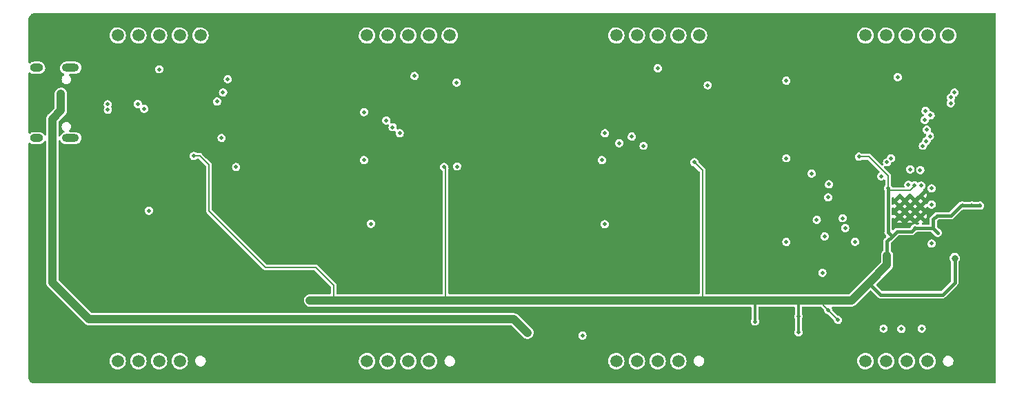
<source format=gbr>
%TF.GenerationSoftware,KiCad,Pcbnew,(6.0.9)*%
%TF.CreationDate,2022-12-19T16:18:23-05:00*%
%TF.ProjectId,Digital Clock PCB,44696769-7461-46c2-9043-6c6f636b2050,rev?*%
%TF.SameCoordinates,Original*%
%TF.FileFunction,Copper,L3,Inr*%
%TF.FilePolarity,Positive*%
%FSLAX46Y46*%
G04 Gerber Fmt 4.6, Leading zero omitted, Abs format (unit mm)*
G04 Created by KiCad (PCBNEW (6.0.9)) date 2022-12-19 16:18:23*
%MOMM*%
%LPD*%
G01*
G04 APERTURE LIST*
%TA.AperFunction,ComponentPad*%
%ADD10R,0.500000X0.900000*%
%TD*%
%TA.AperFunction,ComponentPad*%
%ADD11C,0.500000*%
%TD*%
%TA.AperFunction,ComponentPad*%
%ADD12O,2.100000X1.000000*%
%TD*%
%TA.AperFunction,ComponentPad*%
%ADD13O,1.600000X1.000000*%
%TD*%
%TA.AperFunction,ComponentPad*%
%ADD14C,1.500000*%
%TD*%
%TA.AperFunction,ViaPad*%
%ADD15C,0.500000*%
%TD*%
%TA.AperFunction,ViaPad*%
%ADD16C,0.800000*%
%TD*%
%TA.AperFunction,Conductor*%
%ADD17C,1.000000*%
%TD*%
%TA.AperFunction,Conductor*%
%ADD18C,0.200000*%
%TD*%
%TA.AperFunction,Conductor*%
%ADD19C,0.400000*%
%TD*%
%TA.AperFunction,Conductor*%
%ADD20C,0.300000*%
%TD*%
%TA.AperFunction,Conductor*%
%ADD21C,0.150000*%
%TD*%
G04 APERTURE END LIST*
D10*
%TO.N,GND*%
%TO.C,AE1*%
X140563600Y-43375000D03*
%TD*%
D11*
%TO.N,GND*%
%TO.C,U5*%
X131568500Y-37800000D03*
X131568500Y-39075000D03*
X129018500Y-39075000D03*
X130293500Y-40350000D03*
X129018500Y-40350000D03*
X131568500Y-40350000D03*
X129018500Y-37800000D03*
X130293500Y-37800000D03*
X130293500Y-39075000D03*
%TD*%
D12*
%TO.N,unconnected-(J1-PadS1)*%
%TO.C,J1*%
X27234600Y-22070600D03*
X27234600Y-30710600D03*
D13*
X23054600Y-22070600D03*
X23054600Y-30710600D03*
%TD*%
D14*
%TO.N,Net-(R16-Pad2)*%
%TO.C,U4*%
X71240000Y-58100000D03*
%TO.N,Net-(R15-Pad2)*%
X68700000Y-58100000D03*
%TO.N,Net-(R14-Pad2)*%
X66160000Y-58100000D03*
%TO.N,CC*%
X63620000Y-58100000D03*
%TO.N,Net-(R13-Pad2)*%
X63620000Y-18100000D03*
%TO.N,Net-(R12-Pad2)*%
X66160000Y-18100000D03*
%TO.N,Net-(R19-Pad2)*%
X68700000Y-18100000D03*
%TO.N,Net-(R17-Pad2)*%
X71240000Y-18100000D03*
%TO.N,Net-(R18-Pad2)*%
X73780000Y-18100000D03*
%TD*%
%TO.N,Net-(R32-Pad2)*%
%TO.C,U9*%
X132440000Y-58100000D03*
%TO.N,Net-(R31-Pad2)*%
X129900000Y-58100000D03*
%TO.N,Net-(R30-Pad2)*%
X127360000Y-58100000D03*
%TO.N,CC*%
X124820000Y-58100000D03*
%TO.N,Net-(R29-Pad2)*%
X124820000Y-18100000D03*
%TO.N,Net-(R28-Pad2)*%
X127360000Y-18100000D03*
%TO.N,Net-(R35-Pad2)*%
X129900000Y-18100000D03*
%TO.N,Net-(R33-Pad2)*%
X132440000Y-18100000D03*
%TO.N,Net-(R34-Pad2)*%
X134980000Y-18100000D03*
%TD*%
%TO.N,Net-(R24-Pad2)*%
%TO.C,U8*%
X101840000Y-58100000D03*
%TO.N,Net-(R23-Pad2)*%
X99300000Y-58100000D03*
%TO.N,Net-(R22-Pad2)*%
X96760000Y-58100000D03*
%TO.N,CC*%
X94220000Y-58100000D03*
%TO.N,Net-(R21-Pad2)*%
X94220000Y-18100000D03*
%TO.N,Net-(R20-Pad2)*%
X96760000Y-18100000D03*
%TO.N,Net-(R27-Pad2)*%
X99300000Y-18100000D03*
%TO.N,Net-(R25-Pad2)*%
X101840000Y-18100000D03*
%TO.N,Net-(R26-Pad2)*%
X104380000Y-18100000D03*
%TD*%
%TO.N,Net-(R5-Pad2)*%
%TO.C,U3*%
X40640000Y-58100000D03*
%TO.N,Net-(R4-Pad2)*%
X38100000Y-58100000D03*
%TO.N,Net-(R3-Pad2)*%
X35560000Y-58100000D03*
%TO.N,CC*%
X33020000Y-58100000D03*
%TO.N,Net-(R2-Pad2)*%
X33020000Y-18100000D03*
%TO.N,Net-(R1-Pad2)*%
X35560000Y-18100000D03*
%TO.N,Net-(R8-Pad2)*%
X38100000Y-18100000D03*
%TO.N,Net-(R6-Pad2)*%
X40640000Y-18100000D03*
%TO.N,Net-(R7-Pad2)*%
X43180000Y-18100000D03*
%TD*%
D15*
%TO.N,+3V3*%
X127599873Y-36875002D03*
X111252000Y-53238400D03*
X116586000Y-52628800D03*
X133705600Y-42341800D03*
X116586000Y-54559200D03*
D16*
X135788400Y-45466000D03*
X56616600Y-50647600D03*
D15*
X130841236Y-36490327D03*
D16*
X58521600Y-50647600D03*
D15*
X103819500Y-33669500D03*
X73101200Y-34239200D03*
X121462800Y-53035200D03*
X124028200Y-32994600D03*
D16*
X127482600Y-45135800D03*
D15*
X136730800Y-38986400D03*
X137896600Y-38986400D03*
X42341800Y-32893000D03*
X138889800Y-38986400D03*
X132941000Y-43665200D03*
X120243600Y-51816000D03*
D16*
X57251600Y-50647600D03*
D15*
X130893461Y-41768589D03*
D16*
X57886600Y-50647600D03*
D15*
%TO.N,GPIO 33*%
X38125400Y-22250400D03*
X119811800Y-42773600D03*
X47548800Y-34264600D03*
X46532800Y-23469600D03*
%TO.N,GPIO 21*%
X126746000Y-35391100D03*
X69469000Y-23063200D03*
X74625200Y-23876000D03*
X74676000Y-34188400D03*
%TO.N,LED*%
X119532400Y-47244000D03*
X90068400Y-54965600D03*
%TO.N,+5V*%
X26035000Y-25374600D03*
X82550000Y-53848000D03*
X26035000Y-27000200D03*
X82931000Y-54229000D03*
X26035000Y-27406600D03*
X26035000Y-26593800D03*
X83312000Y-54610000D03*
D16*
X52324000Y-52959000D03*
X50419000Y-52959000D03*
X51065400Y-52947600D03*
D15*
X26035000Y-26187400D03*
X26035000Y-25781000D03*
D16*
X51700400Y-52947600D03*
D15*
%TO.N,GPIO 35*%
X99314000Y-22123400D03*
X105460800Y-24206200D03*
%TO.N,Net-(R32-Pad1)*%
X123545600Y-43434000D03*
X131724400Y-54102000D03*
%TO.N,Net-(R31-Pad1)*%
X122326400Y-41757600D03*
X129235200Y-54152800D03*
%TO.N,Net-(R30-Pad1)*%
X127050800Y-54102000D03*
X122021600Y-40538400D03*
%TO.N,GPIO 34*%
X115112800Y-43459400D03*
X115112800Y-33172400D03*
X115112800Y-23647400D03*
X128778000Y-23215600D03*
%TO.N,GND*%
X140563600Y-27127200D03*
X93421200Y-33197800D03*
X32613600Y-25933400D03*
X59766200Y-33172400D03*
X41859200Y-24511000D03*
X90322400Y-33121600D03*
X139649200Y-40462200D03*
X72364600Y-48183800D03*
X140563600Y-38252400D03*
X125679200Y-39065200D03*
X30048200Y-26085800D03*
X136118600Y-41960800D03*
X139700000Y-42926000D03*
X73152000Y-33045400D03*
X111810800Y-43103800D03*
X137160000Y-42926000D03*
X103784400Y-46482000D03*
X68376800Y-33045400D03*
X140563600Y-46431200D03*
X134696200Y-41960800D03*
X85318600Y-44983400D03*
X140563600Y-33426400D03*
X77698600Y-29794200D03*
X73964800Y-36245800D03*
X67030600Y-35382200D03*
X135407400Y-41960800D03*
X93421200Y-31216600D03*
X85369400Y-42875200D03*
X83058000Y-57150000D03*
X74218800Y-49098200D03*
X48336200Y-27660600D03*
X140563600Y-56743600D03*
X47142400Y-41351200D03*
X43637200Y-40309800D03*
X128473200Y-48107600D03*
X137845800Y-36703000D03*
X140563600Y-31496000D03*
X138938000Y-40462200D03*
X105791000Y-48387000D03*
X51231800Y-24485600D03*
X140563600Y-18288000D03*
X50215800Y-33223200D03*
X105537000Y-40284400D03*
X82219800Y-24206200D03*
X74295000Y-44729400D03*
X139065000Y-34925000D03*
X25704800Y-24104600D03*
X129514600Y-48107600D03*
X140563600Y-37287200D03*
X34010600Y-28600400D03*
X122631200Y-48615600D03*
X89941400Y-24130000D03*
X140563600Y-21234400D03*
X106502200Y-33274000D03*
X137388600Y-37185600D03*
X38100000Y-24231600D03*
X137515600Y-40462200D03*
X136118600Y-40563800D03*
X39801800Y-35382200D03*
X103784400Y-48844200D03*
X126034800Y-42392600D03*
X132969000Y-44602400D03*
X140563600Y-59690000D03*
X124815600Y-36906200D03*
X136804400Y-40462200D03*
X140563600Y-28600400D03*
X65074800Y-28067000D03*
X140563600Y-50850800D03*
X46558200Y-38023800D03*
X41706800Y-51485800D03*
X124866400Y-38176200D03*
X43281600Y-36728400D03*
X140563600Y-52324000D03*
X140563600Y-55270400D03*
X140563600Y-16814800D03*
X129667000Y-44475400D03*
X26212800Y-35077400D03*
X51460400Y-45745400D03*
X41300400Y-28651200D03*
X128473200Y-45821600D03*
X73964800Y-40894000D03*
X26060400Y-32080200D03*
X140563600Y-22707600D03*
X85090000Y-54102000D03*
X140563600Y-32461200D03*
X44170600Y-28905200D03*
X120827800Y-40487600D03*
X138328400Y-36195000D03*
X138074400Y-42113200D03*
X71831200Y-30632400D03*
X121361200Y-38379400D03*
X133019800Y-47294800D03*
X72466200Y-24028400D03*
X59436000Y-24307800D03*
X140563600Y-58216800D03*
X114096800Y-34188400D03*
X140563600Y-40182800D03*
X39420800Y-51485800D03*
X23749000Y-33324800D03*
X140563600Y-19761200D03*
X23774400Y-28854400D03*
X123875800Y-47498000D03*
X77749400Y-33274000D03*
X131953000Y-48082200D03*
X105714800Y-46431200D03*
X64363600Y-31496000D03*
X140563600Y-36322000D03*
X138887200Y-35661600D03*
X140563600Y-30530800D03*
X104114600Y-36525200D03*
X107467400Y-38100000D03*
X88646000Y-54102000D03*
X140563600Y-34391600D03*
X103784400Y-44932600D03*
X125577600Y-45847000D03*
X34290000Y-51511200D03*
X84988400Y-29921200D03*
X54508400Y-27762200D03*
X138811000Y-42113200D03*
X140563600Y-35356800D03*
X24866600Y-26746200D03*
X140563600Y-24180800D03*
X72288400Y-44475400D03*
X128473200Y-46939200D03*
X140563600Y-42240200D03*
X34544000Y-26492200D03*
X140563600Y-29565600D03*
X36855400Y-51511200D03*
X138226800Y-40462200D03*
X89408000Y-57150000D03*
X140563600Y-53797200D03*
X140563600Y-44958000D03*
X140563600Y-49377600D03*
X41478200Y-32232600D03*
X105714800Y-44932600D03*
X133019800Y-48082200D03*
X140563600Y-25654000D03*
X54711600Y-31496000D03*
X120599200Y-45745400D03*
X140563600Y-39217600D03*
X32461200Y-27711400D03*
X37287200Y-28676600D03*
X104038400Y-42545000D03*
X85267800Y-46990000D03*
X85852000Y-57150000D03*
X44475400Y-33070800D03*
X140563600Y-47904400D03*
X115849400Y-34264600D03*
%TO.N,GPIO 14*%
X120345200Y-36372800D03*
X131699000Y-36524500D03*
%TO.N,GPIO 15*%
X130302000Y-34544000D03*
X118211600Y-35052000D03*
%TO.N,GPIO 16*%
X120243600Y-37973000D03*
X130093453Y-36440100D03*
%TO.N,GPIO 13*%
X118846600Y-40741600D03*
X131546600Y-34620200D03*
%TO.N,GPIO 6*%
X65989200Y-28524200D03*
X132816600Y-27914600D03*
%TO.N,GPIO 7*%
X132105400Y-28473400D03*
X66776600Y-29362400D03*
%TO.N,GPIO 8*%
X67640200Y-30099000D03*
X132943600Y-36880800D03*
%TO.N,GPIO 5*%
X63246000Y-27508200D03*
X63246000Y-33401000D03*
X64109600Y-41224200D03*
X132207000Y-27330400D03*
%TO.N,GPIO 10*%
X132740400Y-30480000D03*
X96139000Y-30505400D03*
%TO.N,GPIO 11*%
X94589600Y-31318200D03*
X132308600Y-31064200D03*
%TO.N,GPIO 12*%
X97586800Y-31648400D03*
X131876800Y-31648400D03*
%TO.N,GPIO 9*%
X92811600Y-41275000D03*
X132359400Y-29692600D03*
X92456000Y-33401000D03*
X92837000Y-30099000D03*
%TO.N,GPIO 2*%
X135331200Y-25704800D03*
X35483800Y-26517600D03*
%TO.N,GPIO 3*%
X36245800Y-27101800D03*
X132943600Y-38862000D03*
%TO.N,GPIO 4*%
X45212000Y-26212800D03*
X135280400Y-26416000D03*
%TO.N,GPIO 1*%
X135763000Y-25095200D03*
X36830000Y-39624000D03*
X45770800Y-30683200D03*
X45948600Y-25095200D03*
%TO.N,USB D-*%
X31800800Y-26540600D03*
X127958688Y-33178912D03*
%TO.N,USB D+*%
X31800800Y-27240600D03*
X127463712Y-33673888D03*
%TD*%
D17*
%TO.N,+3V3*%
X110718600Y-50647600D02*
X111252000Y-50647600D01*
D18*
X120243600Y-51816000D02*
X119634000Y-51206400D01*
D19*
X130893461Y-41768589D02*
X133132389Y-41768589D01*
X133132389Y-41768589D02*
X133132389Y-40705211D01*
D18*
X127859671Y-37134800D02*
X127599873Y-36875002D01*
X130841236Y-36490327D02*
X130841236Y-36620964D01*
D17*
X81940400Y-50647600D02*
X104825800Y-50647600D01*
D18*
X57708800Y-46964600D02*
X57353200Y-46609000D01*
D19*
X128092200Y-42773600D02*
X127599873Y-42281273D01*
D18*
X44196000Y-39624000D02*
X44196000Y-33985200D01*
D17*
X59512200Y-50647600D02*
X75946000Y-50647600D01*
D19*
X130472650Y-42189400D02*
X128676400Y-42189400D01*
D18*
X44196000Y-33985200D02*
X43103800Y-32893000D01*
X73279000Y-50647600D02*
X73279000Y-34417000D01*
D17*
X119634000Y-50647600D02*
X123088400Y-50647600D01*
D20*
X116586000Y-54559200D02*
X116586000Y-50850800D01*
D21*
X116586000Y-50850800D02*
X116789200Y-50647600D01*
D19*
X128092200Y-42773600D02*
X127482600Y-43383200D01*
X136730800Y-38986400D02*
X138889800Y-38986400D01*
D18*
X130327400Y-37134800D02*
X127859671Y-37134800D01*
X125268739Y-32994600D02*
X124028200Y-32994600D01*
D17*
X104825800Y-50647600D02*
X110718600Y-50647600D01*
D18*
X127599873Y-36875002D02*
X127599873Y-35325734D01*
D19*
X133132389Y-41768589D02*
X133705600Y-42341800D01*
D17*
X56616600Y-50647600D02*
X59512200Y-50647600D01*
D19*
X136553000Y-38986400D02*
X136730800Y-38986400D01*
D18*
X59512200Y-48768000D02*
X57708800Y-46964600D01*
X73279000Y-34417000D02*
X73101200Y-34239200D01*
X59512200Y-50647600D02*
X59512200Y-48768000D01*
X130841236Y-36620964D02*
X130327400Y-37134800D01*
D19*
X130893461Y-41768589D02*
X130472650Y-42189400D01*
D18*
X104825800Y-34675800D02*
X103819500Y-33669500D01*
D19*
X128676400Y-42189400D02*
X128092200Y-42773600D01*
X135305800Y-40233600D02*
X136553000Y-38986400D01*
D18*
X121462800Y-53035200D02*
X120243600Y-51816000D01*
X51181000Y-46609000D02*
X44196000Y-39624000D01*
D19*
X127482600Y-43383200D02*
X127482600Y-45135800D01*
D17*
X111252000Y-50647600D02*
X116789200Y-50647600D01*
D18*
X104825800Y-50647600D02*
X104825800Y-34675800D01*
D17*
X75946000Y-50647600D02*
X81940400Y-50647600D01*
X116789200Y-50647600D02*
X119634000Y-50647600D01*
D19*
X127599873Y-42281273D02*
X127599873Y-36875002D01*
D18*
X127599873Y-35325734D02*
X125268739Y-32994600D01*
D19*
X126669800Y-49936400D02*
X125234700Y-48501300D01*
X135788400Y-45466000D02*
X135788400Y-48412400D01*
X133132389Y-40705211D02*
X133604000Y-40233600D01*
D20*
X111252000Y-53238400D02*
X111252000Y-50647600D01*
D17*
X127482600Y-46253400D02*
X127482600Y-45135800D01*
D18*
X57353200Y-46609000D02*
X51181000Y-46609000D01*
D17*
X123088400Y-50647600D02*
X125234700Y-48501300D01*
D19*
X134264400Y-49936400D02*
X126669800Y-49936400D01*
D18*
X119634000Y-51206400D02*
X119634000Y-50647600D01*
X43103800Y-32893000D02*
X42341800Y-32893000D01*
D19*
X135788400Y-48412400D02*
X134264400Y-49936400D01*
X133604000Y-40233600D02*
X135305800Y-40233600D01*
D17*
X125234700Y-48501300D02*
X127482600Y-46253400D01*
%TO.N,+5V*%
X24993600Y-28346400D02*
X26035000Y-27305000D01*
X29514800Y-52959000D02*
X24993600Y-48437800D01*
X24993600Y-48437800D02*
X24993600Y-28346400D01*
X80899000Y-52959000D02*
X81661000Y-52959000D01*
X26035000Y-27305000D02*
X26035000Y-25273000D01*
X50419000Y-52959000D02*
X29514800Y-52959000D01*
X80899000Y-52959000D02*
X50419000Y-52959000D01*
X81661000Y-52959000D02*
X83312000Y-54610000D01*
%TD*%
%TA.AperFunction,Conductor*%
%TO.N,GND*%
G36*
X140785121Y-15374502D02*
G01*
X140831614Y-15428158D01*
X140843000Y-15480500D01*
X140843000Y-60719500D01*
X140822998Y-60787621D01*
X140769342Y-60834114D01*
X140717000Y-60845500D01*
X22837476Y-60845500D01*
X22812897Y-60843079D01*
X22800000Y-60840514D01*
X22787830Y-60842935D01*
X22780144Y-60842935D01*
X22767793Y-60842328D01*
X22666908Y-60832391D01*
X22642691Y-60827575D01*
X22526574Y-60792351D01*
X22503774Y-60782907D01*
X22396761Y-60725708D01*
X22376230Y-60711989D01*
X22282444Y-60635019D01*
X22264981Y-60617556D01*
X22188011Y-60523770D01*
X22174292Y-60503239D01*
X22117093Y-60396226D01*
X22107649Y-60373426D01*
X22072425Y-60257309D01*
X22067609Y-60233092D01*
X22057672Y-60132207D01*
X22057065Y-60119856D01*
X22057065Y-60112170D01*
X22059486Y-60100000D01*
X22056921Y-60087103D01*
X22054500Y-60062524D01*
X22054500Y-58085907D01*
X32010738Y-58085907D01*
X32011254Y-58092051D01*
X32022302Y-58223616D01*
X32027222Y-58282209D01*
X32053357Y-58373351D01*
X32078086Y-58459590D01*
X32081521Y-58471570D01*
X32171566Y-58646779D01*
X32175389Y-58651603D01*
X32175392Y-58651607D01*
X32245428Y-58739970D01*
X32293927Y-58801160D01*
X32298620Y-58805154D01*
X32298621Y-58805155D01*
X32323447Y-58826283D01*
X32443945Y-58928835D01*
X32449323Y-58931841D01*
X32449325Y-58931842D01*
X32479019Y-58948437D01*
X32615904Y-59024940D01*
X32803255Y-59085814D01*
X32998862Y-59109139D01*
X33004997Y-59108667D01*
X33004999Y-59108667D01*
X33064801Y-59104065D01*
X33195274Y-59094026D01*
X33385009Y-59041050D01*
X33390513Y-59038270D01*
X33555341Y-58955010D01*
X33555343Y-58955009D01*
X33560842Y-58952231D01*
X33716074Y-58830950D01*
X33720100Y-58826286D01*
X33720103Y-58826283D01*
X33840764Y-58686496D01*
X33840765Y-58686494D01*
X33844793Y-58681828D01*
X33942096Y-58510544D01*
X34004277Y-58323622D01*
X34028966Y-58128183D01*
X34029360Y-58100000D01*
X34027978Y-58085907D01*
X34550738Y-58085907D01*
X34551254Y-58092051D01*
X34562302Y-58223616D01*
X34567222Y-58282209D01*
X34593357Y-58373351D01*
X34618086Y-58459590D01*
X34621521Y-58471570D01*
X34711566Y-58646779D01*
X34715389Y-58651603D01*
X34715392Y-58651607D01*
X34785428Y-58739970D01*
X34833927Y-58801160D01*
X34838620Y-58805154D01*
X34838621Y-58805155D01*
X34863447Y-58826283D01*
X34983945Y-58928835D01*
X34989323Y-58931841D01*
X34989325Y-58931842D01*
X35019019Y-58948437D01*
X35155904Y-59024940D01*
X35343255Y-59085814D01*
X35538862Y-59109139D01*
X35544997Y-59108667D01*
X35544999Y-59108667D01*
X35604801Y-59104065D01*
X35735274Y-59094026D01*
X35925009Y-59041050D01*
X35930513Y-59038270D01*
X36095341Y-58955010D01*
X36095343Y-58955009D01*
X36100842Y-58952231D01*
X36256074Y-58830950D01*
X36260100Y-58826286D01*
X36260103Y-58826283D01*
X36380764Y-58686496D01*
X36380765Y-58686494D01*
X36384793Y-58681828D01*
X36482096Y-58510544D01*
X36544277Y-58323622D01*
X36568966Y-58128183D01*
X36569360Y-58100000D01*
X36567978Y-58085907D01*
X37090738Y-58085907D01*
X37091254Y-58092051D01*
X37102302Y-58223616D01*
X37107222Y-58282209D01*
X37133357Y-58373351D01*
X37158086Y-58459590D01*
X37161521Y-58471570D01*
X37251566Y-58646779D01*
X37255389Y-58651603D01*
X37255392Y-58651607D01*
X37325428Y-58739970D01*
X37373927Y-58801160D01*
X37378620Y-58805154D01*
X37378621Y-58805155D01*
X37403447Y-58826283D01*
X37523945Y-58928835D01*
X37529323Y-58931841D01*
X37529325Y-58931842D01*
X37559019Y-58948437D01*
X37695904Y-59024940D01*
X37883255Y-59085814D01*
X38078862Y-59109139D01*
X38084997Y-59108667D01*
X38084999Y-59108667D01*
X38144801Y-59104065D01*
X38275274Y-59094026D01*
X38465009Y-59041050D01*
X38470513Y-59038270D01*
X38635341Y-58955010D01*
X38635343Y-58955009D01*
X38640842Y-58952231D01*
X38796074Y-58830950D01*
X38800100Y-58826286D01*
X38800103Y-58826283D01*
X38920764Y-58686496D01*
X38920765Y-58686494D01*
X38924793Y-58681828D01*
X39022096Y-58510544D01*
X39084277Y-58323622D01*
X39108966Y-58128183D01*
X39109360Y-58100000D01*
X39107978Y-58085907D01*
X39630738Y-58085907D01*
X39631254Y-58092051D01*
X39642302Y-58223616D01*
X39647222Y-58282209D01*
X39673357Y-58373351D01*
X39698086Y-58459590D01*
X39701521Y-58471570D01*
X39791566Y-58646779D01*
X39795389Y-58651603D01*
X39795392Y-58651607D01*
X39865428Y-58739970D01*
X39913927Y-58801160D01*
X39918620Y-58805154D01*
X39918621Y-58805155D01*
X39943447Y-58826283D01*
X40063945Y-58928835D01*
X40069323Y-58931841D01*
X40069325Y-58931842D01*
X40099019Y-58948437D01*
X40235904Y-59024940D01*
X40423255Y-59085814D01*
X40618862Y-59109139D01*
X40624997Y-59108667D01*
X40624999Y-59108667D01*
X40684801Y-59104065D01*
X40815274Y-59094026D01*
X41005009Y-59041050D01*
X41010513Y-59038270D01*
X41175341Y-58955010D01*
X41175343Y-58955009D01*
X41180842Y-58952231D01*
X41336074Y-58830950D01*
X41340100Y-58826286D01*
X41340103Y-58826283D01*
X41460764Y-58686496D01*
X41460765Y-58686494D01*
X41464793Y-58681828D01*
X41562096Y-58510544D01*
X41624277Y-58323622D01*
X41648966Y-58128183D01*
X41649360Y-58100000D01*
X41645298Y-58058577D01*
X42521600Y-58058577D01*
X42531983Y-58223616D01*
X42534434Y-58231159D01*
X42562492Y-58317511D01*
X42583084Y-58380887D01*
X42671691Y-58520510D01*
X42792237Y-58633710D01*
X42937147Y-58713375D01*
X43097317Y-58754500D01*
X43221178Y-58754500D01*
X43279835Y-58747090D01*
X43336196Y-58739970D01*
X43336199Y-58739969D01*
X43344061Y-58738976D01*
X43497814Y-58678101D01*
X43548464Y-58641302D01*
X43625184Y-58585561D01*
X43631597Y-58580902D01*
X43737005Y-58453486D01*
X43807414Y-58303859D01*
X43838400Y-58141423D01*
X43834907Y-58085907D01*
X62610738Y-58085907D01*
X62611254Y-58092051D01*
X62622302Y-58223616D01*
X62627222Y-58282209D01*
X62653357Y-58373351D01*
X62678086Y-58459590D01*
X62681521Y-58471570D01*
X62771566Y-58646779D01*
X62775389Y-58651603D01*
X62775392Y-58651607D01*
X62845428Y-58739970D01*
X62893927Y-58801160D01*
X62898620Y-58805154D01*
X62898621Y-58805155D01*
X62923447Y-58826283D01*
X63043945Y-58928835D01*
X63049323Y-58931841D01*
X63049325Y-58931842D01*
X63079019Y-58948437D01*
X63215904Y-59024940D01*
X63403255Y-59085814D01*
X63598862Y-59109139D01*
X63604997Y-59108667D01*
X63604999Y-59108667D01*
X63664801Y-59104065D01*
X63795274Y-59094026D01*
X63985009Y-59041050D01*
X63990513Y-59038270D01*
X64155341Y-58955010D01*
X64155343Y-58955009D01*
X64160842Y-58952231D01*
X64316074Y-58830950D01*
X64320100Y-58826286D01*
X64320103Y-58826283D01*
X64440764Y-58686496D01*
X64440765Y-58686494D01*
X64444793Y-58681828D01*
X64542096Y-58510544D01*
X64604277Y-58323622D01*
X64628966Y-58128183D01*
X64629360Y-58100000D01*
X64627978Y-58085907D01*
X65150738Y-58085907D01*
X65151254Y-58092051D01*
X65162302Y-58223616D01*
X65167222Y-58282209D01*
X65193357Y-58373351D01*
X65218086Y-58459590D01*
X65221521Y-58471570D01*
X65311566Y-58646779D01*
X65315389Y-58651603D01*
X65315392Y-58651607D01*
X65385428Y-58739970D01*
X65433927Y-58801160D01*
X65438620Y-58805154D01*
X65438621Y-58805155D01*
X65463447Y-58826283D01*
X65583945Y-58928835D01*
X65589323Y-58931841D01*
X65589325Y-58931842D01*
X65619019Y-58948437D01*
X65755904Y-59024940D01*
X65943255Y-59085814D01*
X66138862Y-59109139D01*
X66144997Y-59108667D01*
X66144999Y-59108667D01*
X66204801Y-59104065D01*
X66335274Y-59094026D01*
X66525009Y-59041050D01*
X66530513Y-59038270D01*
X66695341Y-58955010D01*
X66695343Y-58955009D01*
X66700842Y-58952231D01*
X66856074Y-58830950D01*
X66860100Y-58826286D01*
X66860103Y-58826283D01*
X66980764Y-58686496D01*
X66980765Y-58686494D01*
X66984793Y-58681828D01*
X67082096Y-58510544D01*
X67144277Y-58323622D01*
X67168966Y-58128183D01*
X67169360Y-58100000D01*
X67167978Y-58085907D01*
X67690738Y-58085907D01*
X67691254Y-58092051D01*
X67702302Y-58223616D01*
X67707222Y-58282209D01*
X67733357Y-58373351D01*
X67758086Y-58459590D01*
X67761521Y-58471570D01*
X67851566Y-58646779D01*
X67855389Y-58651603D01*
X67855392Y-58651607D01*
X67925428Y-58739970D01*
X67973927Y-58801160D01*
X67978620Y-58805154D01*
X67978621Y-58805155D01*
X68003447Y-58826283D01*
X68123945Y-58928835D01*
X68129323Y-58931841D01*
X68129325Y-58931842D01*
X68159019Y-58948437D01*
X68295904Y-59024940D01*
X68483255Y-59085814D01*
X68678862Y-59109139D01*
X68684997Y-59108667D01*
X68684999Y-59108667D01*
X68744801Y-59104065D01*
X68875274Y-59094026D01*
X69065009Y-59041050D01*
X69070513Y-59038270D01*
X69235341Y-58955010D01*
X69235343Y-58955009D01*
X69240842Y-58952231D01*
X69396074Y-58830950D01*
X69400100Y-58826286D01*
X69400103Y-58826283D01*
X69520764Y-58686496D01*
X69520765Y-58686494D01*
X69524793Y-58681828D01*
X69622096Y-58510544D01*
X69684277Y-58323622D01*
X69708966Y-58128183D01*
X69709360Y-58100000D01*
X69707978Y-58085907D01*
X70230738Y-58085907D01*
X70231254Y-58092051D01*
X70242302Y-58223616D01*
X70247222Y-58282209D01*
X70273357Y-58373351D01*
X70298086Y-58459590D01*
X70301521Y-58471570D01*
X70391566Y-58646779D01*
X70395389Y-58651603D01*
X70395392Y-58651607D01*
X70465428Y-58739970D01*
X70513927Y-58801160D01*
X70518620Y-58805154D01*
X70518621Y-58805155D01*
X70543447Y-58826283D01*
X70663945Y-58928835D01*
X70669323Y-58931841D01*
X70669325Y-58931842D01*
X70699019Y-58948437D01*
X70835904Y-59024940D01*
X71023255Y-59085814D01*
X71218862Y-59109139D01*
X71224997Y-59108667D01*
X71224999Y-59108667D01*
X71284801Y-59104065D01*
X71415274Y-59094026D01*
X71605009Y-59041050D01*
X71610513Y-59038270D01*
X71775341Y-58955010D01*
X71775343Y-58955009D01*
X71780842Y-58952231D01*
X71936074Y-58830950D01*
X71940100Y-58826286D01*
X71940103Y-58826283D01*
X72060764Y-58686496D01*
X72060765Y-58686494D01*
X72064793Y-58681828D01*
X72162096Y-58510544D01*
X72224277Y-58323622D01*
X72248966Y-58128183D01*
X72249360Y-58100000D01*
X72245298Y-58058577D01*
X73121600Y-58058577D01*
X73131983Y-58223616D01*
X73134434Y-58231159D01*
X73162492Y-58317511D01*
X73183084Y-58380887D01*
X73271691Y-58520510D01*
X73392237Y-58633710D01*
X73537147Y-58713375D01*
X73697317Y-58754500D01*
X73821178Y-58754500D01*
X73879835Y-58747090D01*
X73936196Y-58739970D01*
X73936199Y-58739969D01*
X73944061Y-58738976D01*
X74097814Y-58678101D01*
X74148464Y-58641302D01*
X74225184Y-58585561D01*
X74231597Y-58580902D01*
X74337005Y-58453486D01*
X74407414Y-58303859D01*
X74438400Y-58141423D01*
X74434907Y-58085907D01*
X93210738Y-58085907D01*
X93211254Y-58092051D01*
X93222302Y-58223616D01*
X93227222Y-58282209D01*
X93253357Y-58373351D01*
X93278086Y-58459590D01*
X93281521Y-58471570D01*
X93371566Y-58646779D01*
X93375389Y-58651603D01*
X93375392Y-58651607D01*
X93445428Y-58739970D01*
X93493927Y-58801160D01*
X93498620Y-58805154D01*
X93498621Y-58805155D01*
X93523447Y-58826283D01*
X93643945Y-58928835D01*
X93649323Y-58931841D01*
X93649325Y-58931842D01*
X93679019Y-58948437D01*
X93815904Y-59024940D01*
X94003255Y-59085814D01*
X94198862Y-59109139D01*
X94204997Y-59108667D01*
X94204999Y-59108667D01*
X94264801Y-59104065D01*
X94395274Y-59094026D01*
X94585009Y-59041050D01*
X94590513Y-59038270D01*
X94755341Y-58955010D01*
X94755343Y-58955009D01*
X94760842Y-58952231D01*
X94916074Y-58830950D01*
X94920100Y-58826286D01*
X94920103Y-58826283D01*
X95040764Y-58686496D01*
X95040765Y-58686494D01*
X95044793Y-58681828D01*
X95142096Y-58510544D01*
X95204277Y-58323622D01*
X95228966Y-58128183D01*
X95229360Y-58100000D01*
X95227978Y-58085907D01*
X95750738Y-58085907D01*
X95751254Y-58092051D01*
X95762302Y-58223616D01*
X95767222Y-58282209D01*
X95793357Y-58373351D01*
X95818086Y-58459590D01*
X95821521Y-58471570D01*
X95911566Y-58646779D01*
X95915389Y-58651603D01*
X95915392Y-58651607D01*
X95985428Y-58739970D01*
X96033927Y-58801160D01*
X96038620Y-58805154D01*
X96038621Y-58805155D01*
X96063447Y-58826283D01*
X96183945Y-58928835D01*
X96189323Y-58931841D01*
X96189325Y-58931842D01*
X96219019Y-58948437D01*
X96355904Y-59024940D01*
X96543255Y-59085814D01*
X96738862Y-59109139D01*
X96744997Y-59108667D01*
X96744999Y-59108667D01*
X96804801Y-59104065D01*
X96935274Y-59094026D01*
X97125009Y-59041050D01*
X97130513Y-59038270D01*
X97295341Y-58955010D01*
X97295343Y-58955009D01*
X97300842Y-58952231D01*
X97456074Y-58830950D01*
X97460100Y-58826286D01*
X97460103Y-58826283D01*
X97580764Y-58686496D01*
X97580765Y-58686494D01*
X97584793Y-58681828D01*
X97682096Y-58510544D01*
X97744277Y-58323622D01*
X97768966Y-58128183D01*
X97769360Y-58100000D01*
X97767978Y-58085907D01*
X98290738Y-58085907D01*
X98291254Y-58092051D01*
X98302302Y-58223616D01*
X98307222Y-58282209D01*
X98333357Y-58373351D01*
X98358086Y-58459590D01*
X98361521Y-58471570D01*
X98451566Y-58646779D01*
X98455389Y-58651603D01*
X98455392Y-58651607D01*
X98525428Y-58739970D01*
X98573927Y-58801160D01*
X98578620Y-58805154D01*
X98578621Y-58805155D01*
X98603447Y-58826283D01*
X98723945Y-58928835D01*
X98729323Y-58931841D01*
X98729325Y-58931842D01*
X98759019Y-58948437D01*
X98895904Y-59024940D01*
X99083255Y-59085814D01*
X99278862Y-59109139D01*
X99284997Y-59108667D01*
X99284999Y-59108667D01*
X99344801Y-59104065D01*
X99475274Y-59094026D01*
X99665009Y-59041050D01*
X99670513Y-59038270D01*
X99835341Y-58955010D01*
X99835343Y-58955009D01*
X99840842Y-58952231D01*
X99996074Y-58830950D01*
X100000100Y-58826286D01*
X100000103Y-58826283D01*
X100120764Y-58686496D01*
X100120765Y-58686494D01*
X100124793Y-58681828D01*
X100222096Y-58510544D01*
X100284277Y-58323622D01*
X100308966Y-58128183D01*
X100309360Y-58100000D01*
X100307978Y-58085907D01*
X100830738Y-58085907D01*
X100831254Y-58092051D01*
X100842302Y-58223616D01*
X100847222Y-58282209D01*
X100873357Y-58373351D01*
X100898086Y-58459590D01*
X100901521Y-58471570D01*
X100991566Y-58646779D01*
X100995389Y-58651603D01*
X100995392Y-58651607D01*
X101065428Y-58739970D01*
X101113927Y-58801160D01*
X101118620Y-58805154D01*
X101118621Y-58805155D01*
X101143447Y-58826283D01*
X101263945Y-58928835D01*
X101269323Y-58931841D01*
X101269325Y-58931842D01*
X101299019Y-58948437D01*
X101435904Y-59024940D01*
X101623255Y-59085814D01*
X101818862Y-59109139D01*
X101824997Y-59108667D01*
X101824999Y-59108667D01*
X101884801Y-59104065D01*
X102015274Y-59094026D01*
X102205009Y-59041050D01*
X102210513Y-59038270D01*
X102375341Y-58955010D01*
X102375343Y-58955009D01*
X102380842Y-58952231D01*
X102536074Y-58830950D01*
X102540100Y-58826286D01*
X102540103Y-58826283D01*
X102660764Y-58686496D01*
X102660765Y-58686494D01*
X102664793Y-58681828D01*
X102762096Y-58510544D01*
X102824277Y-58323622D01*
X102848966Y-58128183D01*
X102849360Y-58100000D01*
X102845298Y-58058577D01*
X103721600Y-58058577D01*
X103731983Y-58223616D01*
X103734434Y-58231159D01*
X103762492Y-58317511D01*
X103783084Y-58380887D01*
X103871691Y-58520510D01*
X103992237Y-58633710D01*
X104137147Y-58713375D01*
X104297317Y-58754500D01*
X104421178Y-58754500D01*
X104479835Y-58747090D01*
X104536196Y-58739970D01*
X104536199Y-58739969D01*
X104544061Y-58738976D01*
X104697814Y-58678101D01*
X104748464Y-58641302D01*
X104825184Y-58585561D01*
X104831597Y-58580902D01*
X104937005Y-58453486D01*
X105007414Y-58303859D01*
X105038400Y-58141423D01*
X105034907Y-58085907D01*
X123810738Y-58085907D01*
X123811254Y-58092051D01*
X123822302Y-58223616D01*
X123827222Y-58282209D01*
X123853357Y-58373351D01*
X123878086Y-58459590D01*
X123881521Y-58471570D01*
X123971566Y-58646779D01*
X123975389Y-58651603D01*
X123975392Y-58651607D01*
X124045428Y-58739970D01*
X124093927Y-58801160D01*
X124098620Y-58805154D01*
X124098621Y-58805155D01*
X124123447Y-58826283D01*
X124243945Y-58928835D01*
X124249323Y-58931841D01*
X124249325Y-58931842D01*
X124279019Y-58948437D01*
X124415904Y-59024940D01*
X124603255Y-59085814D01*
X124798862Y-59109139D01*
X124804997Y-59108667D01*
X124804999Y-59108667D01*
X124864801Y-59104065D01*
X124995274Y-59094026D01*
X125185009Y-59041050D01*
X125190513Y-59038270D01*
X125355341Y-58955010D01*
X125355343Y-58955009D01*
X125360842Y-58952231D01*
X125516074Y-58830950D01*
X125520100Y-58826286D01*
X125520103Y-58826283D01*
X125640764Y-58686496D01*
X125640765Y-58686494D01*
X125644793Y-58681828D01*
X125742096Y-58510544D01*
X125804277Y-58323622D01*
X125828966Y-58128183D01*
X125829360Y-58100000D01*
X125827978Y-58085907D01*
X126350738Y-58085907D01*
X126351254Y-58092051D01*
X126362302Y-58223616D01*
X126367222Y-58282209D01*
X126393357Y-58373351D01*
X126418086Y-58459590D01*
X126421521Y-58471570D01*
X126511566Y-58646779D01*
X126515389Y-58651603D01*
X126515392Y-58651607D01*
X126585428Y-58739970D01*
X126633927Y-58801160D01*
X126638620Y-58805154D01*
X126638621Y-58805155D01*
X126663447Y-58826283D01*
X126783945Y-58928835D01*
X126789323Y-58931841D01*
X126789325Y-58931842D01*
X126819019Y-58948437D01*
X126955904Y-59024940D01*
X127143255Y-59085814D01*
X127338862Y-59109139D01*
X127344997Y-59108667D01*
X127344999Y-59108667D01*
X127404801Y-59104065D01*
X127535274Y-59094026D01*
X127725009Y-59041050D01*
X127730513Y-59038270D01*
X127895341Y-58955010D01*
X127895343Y-58955009D01*
X127900842Y-58952231D01*
X128056074Y-58830950D01*
X128060100Y-58826286D01*
X128060103Y-58826283D01*
X128180764Y-58686496D01*
X128180765Y-58686494D01*
X128184793Y-58681828D01*
X128282096Y-58510544D01*
X128344277Y-58323622D01*
X128368966Y-58128183D01*
X128369360Y-58100000D01*
X128367978Y-58085907D01*
X128890738Y-58085907D01*
X128891254Y-58092051D01*
X128902302Y-58223616D01*
X128907222Y-58282209D01*
X128933357Y-58373351D01*
X128958086Y-58459590D01*
X128961521Y-58471570D01*
X129051566Y-58646779D01*
X129055389Y-58651603D01*
X129055392Y-58651607D01*
X129125428Y-58739970D01*
X129173927Y-58801160D01*
X129178620Y-58805154D01*
X129178621Y-58805155D01*
X129203447Y-58826283D01*
X129323945Y-58928835D01*
X129329323Y-58931841D01*
X129329325Y-58931842D01*
X129359019Y-58948437D01*
X129495904Y-59024940D01*
X129683255Y-59085814D01*
X129878862Y-59109139D01*
X129884997Y-59108667D01*
X129884999Y-59108667D01*
X129944801Y-59104065D01*
X130075274Y-59094026D01*
X130265009Y-59041050D01*
X130270513Y-59038270D01*
X130435341Y-58955010D01*
X130435343Y-58955009D01*
X130440842Y-58952231D01*
X130596074Y-58830950D01*
X130600100Y-58826286D01*
X130600103Y-58826283D01*
X130720764Y-58686496D01*
X130720765Y-58686494D01*
X130724793Y-58681828D01*
X130822096Y-58510544D01*
X130884277Y-58323622D01*
X130908966Y-58128183D01*
X130909360Y-58100000D01*
X130907978Y-58085907D01*
X131430738Y-58085907D01*
X131431254Y-58092051D01*
X131442302Y-58223616D01*
X131447222Y-58282209D01*
X131473357Y-58373351D01*
X131498086Y-58459590D01*
X131501521Y-58471570D01*
X131591566Y-58646779D01*
X131595389Y-58651603D01*
X131595392Y-58651607D01*
X131665428Y-58739970D01*
X131713927Y-58801160D01*
X131718620Y-58805154D01*
X131718621Y-58805155D01*
X131743447Y-58826283D01*
X131863945Y-58928835D01*
X131869323Y-58931841D01*
X131869325Y-58931842D01*
X131899019Y-58948437D01*
X132035904Y-59024940D01*
X132223255Y-59085814D01*
X132418862Y-59109139D01*
X132424997Y-59108667D01*
X132424999Y-59108667D01*
X132484801Y-59104065D01*
X132615274Y-59094026D01*
X132805009Y-59041050D01*
X132810513Y-59038270D01*
X132975341Y-58955010D01*
X132975343Y-58955009D01*
X132980842Y-58952231D01*
X133136074Y-58830950D01*
X133140100Y-58826286D01*
X133140103Y-58826283D01*
X133260764Y-58686496D01*
X133260765Y-58686494D01*
X133264793Y-58681828D01*
X133362096Y-58510544D01*
X133424277Y-58323622D01*
X133448966Y-58128183D01*
X133449360Y-58100000D01*
X133445298Y-58058577D01*
X134321600Y-58058577D01*
X134331983Y-58223616D01*
X134334434Y-58231159D01*
X134362492Y-58317511D01*
X134383084Y-58380887D01*
X134471691Y-58520510D01*
X134592237Y-58633710D01*
X134737147Y-58713375D01*
X134897317Y-58754500D01*
X135021178Y-58754500D01*
X135079835Y-58747090D01*
X135136196Y-58739970D01*
X135136199Y-58739969D01*
X135144061Y-58738976D01*
X135297814Y-58678101D01*
X135348464Y-58641302D01*
X135425184Y-58585561D01*
X135431597Y-58580902D01*
X135537005Y-58453486D01*
X135607414Y-58303859D01*
X135638400Y-58141423D01*
X135628017Y-57976384D01*
X135576916Y-57819113D01*
X135488309Y-57679490D01*
X135367763Y-57566290D01*
X135222853Y-57486625D01*
X135062683Y-57445500D01*
X134938822Y-57445500D01*
X134880165Y-57452910D01*
X134823804Y-57460030D01*
X134823801Y-57460031D01*
X134815939Y-57461024D01*
X134662186Y-57521899D01*
X134655775Y-57526557D01*
X134655773Y-57526558D01*
X134635305Y-57541429D01*
X134528403Y-57619098D01*
X134422995Y-57746514D01*
X134352586Y-57896141D01*
X134321600Y-58058577D01*
X133445298Y-58058577D01*
X133430137Y-57903948D01*
X133373200Y-57715363D01*
X133351240Y-57674062D01*
X133283611Y-57546871D01*
X133283609Y-57546868D01*
X133280717Y-57541429D01*
X133156212Y-57388770D01*
X133090894Y-57334734D01*
X133009177Y-57267132D01*
X133009174Y-57267130D01*
X133004427Y-57263203D01*
X132831143Y-57169508D01*
X132642960Y-57111256D01*
X132636835Y-57110612D01*
X132636834Y-57110612D01*
X132453176Y-57091309D01*
X132453174Y-57091309D01*
X132447047Y-57090665D01*
X132365018Y-57098130D01*
X132257004Y-57107960D01*
X132257001Y-57107961D01*
X132250865Y-57108519D01*
X132244959Y-57110257D01*
X132244955Y-57110258D01*
X132104775Y-57151516D01*
X132061887Y-57164138D01*
X132056427Y-57166992D01*
X132056428Y-57166992D01*
X131892772Y-57252549D01*
X131892768Y-57252552D01*
X131887312Y-57255404D01*
X131733788Y-57378840D01*
X131607163Y-57529745D01*
X131600740Y-57541429D01*
X131521160Y-57686186D01*
X131512262Y-57702371D01*
X131510398Y-57708246D01*
X131510397Y-57708249D01*
X131506269Y-57721263D01*
X131452697Y-57890142D01*
X131430738Y-58085907D01*
X130907978Y-58085907D01*
X130890137Y-57903948D01*
X130833200Y-57715363D01*
X130811240Y-57674062D01*
X130743611Y-57546871D01*
X130743609Y-57546868D01*
X130740717Y-57541429D01*
X130616212Y-57388770D01*
X130550894Y-57334734D01*
X130469177Y-57267132D01*
X130469174Y-57267130D01*
X130464427Y-57263203D01*
X130291143Y-57169508D01*
X130102960Y-57111256D01*
X130096835Y-57110612D01*
X130096834Y-57110612D01*
X129913176Y-57091309D01*
X129913174Y-57091309D01*
X129907047Y-57090665D01*
X129825018Y-57098130D01*
X129717004Y-57107960D01*
X129717001Y-57107961D01*
X129710865Y-57108519D01*
X129704959Y-57110257D01*
X129704955Y-57110258D01*
X129564775Y-57151516D01*
X129521887Y-57164138D01*
X129516427Y-57166992D01*
X129516428Y-57166992D01*
X129352772Y-57252549D01*
X129352768Y-57252552D01*
X129347312Y-57255404D01*
X129193788Y-57378840D01*
X129067163Y-57529745D01*
X129060740Y-57541429D01*
X128981160Y-57686186D01*
X128972262Y-57702371D01*
X128970398Y-57708246D01*
X128970397Y-57708249D01*
X128966269Y-57721263D01*
X128912697Y-57890142D01*
X128890738Y-58085907D01*
X128367978Y-58085907D01*
X128350137Y-57903948D01*
X128293200Y-57715363D01*
X128271240Y-57674062D01*
X128203611Y-57546871D01*
X128203609Y-57546868D01*
X128200717Y-57541429D01*
X128076212Y-57388770D01*
X128010894Y-57334734D01*
X127929177Y-57267132D01*
X127929174Y-57267130D01*
X127924427Y-57263203D01*
X127751143Y-57169508D01*
X127562960Y-57111256D01*
X127556835Y-57110612D01*
X127556834Y-57110612D01*
X127373176Y-57091309D01*
X127373174Y-57091309D01*
X127367047Y-57090665D01*
X127285018Y-57098130D01*
X127177004Y-57107960D01*
X127177001Y-57107961D01*
X127170865Y-57108519D01*
X127164959Y-57110257D01*
X127164955Y-57110258D01*
X127024775Y-57151516D01*
X126981887Y-57164138D01*
X126976427Y-57166992D01*
X126976428Y-57166992D01*
X126812772Y-57252549D01*
X126812768Y-57252552D01*
X126807312Y-57255404D01*
X126653788Y-57378840D01*
X126527163Y-57529745D01*
X126520740Y-57541429D01*
X126441160Y-57686186D01*
X126432262Y-57702371D01*
X126430398Y-57708246D01*
X126430397Y-57708249D01*
X126426269Y-57721263D01*
X126372697Y-57890142D01*
X126350738Y-58085907D01*
X125827978Y-58085907D01*
X125810137Y-57903948D01*
X125753200Y-57715363D01*
X125731240Y-57674062D01*
X125663611Y-57546871D01*
X125663609Y-57546868D01*
X125660717Y-57541429D01*
X125536212Y-57388770D01*
X125470894Y-57334734D01*
X125389177Y-57267132D01*
X125389174Y-57267130D01*
X125384427Y-57263203D01*
X125211143Y-57169508D01*
X125022960Y-57111256D01*
X125016835Y-57110612D01*
X125016834Y-57110612D01*
X124833176Y-57091309D01*
X124833174Y-57091309D01*
X124827047Y-57090665D01*
X124745018Y-57098130D01*
X124637004Y-57107960D01*
X124637001Y-57107961D01*
X124630865Y-57108519D01*
X124624959Y-57110257D01*
X124624955Y-57110258D01*
X124484775Y-57151516D01*
X124441887Y-57164138D01*
X124436427Y-57166992D01*
X124436428Y-57166992D01*
X124272772Y-57252549D01*
X124272768Y-57252552D01*
X124267312Y-57255404D01*
X124113788Y-57378840D01*
X123987163Y-57529745D01*
X123980740Y-57541429D01*
X123901160Y-57686186D01*
X123892262Y-57702371D01*
X123890398Y-57708246D01*
X123890397Y-57708249D01*
X123886269Y-57721263D01*
X123832697Y-57890142D01*
X123810738Y-58085907D01*
X105034907Y-58085907D01*
X105028017Y-57976384D01*
X104976916Y-57819113D01*
X104888309Y-57679490D01*
X104767763Y-57566290D01*
X104622853Y-57486625D01*
X104462683Y-57445500D01*
X104338822Y-57445500D01*
X104280165Y-57452910D01*
X104223804Y-57460030D01*
X104223801Y-57460031D01*
X104215939Y-57461024D01*
X104062186Y-57521899D01*
X104055775Y-57526557D01*
X104055773Y-57526558D01*
X104035305Y-57541429D01*
X103928403Y-57619098D01*
X103822995Y-57746514D01*
X103752586Y-57896141D01*
X103721600Y-58058577D01*
X102845298Y-58058577D01*
X102830137Y-57903948D01*
X102773200Y-57715363D01*
X102751240Y-57674062D01*
X102683611Y-57546871D01*
X102683609Y-57546868D01*
X102680717Y-57541429D01*
X102556212Y-57388770D01*
X102490894Y-57334734D01*
X102409177Y-57267132D01*
X102409174Y-57267130D01*
X102404427Y-57263203D01*
X102231143Y-57169508D01*
X102042960Y-57111256D01*
X102036835Y-57110612D01*
X102036834Y-57110612D01*
X101853176Y-57091309D01*
X101853174Y-57091309D01*
X101847047Y-57090665D01*
X101765018Y-57098130D01*
X101657004Y-57107960D01*
X101657001Y-57107961D01*
X101650865Y-57108519D01*
X101644959Y-57110257D01*
X101644955Y-57110258D01*
X101504775Y-57151516D01*
X101461887Y-57164138D01*
X101456427Y-57166992D01*
X101456428Y-57166992D01*
X101292772Y-57252549D01*
X101292768Y-57252552D01*
X101287312Y-57255404D01*
X101133788Y-57378840D01*
X101007163Y-57529745D01*
X101000740Y-57541429D01*
X100921160Y-57686186D01*
X100912262Y-57702371D01*
X100910398Y-57708246D01*
X100910397Y-57708249D01*
X100906269Y-57721263D01*
X100852697Y-57890142D01*
X100830738Y-58085907D01*
X100307978Y-58085907D01*
X100290137Y-57903948D01*
X100233200Y-57715363D01*
X100211240Y-57674062D01*
X100143611Y-57546871D01*
X100143609Y-57546868D01*
X100140717Y-57541429D01*
X100016212Y-57388770D01*
X99950894Y-57334734D01*
X99869177Y-57267132D01*
X99869174Y-57267130D01*
X99864427Y-57263203D01*
X99691143Y-57169508D01*
X99502960Y-57111256D01*
X99496835Y-57110612D01*
X99496834Y-57110612D01*
X99313176Y-57091309D01*
X99313174Y-57091309D01*
X99307047Y-57090665D01*
X99225018Y-57098130D01*
X99117004Y-57107960D01*
X99117001Y-57107961D01*
X99110865Y-57108519D01*
X99104959Y-57110257D01*
X99104955Y-57110258D01*
X98964775Y-57151516D01*
X98921887Y-57164138D01*
X98916427Y-57166992D01*
X98916428Y-57166992D01*
X98752772Y-57252549D01*
X98752768Y-57252552D01*
X98747312Y-57255404D01*
X98593788Y-57378840D01*
X98467163Y-57529745D01*
X98460740Y-57541429D01*
X98381160Y-57686186D01*
X98372262Y-57702371D01*
X98370398Y-57708246D01*
X98370397Y-57708249D01*
X98366269Y-57721263D01*
X98312697Y-57890142D01*
X98290738Y-58085907D01*
X97767978Y-58085907D01*
X97750137Y-57903948D01*
X97693200Y-57715363D01*
X97671240Y-57674062D01*
X97603611Y-57546871D01*
X97603609Y-57546868D01*
X97600717Y-57541429D01*
X97476212Y-57388770D01*
X97410894Y-57334734D01*
X97329177Y-57267132D01*
X97329174Y-57267130D01*
X97324427Y-57263203D01*
X97151143Y-57169508D01*
X96962960Y-57111256D01*
X96956835Y-57110612D01*
X96956834Y-57110612D01*
X96773176Y-57091309D01*
X96773174Y-57091309D01*
X96767047Y-57090665D01*
X96685018Y-57098130D01*
X96577004Y-57107960D01*
X96577001Y-57107961D01*
X96570865Y-57108519D01*
X96564959Y-57110257D01*
X96564955Y-57110258D01*
X96424775Y-57151516D01*
X96381887Y-57164138D01*
X96376427Y-57166992D01*
X96376428Y-57166992D01*
X96212772Y-57252549D01*
X96212768Y-57252552D01*
X96207312Y-57255404D01*
X96053788Y-57378840D01*
X95927163Y-57529745D01*
X95920740Y-57541429D01*
X95841160Y-57686186D01*
X95832262Y-57702371D01*
X95830398Y-57708246D01*
X95830397Y-57708249D01*
X95826269Y-57721263D01*
X95772697Y-57890142D01*
X95750738Y-58085907D01*
X95227978Y-58085907D01*
X95210137Y-57903948D01*
X95153200Y-57715363D01*
X95131240Y-57674062D01*
X95063611Y-57546871D01*
X95063609Y-57546868D01*
X95060717Y-57541429D01*
X94936212Y-57388770D01*
X94870894Y-57334734D01*
X94789177Y-57267132D01*
X94789174Y-57267130D01*
X94784427Y-57263203D01*
X94611143Y-57169508D01*
X94422960Y-57111256D01*
X94416835Y-57110612D01*
X94416834Y-57110612D01*
X94233176Y-57091309D01*
X94233174Y-57091309D01*
X94227047Y-57090665D01*
X94145018Y-57098130D01*
X94037004Y-57107960D01*
X94037001Y-57107961D01*
X94030865Y-57108519D01*
X94024959Y-57110257D01*
X94024955Y-57110258D01*
X93884775Y-57151516D01*
X93841887Y-57164138D01*
X93836427Y-57166992D01*
X93836428Y-57166992D01*
X93672772Y-57252549D01*
X93672768Y-57252552D01*
X93667312Y-57255404D01*
X93513788Y-57378840D01*
X93387163Y-57529745D01*
X93380740Y-57541429D01*
X93301160Y-57686186D01*
X93292262Y-57702371D01*
X93290398Y-57708246D01*
X93290397Y-57708249D01*
X93286269Y-57721263D01*
X93232697Y-57890142D01*
X93210738Y-58085907D01*
X74434907Y-58085907D01*
X74428017Y-57976384D01*
X74376916Y-57819113D01*
X74288309Y-57679490D01*
X74167763Y-57566290D01*
X74022853Y-57486625D01*
X73862683Y-57445500D01*
X73738822Y-57445500D01*
X73680165Y-57452910D01*
X73623804Y-57460030D01*
X73623801Y-57460031D01*
X73615939Y-57461024D01*
X73462186Y-57521899D01*
X73455775Y-57526557D01*
X73455773Y-57526558D01*
X73435305Y-57541429D01*
X73328403Y-57619098D01*
X73222995Y-57746514D01*
X73152586Y-57896141D01*
X73121600Y-58058577D01*
X72245298Y-58058577D01*
X72230137Y-57903948D01*
X72173200Y-57715363D01*
X72151240Y-57674062D01*
X72083611Y-57546871D01*
X72083609Y-57546868D01*
X72080717Y-57541429D01*
X71956212Y-57388770D01*
X71890894Y-57334734D01*
X71809177Y-57267132D01*
X71809174Y-57267130D01*
X71804427Y-57263203D01*
X71631143Y-57169508D01*
X71442960Y-57111256D01*
X71436835Y-57110612D01*
X71436834Y-57110612D01*
X71253176Y-57091309D01*
X71253174Y-57091309D01*
X71247047Y-57090665D01*
X71165018Y-57098130D01*
X71057004Y-57107960D01*
X71057001Y-57107961D01*
X71050865Y-57108519D01*
X71044959Y-57110257D01*
X71044955Y-57110258D01*
X70904775Y-57151516D01*
X70861887Y-57164138D01*
X70856427Y-57166992D01*
X70856428Y-57166992D01*
X70692772Y-57252549D01*
X70692768Y-57252552D01*
X70687312Y-57255404D01*
X70533788Y-57378840D01*
X70407163Y-57529745D01*
X70400740Y-57541429D01*
X70321160Y-57686186D01*
X70312262Y-57702371D01*
X70310398Y-57708246D01*
X70310397Y-57708249D01*
X70306269Y-57721263D01*
X70252697Y-57890142D01*
X70230738Y-58085907D01*
X69707978Y-58085907D01*
X69690137Y-57903948D01*
X69633200Y-57715363D01*
X69611240Y-57674062D01*
X69543611Y-57546871D01*
X69543609Y-57546868D01*
X69540717Y-57541429D01*
X69416212Y-57388770D01*
X69350894Y-57334734D01*
X69269177Y-57267132D01*
X69269174Y-57267130D01*
X69264427Y-57263203D01*
X69091143Y-57169508D01*
X68902960Y-57111256D01*
X68896835Y-57110612D01*
X68896834Y-57110612D01*
X68713176Y-57091309D01*
X68713174Y-57091309D01*
X68707047Y-57090665D01*
X68625018Y-57098130D01*
X68517004Y-57107960D01*
X68517001Y-57107961D01*
X68510865Y-57108519D01*
X68504959Y-57110257D01*
X68504955Y-57110258D01*
X68364775Y-57151516D01*
X68321887Y-57164138D01*
X68316427Y-57166992D01*
X68316428Y-57166992D01*
X68152772Y-57252549D01*
X68152768Y-57252552D01*
X68147312Y-57255404D01*
X67993788Y-57378840D01*
X67867163Y-57529745D01*
X67860740Y-57541429D01*
X67781160Y-57686186D01*
X67772262Y-57702371D01*
X67770398Y-57708246D01*
X67770397Y-57708249D01*
X67766269Y-57721263D01*
X67712697Y-57890142D01*
X67690738Y-58085907D01*
X67167978Y-58085907D01*
X67150137Y-57903948D01*
X67093200Y-57715363D01*
X67071240Y-57674062D01*
X67003611Y-57546871D01*
X67003609Y-57546868D01*
X67000717Y-57541429D01*
X66876212Y-57388770D01*
X66810894Y-57334734D01*
X66729177Y-57267132D01*
X66729174Y-57267130D01*
X66724427Y-57263203D01*
X66551143Y-57169508D01*
X66362960Y-57111256D01*
X66356835Y-57110612D01*
X66356834Y-57110612D01*
X66173176Y-57091309D01*
X66173174Y-57091309D01*
X66167047Y-57090665D01*
X66085018Y-57098130D01*
X65977004Y-57107960D01*
X65977001Y-57107961D01*
X65970865Y-57108519D01*
X65964959Y-57110257D01*
X65964955Y-57110258D01*
X65824775Y-57151516D01*
X65781887Y-57164138D01*
X65776427Y-57166992D01*
X65776428Y-57166992D01*
X65612772Y-57252549D01*
X65612768Y-57252552D01*
X65607312Y-57255404D01*
X65453788Y-57378840D01*
X65327163Y-57529745D01*
X65320740Y-57541429D01*
X65241160Y-57686186D01*
X65232262Y-57702371D01*
X65230398Y-57708246D01*
X65230397Y-57708249D01*
X65226269Y-57721263D01*
X65172697Y-57890142D01*
X65150738Y-58085907D01*
X64627978Y-58085907D01*
X64610137Y-57903948D01*
X64553200Y-57715363D01*
X64531240Y-57674062D01*
X64463611Y-57546871D01*
X64463609Y-57546868D01*
X64460717Y-57541429D01*
X64336212Y-57388770D01*
X64270894Y-57334734D01*
X64189177Y-57267132D01*
X64189174Y-57267130D01*
X64184427Y-57263203D01*
X64011143Y-57169508D01*
X63822960Y-57111256D01*
X63816835Y-57110612D01*
X63816834Y-57110612D01*
X63633176Y-57091309D01*
X63633174Y-57091309D01*
X63627047Y-57090665D01*
X63545018Y-57098130D01*
X63437004Y-57107960D01*
X63437001Y-57107961D01*
X63430865Y-57108519D01*
X63424959Y-57110257D01*
X63424955Y-57110258D01*
X63284775Y-57151516D01*
X63241887Y-57164138D01*
X63236427Y-57166992D01*
X63236428Y-57166992D01*
X63072772Y-57252549D01*
X63072768Y-57252552D01*
X63067312Y-57255404D01*
X62913788Y-57378840D01*
X62787163Y-57529745D01*
X62780740Y-57541429D01*
X62701160Y-57686186D01*
X62692262Y-57702371D01*
X62690398Y-57708246D01*
X62690397Y-57708249D01*
X62686269Y-57721263D01*
X62632697Y-57890142D01*
X62610738Y-58085907D01*
X43834907Y-58085907D01*
X43828017Y-57976384D01*
X43776916Y-57819113D01*
X43688309Y-57679490D01*
X43567763Y-57566290D01*
X43422853Y-57486625D01*
X43262683Y-57445500D01*
X43138822Y-57445500D01*
X43080165Y-57452910D01*
X43023804Y-57460030D01*
X43023801Y-57460031D01*
X43015939Y-57461024D01*
X42862186Y-57521899D01*
X42855775Y-57526557D01*
X42855773Y-57526558D01*
X42835305Y-57541429D01*
X42728403Y-57619098D01*
X42622995Y-57746514D01*
X42552586Y-57896141D01*
X42521600Y-58058577D01*
X41645298Y-58058577D01*
X41630137Y-57903948D01*
X41573200Y-57715363D01*
X41551240Y-57674062D01*
X41483611Y-57546871D01*
X41483609Y-57546868D01*
X41480717Y-57541429D01*
X41356212Y-57388770D01*
X41290894Y-57334734D01*
X41209177Y-57267132D01*
X41209174Y-57267130D01*
X41204427Y-57263203D01*
X41031143Y-57169508D01*
X40842960Y-57111256D01*
X40836835Y-57110612D01*
X40836834Y-57110612D01*
X40653176Y-57091309D01*
X40653174Y-57091309D01*
X40647047Y-57090665D01*
X40565018Y-57098130D01*
X40457004Y-57107960D01*
X40457001Y-57107961D01*
X40450865Y-57108519D01*
X40444959Y-57110257D01*
X40444955Y-57110258D01*
X40304775Y-57151516D01*
X40261887Y-57164138D01*
X40256427Y-57166992D01*
X40256428Y-57166992D01*
X40092772Y-57252549D01*
X40092768Y-57252552D01*
X40087312Y-57255404D01*
X39933788Y-57378840D01*
X39807163Y-57529745D01*
X39800740Y-57541429D01*
X39721160Y-57686186D01*
X39712262Y-57702371D01*
X39710398Y-57708246D01*
X39710397Y-57708249D01*
X39706269Y-57721263D01*
X39652697Y-57890142D01*
X39630738Y-58085907D01*
X39107978Y-58085907D01*
X39090137Y-57903948D01*
X39033200Y-57715363D01*
X39011240Y-57674062D01*
X38943611Y-57546871D01*
X38943609Y-57546868D01*
X38940717Y-57541429D01*
X38816212Y-57388770D01*
X38750894Y-57334734D01*
X38669177Y-57267132D01*
X38669174Y-57267130D01*
X38664427Y-57263203D01*
X38491143Y-57169508D01*
X38302960Y-57111256D01*
X38296835Y-57110612D01*
X38296834Y-57110612D01*
X38113176Y-57091309D01*
X38113174Y-57091309D01*
X38107047Y-57090665D01*
X38025018Y-57098130D01*
X37917004Y-57107960D01*
X37917001Y-57107961D01*
X37910865Y-57108519D01*
X37904959Y-57110257D01*
X37904955Y-57110258D01*
X37764775Y-57151516D01*
X37721887Y-57164138D01*
X37716427Y-57166992D01*
X37716428Y-57166992D01*
X37552772Y-57252549D01*
X37552768Y-57252552D01*
X37547312Y-57255404D01*
X37393788Y-57378840D01*
X37267163Y-57529745D01*
X37260740Y-57541429D01*
X37181160Y-57686186D01*
X37172262Y-57702371D01*
X37170398Y-57708246D01*
X37170397Y-57708249D01*
X37166269Y-57721263D01*
X37112697Y-57890142D01*
X37090738Y-58085907D01*
X36567978Y-58085907D01*
X36550137Y-57903948D01*
X36493200Y-57715363D01*
X36471240Y-57674062D01*
X36403611Y-57546871D01*
X36403609Y-57546868D01*
X36400717Y-57541429D01*
X36276212Y-57388770D01*
X36210894Y-57334734D01*
X36129177Y-57267132D01*
X36129174Y-57267130D01*
X36124427Y-57263203D01*
X35951143Y-57169508D01*
X35762960Y-57111256D01*
X35756835Y-57110612D01*
X35756834Y-57110612D01*
X35573176Y-57091309D01*
X35573174Y-57091309D01*
X35567047Y-57090665D01*
X35485018Y-57098130D01*
X35377004Y-57107960D01*
X35377001Y-57107961D01*
X35370865Y-57108519D01*
X35364959Y-57110257D01*
X35364955Y-57110258D01*
X35224775Y-57151516D01*
X35181887Y-57164138D01*
X35176427Y-57166992D01*
X35176428Y-57166992D01*
X35012772Y-57252549D01*
X35012768Y-57252552D01*
X35007312Y-57255404D01*
X34853788Y-57378840D01*
X34727163Y-57529745D01*
X34720740Y-57541429D01*
X34641160Y-57686186D01*
X34632262Y-57702371D01*
X34630398Y-57708246D01*
X34630397Y-57708249D01*
X34626269Y-57721263D01*
X34572697Y-57890142D01*
X34550738Y-58085907D01*
X34027978Y-58085907D01*
X34010137Y-57903948D01*
X33953200Y-57715363D01*
X33931240Y-57674062D01*
X33863611Y-57546871D01*
X33863609Y-57546868D01*
X33860717Y-57541429D01*
X33736212Y-57388770D01*
X33670894Y-57334734D01*
X33589177Y-57267132D01*
X33589174Y-57267130D01*
X33584427Y-57263203D01*
X33411143Y-57169508D01*
X33222960Y-57111256D01*
X33216835Y-57110612D01*
X33216834Y-57110612D01*
X33033176Y-57091309D01*
X33033174Y-57091309D01*
X33027047Y-57090665D01*
X32945018Y-57098130D01*
X32837004Y-57107960D01*
X32837001Y-57107961D01*
X32830865Y-57108519D01*
X32824959Y-57110257D01*
X32824955Y-57110258D01*
X32684775Y-57151516D01*
X32641887Y-57164138D01*
X32636427Y-57166992D01*
X32636428Y-57166992D01*
X32472772Y-57252549D01*
X32472768Y-57252552D01*
X32467312Y-57255404D01*
X32313788Y-57378840D01*
X32187163Y-57529745D01*
X32180740Y-57541429D01*
X32101160Y-57686186D01*
X32092262Y-57702371D01*
X32090398Y-57708246D01*
X32090397Y-57708249D01*
X32086269Y-57721263D01*
X32032697Y-57890142D01*
X32010738Y-58085907D01*
X22054500Y-58085907D01*
X22054500Y-31378254D01*
X22074502Y-31310133D01*
X22128158Y-31263640D01*
X22198432Y-31253536D01*
X22262077Y-31282227D01*
X22333120Y-31342582D01*
X22346108Y-31349214D01*
X22483295Y-31419266D01*
X22483300Y-31419268D01*
X22489812Y-31422593D01*
X22496918Y-31424332D01*
X22496921Y-31424333D01*
X22578310Y-31444248D01*
X22660708Y-31464411D01*
X22666310Y-31464759D01*
X22666313Y-31464759D01*
X22669875Y-31464980D01*
X22669884Y-31464980D01*
X22671814Y-31465100D01*
X23398653Y-31465100D01*
X23490550Y-31454386D01*
X23522082Y-31450710D01*
X23522084Y-31450710D01*
X23529354Y-31449862D01*
X23536231Y-31447366D01*
X23536234Y-31447365D01*
X23687855Y-31392329D01*
X23694734Y-31389832D01*
X23700851Y-31385822D01*
X23700854Y-31385820D01*
X23796577Y-31323060D01*
X23841868Y-31293366D01*
X23962864Y-31165640D01*
X24004146Y-31094568D01*
X24055657Y-31045710D01*
X24125406Y-31032456D01*
X24191247Y-31059016D01*
X24232278Y-31116955D01*
X24239100Y-31157854D01*
X24239100Y-48371035D01*
X24237667Y-48389984D01*
X24234426Y-48411289D01*
X24235019Y-48418580D01*
X24235019Y-48418583D01*
X24238685Y-48463648D01*
X24239100Y-48473863D01*
X24239100Y-48481853D01*
X24239525Y-48485497D01*
X24242371Y-48509913D01*
X24242804Y-48514287D01*
X24247213Y-48568483D01*
X24248690Y-48586647D01*
X24250945Y-48593609D01*
X24252118Y-48599477D01*
X24253490Y-48605284D01*
X24254338Y-48612554D01*
X24279132Y-48680860D01*
X24280540Y-48684963D01*
X24302912Y-48754022D01*
X24306709Y-48760279D01*
X24309202Y-48765726D01*
X24311870Y-48771054D01*
X24314368Y-48777934D01*
X24354168Y-48838639D01*
X24356515Y-48842359D01*
X24394183Y-48904433D01*
X24397895Y-48908636D01*
X24401549Y-48912774D01*
X24401524Y-48912796D01*
X24404224Y-48915841D01*
X24406820Y-48918946D01*
X24410834Y-48925068D01*
X24416147Y-48930101D01*
X24466726Y-48978015D01*
X24469168Y-48980393D01*
X28934076Y-53445300D01*
X28946463Y-53459713D01*
X28959237Y-53477071D01*
X28964820Y-53481814D01*
X28999279Y-53511089D01*
X29006795Y-53518019D01*
X29012438Y-53523662D01*
X29034622Y-53541214D01*
X29037996Y-53543981D01*
X29093320Y-53590982D01*
X29099839Y-53594311D01*
X29104813Y-53597628D01*
X29109889Y-53600763D01*
X29115632Y-53605307D01*
X29122264Y-53608406D01*
X29122263Y-53608406D01*
X29181418Y-53636053D01*
X29185370Y-53637985D01*
X29250012Y-53670993D01*
X29257120Y-53672732D01*
X29262718Y-53674814D01*
X29268391Y-53676701D01*
X29275021Y-53679800D01*
X29340708Y-53693463D01*
X29346107Y-53694586D01*
X29350391Y-53695556D01*
X29420908Y-53712811D01*
X29426510Y-53713159D01*
X29426513Y-53713159D01*
X29432014Y-53713500D01*
X29432012Y-53713534D01*
X29436069Y-53713777D01*
X29440104Y-53714137D01*
X29447272Y-53715628D01*
X29454589Y-53715430D01*
X29524214Y-53713546D01*
X29527622Y-53713500D01*
X81296285Y-53713500D01*
X81364406Y-53733502D01*
X81385380Y-53750405D01*
X82809638Y-55174663D01*
X82812499Y-55176926D01*
X82812504Y-55176931D01*
X82872105Y-55224085D01*
X82912833Y-55256307D01*
X82919459Y-55259404D01*
X82919461Y-55259405D01*
X82977709Y-55286628D01*
X83072222Y-55330801D01*
X83244473Y-55366629D01*
X83420346Y-55361870D01*
X83590408Y-55316779D01*
X83697635Y-55259405D01*
X83739075Y-55237232D01*
X83739078Y-55237230D01*
X83745535Y-55233775D01*
X83751023Y-55228928D01*
X83751026Y-55228926D01*
X83815397Y-55172075D01*
X83877406Y-55117310D01*
X83978948Y-54973631D01*
X83981683Y-54966845D01*
X83981685Y-54966841D01*
X83984695Y-54959373D01*
X89558750Y-54959373D01*
X89559914Y-54968275D01*
X89559914Y-54968278D01*
X89565928Y-55014263D01*
X89577488Y-55102665D01*
X89635689Y-55234939D01*
X89728676Y-55345560D01*
X89736147Y-55350533D01*
X89736148Y-55350534D01*
X89841501Y-55420663D01*
X89841503Y-55420664D01*
X89848974Y-55425637D01*
X89857538Y-55428313D01*
X89857541Y-55428314D01*
X89917942Y-55447184D01*
X89986910Y-55468732D01*
X90131398Y-55471380D01*
X90150930Y-55466055D01*
X90262163Y-55435730D01*
X90262165Y-55435729D01*
X90270822Y-55433369D01*
X90393972Y-55357754D01*
X90490951Y-55250614D01*
X90553960Y-55120562D01*
X90577936Y-54978053D01*
X90578088Y-54965600D01*
X90557601Y-54822548D01*
X90497788Y-54690995D01*
X90491930Y-54684196D01*
X90491927Y-54684192D01*
X90409316Y-54588318D01*
X90409313Y-54588316D01*
X90403456Y-54581518D01*
X90282190Y-54502917D01*
X90230640Y-54487500D01*
X90152338Y-54464082D01*
X90152336Y-54464082D01*
X90143737Y-54461510D01*
X90134763Y-54461455D01*
X90134761Y-54461455D01*
X90071482Y-54461069D01*
X89999227Y-54460628D01*
X89990596Y-54463095D01*
X89990594Y-54463095D01*
X89868909Y-54497872D01*
X89868905Y-54497874D01*
X89860279Y-54500339D01*
X89852692Y-54505126D01*
X89852690Y-54505127D01*
X89758251Y-54564714D01*
X89738061Y-54577453D01*
X89642399Y-54685770D01*
X89638585Y-54693893D01*
X89638584Y-54693895D01*
X89633225Y-54705310D01*
X89580983Y-54816582D01*
X89579603Y-54825446D01*
X89579602Y-54825449D01*
X89561035Y-54944700D01*
X89558750Y-54959373D01*
X83984695Y-54959373D01*
X84028422Y-54850870D01*
X84044713Y-54810448D01*
X84062084Y-54696265D01*
X84070074Y-54643745D01*
X84070074Y-54643741D01*
X84071174Y-54636511D01*
X84070070Y-54622930D01*
X84058602Y-54481960D01*
X84056910Y-54461153D01*
X84051506Y-54444470D01*
X84004946Y-54300745D01*
X84004945Y-54300742D01*
X84002689Y-54293779D01*
X83921749Y-54160393D01*
X83914332Y-54148170D01*
X83914329Y-54148166D01*
X83911417Y-54143367D01*
X83904051Y-54135027D01*
X82241724Y-52472700D01*
X82229337Y-52458287D01*
X82220904Y-52446828D01*
X82216563Y-52440929D01*
X82176521Y-52406911D01*
X82169005Y-52399981D01*
X82163362Y-52394338D01*
X82141202Y-52376806D01*
X82137816Y-52374030D01*
X82124085Y-52362364D01*
X82082480Y-52327018D01*
X82075960Y-52323689D01*
X82070982Y-52320369D01*
X82065909Y-52317236D01*
X82060167Y-52312693D01*
X81994383Y-52281947D01*
X81990433Y-52280016D01*
X81932307Y-52250336D01*
X81925788Y-52247007D01*
X81918678Y-52245267D01*
X81913058Y-52243177D01*
X81907407Y-52241297D01*
X81900778Y-52238199D01*
X81893614Y-52236709D01*
X81893611Y-52236708D01*
X81853505Y-52228367D01*
X81829686Y-52223413D01*
X81825427Y-52222449D01*
X81754892Y-52205189D01*
X81749295Y-52204842D01*
X81749290Y-52204841D01*
X81743786Y-52204500D01*
X81743788Y-52204466D01*
X81739729Y-52204223D01*
X81735695Y-52203863D01*
X81728527Y-52202372D01*
X81721210Y-52202570D01*
X81651585Y-52204454D01*
X81648177Y-52204500D01*
X29879514Y-52204500D01*
X29811393Y-52184498D01*
X29790419Y-52167595D01*
X25785005Y-48162181D01*
X25750979Y-48099869D01*
X25748100Y-48073086D01*
X25748100Y-39617773D01*
X36320350Y-39617773D01*
X36321514Y-39626675D01*
X36321514Y-39626678D01*
X36335284Y-39731978D01*
X36339088Y-39761065D01*
X36397289Y-39893339D01*
X36403063Y-39900208D01*
X36436366Y-39939826D01*
X36490276Y-40003960D01*
X36497747Y-40008933D01*
X36497748Y-40008934D01*
X36603101Y-40079063D01*
X36603103Y-40079064D01*
X36610574Y-40084037D01*
X36619138Y-40086713D01*
X36619141Y-40086714D01*
X36679542Y-40105584D01*
X36748510Y-40127132D01*
X36892998Y-40129780D01*
X36912530Y-40124455D01*
X37023763Y-40094130D01*
X37023765Y-40094129D01*
X37032422Y-40091769D01*
X37155572Y-40016154D01*
X37252551Y-39909014D01*
X37303872Y-39803087D01*
X37311645Y-39787043D01*
X37311645Y-39787042D01*
X37315560Y-39778962D01*
X37339536Y-39636453D01*
X37339688Y-39624000D01*
X37319201Y-39480948D01*
X37259388Y-39349395D01*
X37253530Y-39342596D01*
X37253527Y-39342592D01*
X37170916Y-39246718D01*
X37170913Y-39246716D01*
X37165056Y-39239918D01*
X37043790Y-39161317D01*
X36995965Y-39147014D01*
X36913938Y-39122482D01*
X36913936Y-39122482D01*
X36905337Y-39119910D01*
X36896363Y-39119855D01*
X36896361Y-39119855D01*
X36833082Y-39119469D01*
X36760827Y-39119028D01*
X36752196Y-39121495D01*
X36752194Y-39121495D01*
X36630509Y-39156272D01*
X36630505Y-39156274D01*
X36621879Y-39158739D01*
X36499661Y-39235853D01*
X36493718Y-39242582D01*
X36493717Y-39242583D01*
X36468370Y-39271283D01*
X36403999Y-39344170D01*
X36400185Y-39352293D01*
X36400184Y-39352295D01*
X36377606Y-39400385D01*
X36342583Y-39474982D01*
X36341203Y-39483846D01*
X36341202Y-39483849D01*
X36339931Y-39492016D01*
X36320350Y-39617773D01*
X25748100Y-39617773D01*
X25748100Y-32886773D01*
X41832150Y-32886773D01*
X41833314Y-32895675D01*
X41833314Y-32895678D01*
X41848011Y-33008062D01*
X41850888Y-33030065D01*
X41909089Y-33162339D01*
X41914863Y-33169208D01*
X41991896Y-33260849D01*
X42002076Y-33272960D01*
X42009547Y-33277933D01*
X42009548Y-33277934D01*
X42114901Y-33348063D01*
X42114903Y-33348064D01*
X42122374Y-33353037D01*
X42130938Y-33355713D01*
X42130941Y-33355714D01*
X42169274Y-33367690D01*
X42260310Y-33396132D01*
X42404798Y-33398780D01*
X42419496Y-33394773D01*
X42535563Y-33363130D01*
X42535565Y-33363129D01*
X42544222Y-33360769D01*
X42667372Y-33285154D01*
X42673395Y-33278500D01*
X42675738Y-33276555D01*
X42740927Y-33248432D01*
X42756222Y-33247500D01*
X42904770Y-33247500D01*
X42972891Y-33267502D01*
X42993865Y-33284404D01*
X43804595Y-34095133D01*
X43838620Y-34157446D01*
X43841500Y-34184229D01*
X43841500Y-39572743D01*
X43839394Y-39592537D01*
X43839189Y-39596890D01*
X43836997Y-39607070D01*
X43838221Y-39617408D01*
X43840627Y-39637737D01*
X43840942Y-39643083D01*
X43841072Y-39643072D01*
X43841500Y-39648252D01*
X43841500Y-39653451D01*
X43842353Y-39658575D01*
X43842354Y-39658588D01*
X43844427Y-39671041D01*
X43845264Y-39676916D01*
X43848342Y-39702920D01*
X43850869Y-39724270D01*
X43854570Y-39731978D01*
X43855975Y-39740417D01*
X43878629Y-39782401D01*
X43881310Y-39787664D01*
X43901955Y-39830658D01*
X43905311Y-39834650D01*
X43907258Y-39836597D01*
X43908748Y-39838222D01*
X43908981Y-39838654D01*
X43908945Y-39838687D01*
X43909084Y-39838845D01*
X43912017Y-39844280D01*
X43919664Y-39851349D01*
X43948881Y-39878357D01*
X43952447Y-39881786D01*
X50894084Y-46823423D01*
X50906592Y-46838909D01*
X50909526Y-46842134D01*
X50915175Y-46850882D01*
X50923352Y-46857328D01*
X50939430Y-46870003D01*
X50943433Y-46873561D01*
X50943518Y-46873461D01*
X50947475Y-46876814D01*
X50951156Y-46880495D01*
X50955388Y-46883519D01*
X50955390Y-46883521D01*
X50965665Y-46890864D01*
X50970409Y-46894426D01*
X50999675Y-46917497D01*
X50999679Y-46917499D01*
X51007857Y-46923946D01*
X51015925Y-46926779D01*
X51022885Y-46931753D01*
X51032863Y-46934737D01*
X51068586Y-46945420D01*
X51074235Y-46947256D01*
X51119208Y-46963050D01*
X51124404Y-46963500D01*
X51127109Y-46963500D01*
X51129365Y-46963597D01*
X51129841Y-46963740D01*
X51129839Y-46963786D01*
X51130038Y-46963799D01*
X51135955Y-46965568D01*
X51186124Y-46963597D01*
X51191070Y-46963500D01*
X57154171Y-46963500D01*
X57222292Y-46983502D01*
X57243266Y-47000405D01*
X59120795Y-48877934D01*
X59154821Y-48940246D01*
X59157700Y-48967029D01*
X59157700Y-49767100D01*
X59137698Y-49835221D01*
X59084042Y-49881714D01*
X59031700Y-49893100D01*
X56572547Y-49893100D01*
X56480650Y-49903814D01*
X56449118Y-49907490D01*
X56449116Y-49907490D01*
X56441846Y-49908338D01*
X56434969Y-49910834D01*
X56434966Y-49910835D01*
X56283345Y-49965871D01*
X56276466Y-49968368D01*
X56270349Y-49972378D01*
X56270346Y-49972380D01*
X56202899Y-50016601D01*
X56129332Y-50064834D01*
X56008336Y-50192560D01*
X55919968Y-50344696D01*
X55868970Y-50513080D01*
X55858076Y-50688680D01*
X55887871Y-50862077D01*
X55956756Y-51023968D01*
X56061037Y-51165671D01*
X56195120Y-51279582D01*
X56209710Y-51287032D01*
X56345295Y-51356266D01*
X56345300Y-51356268D01*
X56351812Y-51359593D01*
X56358918Y-51361332D01*
X56358921Y-51361333D01*
X56440310Y-51381248D01*
X56522708Y-51401411D01*
X56528310Y-51401759D01*
X56528313Y-51401759D01*
X56531875Y-51401980D01*
X56531884Y-51401980D01*
X56533814Y-51402100D01*
X110721500Y-51402100D01*
X110789621Y-51422102D01*
X110836114Y-51475758D01*
X110847500Y-51528100D01*
X110847500Y-52890474D01*
X110827715Y-52956627D01*
X110825999Y-52958570D01*
X110764583Y-53089382D01*
X110763203Y-53098246D01*
X110763202Y-53098249D01*
X110750270Y-53181310D01*
X110742350Y-53232173D01*
X110743514Y-53241075D01*
X110743514Y-53241078D01*
X110750739Y-53296325D01*
X110761088Y-53375465D01*
X110819289Y-53507739D01*
X110825063Y-53514608D01*
X110894345Y-53597028D01*
X110912276Y-53618360D01*
X110919747Y-53623333D01*
X110919748Y-53623334D01*
X111025101Y-53693463D01*
X111025103Y-53693464D01*
X111032574Y-53698437D01*
X111041138Y-53701113D01*
X111041141Y-53701114D01*
X111086964Y-53715430D01*
X111170510Y-53741532D01*
X111314998Y-53744180D01*
X111354165Y-53733502D01*
X111445763Y-53708530D01*
X111445765Y-53708529D01*
X111454422Y-53706169D01*
X111577572Y-53630554D01*
X111674551Y-53523414D01*
X111737560Y-53393362D01*
X111761536Y-53250853D01*
X111761688Y-53238400D01*
X111741201Y-53095348D01*
X111681388Y-52963795D01*
X111676205Y-52957780D01*
X111656500Y-52890396D01*
X111656500Y-51528100D01*
X111676502Y-51459979D01*
X111730158Y-51413486D01*
X111782500Y-51402100D01*
X116055500Y-51402100D01*
X116123621Y-51422102D01*
X116170114Y-51475758D01*
X116181500Y-51528100D01*
X116181500Y-52280874D01*
X116161715Y-52347027D01*
X116159999Y-52348970D01*
X116098583Y-52479782D01*
X116097203Y-52488646D01*
X116097202Y-52488649D01*
X116083384Y-52577400D01*
X116076350Y-52622573D01*
X116077514Y-52631475D01*
X116077514Y-52631478D01*
X116080972Y-52657918D01*
X116095088Y-52765865D01*
X116153289Y-52898139D01*
X116159069Y-52905015D01*
X116162470Y-52910479D01*
X116181500Y-52977064D01*
X116181500Y-54211274D01*
X116161715Y-54277427D01*
X116159999Y-54279370D01*
X116098583Y-54410182D01*
X116097203Y-54419046D01*
X116097202Y-54419049D01*
X116078635Y-54538300D01*
X116076350Y-54552973D01*
X116077514Y-54561875D01*
X116077514Y-54561878D01*
X116083192Y-54605296D01*
X116095088Y-54696265D01*
X116153289Y-54828539D01*
X116246276Y-54939160D01*
X116253747Y-54944133D01*
X116253748Y-54944134D01*
X116359101Y-55014263D01*
X116359103Y-55014264D01*
X116366574Y-55019237D01*
X116375138Y-55021913D01*
X116375141Y-55021914D01*
X116435542Y-55040785D01*
X116504510Y-55062332D01*
X116648998Y-55064980D01*
X116668530Y-55059655D01*
X116779763Y-55029330D01*
X116779765Y-55029329D01*
X116788422Y-55026969D01*
X116911572Y-54951354D01*
X117008551Y-54844214D01*
X117071560Y-54714162D01*
X117095536Y-54571653D01*
X117095688Y-54559200D01*
X117082066Y-54464082D01*
X117076474Y-54425035D01*
X117076473Y-54425033D01*
X117075201Y-54416148D01*
X117015388Y-54284595D01*
X117010205Y-54278580D01*
X116990500Y-54211196D01*
X116990500Y-54095773D01*
X126541150Y-54095773D01*
X126542314Y-54104675D01*
X126542314Y-54104678D01*
X126556244Y-54211196D01*
X126559888Y-54239065D01*
X126618089Y-54371339D01*
X126623863Y-54378208D01*
X126693145Y-54460628D01*
X126711076Y-54481960D01*
X126718547Y-54486933D01*
X126718548Y-54486934D01*
X126823901Y-54557063D01*
X126823903Y-54557064D01*
X126831374Y-54562037D01*
X126839938Y-54564713D01*
X126839941Y-54564714D01*
X126893728Y-54581518D01*
X126969310Y-54605132D01*
X127113798Y-54607780D01*
X127133330Y-54602455D01*
X127244563Y-54572130D01*
X127244565Y-54572129D01*
X127253222Y-54569769D01*
X127376372Y-54494154D01*
X127473351Y-54387014D01*
X127520419Y-54289865D01*
X127532445Y-54265043D01*
X127532445Y-54265042D01*
X127536360Y-54256962D01*
X127554932Y-54146573D01*
X128725550Y-54146573D01*
X128726714Y-54155475D01*
X128726714Y-54155478D01*
X128734011Y-54211274D01*
X128744288Y-54289865D01*
X128802489Y-54422139D01*
X128808263Y-54429008D01*
X128866972Y-54498850D01*
X128895476Y-54532760D01*
X128902947Y-54537733D01*
X128902948Y-54537734D01*
X129008301Y-54607863D01*
X129008303Y-54607864D01*
X129015774Y-54612837D01*
X129024338Y-54615513D01*
X129024341Y-54615514D01*
X129068202Y-54629217D01*
X129153710Y-54655932D01*
X129298198Y-54658580D01*
X129352613Y-54643745D01*
X129428963Y-54622930D01*
X129428965Y-54622929D01*
X129437622Y-54620569D01*
X129560772Y-54544954D01*
X129657751Y-54437814D01*
X129720760Y-54307762D01*
X129744736Y-54165253D01*
X129744888Y-54152800D01*
X129736721Y-54095773D01*
X131214750Y-54095773D01*
X131215914Y-54104675D01*
X131215914Y-54104678D01*
X131229844Y-54211196D01*
X131233488Y-54239065D01*
X131291689Y-54371339D01*
X131297463Y-54378208D01*
X131366745Y-54460628D01*
X131384676Y-54481960D01*
X131392147Y-54486933D01*
X131392148Y-54486934D01*
X131497501Y-54557063D01*
X131497503Y-54557064D01*
X131504974Y-54562037D01*
X131513538Y-54564713D01*
X131513541Y-54564714D01*
X131567328Y-54581518D01*
X131642910Y-54605132D01*
X131787398Y-54607780D01*
X131806930Y-54602455D01*
X131918163Y-54572130D01*
X131918165Y-54572129D01*
X131926822Y-54569769D01*
X132049972Y-54494154D01*
X132146951Y-54387014D01*
X132194019Y-54289865D01*
X132206045Y-54265043D01*
X132206045Y-54265042D01*
X132209960Y-54256962D01*
X132233936Y-54114453D01*
X132234088Y-54102000D01*
X132213601Y-53958948D01*
X132153788Y-53827395D01*
X132147930Y-53820596D01*
X132147927Y-53820592D01*
X132065316Y-53724718D01*
X132065313Y-53724716D01*
X132059456Y-53717918D01*
X131987060Y-53670993D01*
X131945724Y-53644200D01*
X131945722Y-53644199D01*
X131938190Y-53639317D01*
X131886640Y-53623900D01*
X131808338Y-53600482D01*
X131808336Y-53600482D01*
X131799737Y-53597910D01*
X131790763Y-53597855D01*
X131790761Y-53597855D01*
X131727482Y-53597469D01*
X131655227Y-53597028D01*
X131646596Y-53599495D01*
X131646594Y-53599495D01*
X131524909Y-53634272D01*
X131524905Y-53634274D01*
X131516279Y-53636739D01*
X131508692Y-53641526D01*
X131508690Y-53641527D01*
X131426377Y-53693463D01*
X131394061Y-53713853D01*
X131388118Y-53720582D01*
X131388117Y-53720583D01*
X131317314Y-53800752D01*
X131298399Y-53822170D01*
X131236983Y-53952982D01*
X131235603Y-53961846D01*
X131235602Y-53961849D01*
X131226761Y-54018635D01*
X131214750Y-54095773D01*
X129736721Y-54095773D01*
X129724401Y-54009748D01*
X129664588Y-53878195D01*
X129658730Y-53871396D01*
X129658727Y-53871392D01*
X129576116Y-53775518D01*
X129576113Y-53775516D01*
X129570256Y-53768718D01*
X129491882Y-53717918D01*
X129456524Y-53695000D01*
X129456522Y-53694999D01*
X129448990Y-53690117D01*
X129414493Y-53679800D01*
X129319138Y-53651282D01*
X129319136Y-53651282D01*
X129310537Y-53648710D01*
X129301563Y-53648655D01*
X129301561Y-53648655D01*
X129238282Y-53648269D01*
X129166027Y-53647828D01*
X129157396Y-53650295D01*
X129157394Y-53650295D01*
X129035709Y-53685072D01*
X129035705Y-53685074D01*
X129027079Y-53687539D01*
X129019492Y-53692326D01*
X129019490Y-53692327D01*
X128912454Y-53759862D01*
X128904861Y-53764653D01*
X128898918Y-53771382D01*
X128898917Y-53771383D01*
X128854064Y-53822170D01*
X128809199Y-53872970D01*
X128747783Y-54003782D01*
X128746403Y-54012646D01*
X128746402Y-54012649D01*
X128727348Y-54135027D01*
X128725550Y-54146573D01*
X127554932Y-54146573D01*
X127560336Y-54114453D01*
X127560488Y-54102000D01*
X127540001Y-53958948D01*
X127480188Y-53827395D01*
X127474330Y-53820596D01*
X127474327Y-53820592D01*
X127391716Y-53724718D01*
X127391713Y-53724716D01*
X127385856Y-53717918D01*
X127313460Y-53670993D01*
X127272124Y-53644200D01*
X127272122Y-53644199D01*
X127264590Y-53639317D01*
X127213040Y-53623900D01*
X127134738Y-53600482D01*
X127134736Y-53600482D01*
X127126137Y-53597910D01*
X127117163Y-53597855D01*
X127117161Y-53597855D01*
X127053882Y-53597469D01*
X126981627Y-53597028D01*
X126972996Y-53599495D01*
X126972994Y-53599495D01*
X126851309Y-53634272D01*
X126851305Y-53634274D01*
X126842679Y-53636739D01*
X126835092Y-53641526D01*
X126835090Y-53641527D01*
X126752777Y-53693463D01*
X126720461Y-53713853D01*
X126714518Y-53720582D01*
X126714517Y-53720583D01*
X126643714Y-53800752D01*
X126624799Y-53822170D01*
X126563383Y-53952982D01*
X126562003Y-53961846D01*
X126562002Y-53961849D01*
X126553161Y-54018635D01*
X126541150Y-54095773D01*
X116990500Y-54095773D01*
X116990500Y-52976821D01*
X117009608Y-52914326D01*
X117008551Y-52913814D01*
X117011841Y-52907024D01*
X117011842Y-52907022D01*
X117014743Y-52901035D01*
X117067645Y-52791843D01*
X117067645Y-52791842D01*
X117071560Y-52783762D01*
X117095536Y-52641253D01*
X117095688Y-52628800D01*
X117082066Y-52533682D01*
X117076474Y-52494635D01*
X117076473Y-52494633D01*
X117075201Y-52485748D01*
X117069269Y-52472700D01*
X117019102Y-52362364D01*
X117015388Y-52354195D01*
X117010205Y-52348180D01*
X116990500Y-52280796D01*
X116990500Y-51528100D01*
X117010502Y-51459979D01*
X117064158Y-51413486D01*
X117116500Y-51402100D01*
X119274112Y-51402100D01*
X119342233Y-51422102D01*
X119359633Y-51435569D01*
X119386906Y-51460781D01*
X119390447Y-51464186D01*
X119703349Y-51777088D01*
X119737375Y-51839400D01*
X119739190Y-51849845D01*
X119752688Y-51953065D01*
X119810889Y-52085339D01*
X119903876Y-52195960D01*
X119911347Y-52200933D01*
X119911348Y-52200934D01*
X120016701Y-52271063D01*
X120016703Y-52271064D01*
X120024174Y-52276037D01*
X120032738Y-52278713D01*
X120032741Y-52278714D01*
X120093142Y-52297585D01*
X120162110Y-52319132D01*
X120196113Y-52319755D01*
X120263855Y-52341002D01*
X120282899Y-52356638D01*
X120922549Y-52996287D01*
X120956574Y-53058600D01*
X120958390Y-53069045D01*
X120961830Y-53095348D01*
X120971888Y-53172265D01*
X121030089Y-53304539D01*
X121035863Y-53311408D01*
X121111546Y-53401443D01*
X121123076Y-53415160D01*
X121130547Y-53420133D01*
X121130548Y-53420134D01*
X121235901Y-53490263D01*
X121235903Y-53490264D01*
X121243374Y-53495237D01*
X121251938Y-53497913D01*
X121251941Y-53497914D01*
X121307696Y-53515333D01*
X121381310Y-53538332D01*
X121525798Y-53540980D01*
X121581027Y-53525923D01*
X121656563Y-53505330D01*
X121656565Y-53505329D01*
X121665222Y-53502969D01*
X121788372Y-53427354D01*
X121885351Y-53320214D01*
X121924989Y-53238400D01*
X121944445Y-53198243D01*
X121944445Y-53198242D01*
X121948360Y-53190162D01*
X121972336Y-53047653D01*
X121972488Y-53035200D01*
X121957960Y-52933756D01*
X121953274Y-52901035D01*
X121953273Y-52901033D01*
X121952001Y-52892148D01*
X121892188Y-52760595D01*
X121886330Y-52753796D01*
X121886327Y-52753792D01*
X121803716Y-52657918D01*
X121803713Y-52657916D01*
X121797856Y-52651118D01*
X121676590Y-52572517D01*
X121667990Y-52569945D01*
X121546738Y-52533682D01*
X121546736Y-52533682D01*
X121538137Y-52531110D01*
X121529161Y-52531055D01*
X121529160Y-52531055D01*
X121511308Y-52530946D01*
X121443311Y-52510528D01*
X121422983Y-52494044D01*
X120784365Y-51855427D01*
X120750340Y-51793114D01*
X120748733Y-51784194D01*
X120734074Y-51681835D01*
X120734073Y-51681833D01*
X120732801Y-51672948D01*
X120729085Y-51664774D01*
X120690655Y-51580250D01*
X120680669Y-51509960D01*
X120710270Y-51445428D01*
X120770060Y-51407145D01*
X120805356Y-51402100D01*
X123021635Y-51402100D01*
X123040585Y-51403533D01*
X123054655Y-51405674D01*
X123054659Y-51405674D01*
X123061889Y-51406774D01*
X123069180Y-51406181D01*
X123069183Y-51406181D01*
X123114248Y-51402515D01*
X123124463Y-51402100D01*
X123132453Y-51402100D01*
X123139702Y-51401255D01*
X123160513Y-51398829D01*
X123164887Y-51398396D01*
X123229949Y-51393104D01*
X123229952Y-51393103D01*
X123237247Y-51392510D01*
X123244209Y-51390255D01*
X123250077Y-51389082D01*
X123255884Y-51387710D01*
X123263154Y-51386862D01*
X123331460Y-51362068D01*
X123335563Y-51360660D01*
X123404622Y-51338288D01*
X123410879Y-51334491D01*
X123416326Y-51331998D01*
X123421654Y-51329330D01*
X123428534Y-51326832D01*
X123489249Y-51287026D01*
X123492959Y-51284685D01*
X123550238Y-51249927D01*
X123550240Y-51249925D01*
X123555033Y-51247017D01*
X123563374Y-51239651D01*
X123563396Y-51239676D01*
X123566441Y-51236976D01*
X123569546Y-51234380D01*
X123575668Y-51230366D01*
X123628616Y-51174473D01*
X123630993Y-51172032D01*
X125357738Y-49445288D01*
X125420050Y-49411262D01*
X125490866Y-49416327D01*
X125535928Y-49445288D01*
X126324051Y-50233411D01*
X126333906Y-50244500D01*
X126355159Y-50271459D01*
X126362906Y-50276813D01*
X126403894Y-50305142D01*
X126407087Y-50307424D01*
X126454724Y-50342609D01*
X126461597Y-50345023D01*
X126467589Y-50349164D01*
X126524070Y-50367026D01*
X126527799Y-50368271D01*
X126583674Y-50387893D01*
X126590878Y-50388176D01*
X126591049Y-50388209D01*
X126597897Y-50390375D01*
X126604568Y-50390900D01*
X126657738Y-50390900D01*
X126662684Y-50390997D01*
X126720237Y-50393258D01*
X126727392Y-50391361D01*
X126735770Y-50390900D01*
X134229944Y-50390900D01*
X134244754Y-50391773D01*
X134278838Y-50395807D01*
X134288102Y-50394115D01*
X134288105Y-50394115D01*
X134337080Y-50385171D01*
X134340982Y-50384522D01*
X134390236Y-50377116D01*
X134390239Y-50377115D01*
X134399551Y-50375715D01*
X134406118Y-50372562D01*
X134413283Y-50371253D01*
X134465867Y-50343938D01*
X134469357Y-50342195D01*
X134522753Y-50316554D01*
X134528048Y-50311659D01*
X134528187Y-50311566D01*
X134534566Y-50308252D01*
X134539654Y-50303906D01*
X134577236Y-50266324D01*
X134580802Y-50262894D01*
X134623112Y-50223783D01*
X134626830Y-50217383D01*
X134632437Y-50211123D01*
X136085411Y-48758149D01*
X136096500Y-48748294D01*
X136116062Y-48732872D01*
X136123459Y-48727041D01*
X136157153Y-48678290D01*
X136159426Y-48675110D01*
X136163404Y-48669725D01*
X136177490Y-48650654D01*
X136189009Y-48635058D01*
X136189010Y-48635057D01*
X136194608Y-48627477D01*
X136197021Y-48620605D01*
X136201164Y-48614611D01*
X136219035Y-48558103D01*
X136220286Y-48554354D01*
X136239892Y-48498527D01*
X136240175Y-48491324D01*
X136240208Y-48491155D01*
X136242375Y-48484303D01*
X136242900Y-48477632D01*
X136242900Y-48424452D01*
X136242997Y-48419505D01*
X136244888Y-48371375D01*
X136245258Y-48361963D01*
X136243361Y-48354808D01*
X136242900Y-48346433D01*
X136242900Y-45993556D01*
X136262902Y-45925435D01*
X136271808Y-45913897D01*
X136273714Y-45912269D01*
X136366155Y-45783624D01*
X136425242Y-45636641D01*
X136447562Y-45479807D01*
X136447707Y-45466000D01*
X136428676Y-45308733D01*
X136372680Y-45160546D01*
X136364214Y-45148228D01*
X136287255Y-45036251D01*
X136287254Y-45036249D01*
X136282953Y-45029992D01*
X136164675Y-44924611D01*
X136157289Y-44920700D01*
X136031388Y-44854039D01*
X136031389Y-44854039D01*
X136024674Y-44850484D01*
X135871033Y-44811892D01*
X135863434Y-44811852D01*
X135863433Y-44811852D01*
X135797581Y-44811507D01*
X135712621Y-44811062D01*
X135705241Y-44812834D01*
X135705239Y-44812834D01*
X135565963Y-44846271D01*
X135565960Y-44846272D01*
X135558584Y-44848043D01*
X135417814Y-44920700D01*
X135298439Y-45024838D01*
X135207350Y-45154444D01*
X135149806Y-45302037D01*
X135129129Y-45459096D01*
X135146513Y-45616553D01*
X135200953Y-45765319D01*
X135289308Y-45896805D01*
X135294927Y-45901918D01*
X135299889Y-45907666D01*
X135298281Y-45909054D01*
X135329624Y-45960540D01*
X135333900Y-45993085D01*
X135333900Y-48171950D01*
X135313898Y-48240071D01*
X135296995Y-48261045D01*
X134113045Y-49444995D01*
X134050733Y-49479021D01*
X134023950Y-49481900D01*
X126910250Y-49481900D01*
X126842129Y-49461898D01*
X126821155Y-49444995D01*
X126178687Y-48802527D01*
X126144661Y-48740215D01*
X126149726Y-48669400D01*
X126178687Y-48624337D01*
X127968901Y-46834123D01*
X127983312Y-46821738D01*
X128000671Y-46808963D01*
X128034689Y-46768921D01*
X128041619Y-46761405D01*
X128047262Y-46755762D01*
X128064794Y-46733602D01*
X128067570Y-46730216D01*
X128109843Y-46680458D01*
X128114582Y-46674880D01*
X128117911Y-46668360D01*
X128121231Y-46663382D01*
X128124364Y-46658309D01*
X128128907Y-46652567D01*
X128159653Y-46586783D01*
X128161584Y-46582833D01*
X128191264Y-46524707D01*
X128194593Y-46518188D01*
X128196333Y-46511078D01*
X128198420Y-46505466D01*
X128200302Y-46499809D01*
X128203401Y-46493178D01*
X128218192Y-46422067D01*
X128219162Y-46417783D01*
X128228628Y-46379098D01*
X128236411Y-46347292D01*
X128237100Y-46336186D01*
X128237134Y-46336188D01*
X128237377Y-46332150D01*
X128237739Y-46328089D01*
X128239229Y-46320927D01*
X128237146Y-46243948D01*
X128237100Y-46240540D01*
X128237100Y-45091747D01*
X128221862Y-44961046D01*
X128182108Y-44851524D01*
X128164329Y-44802545D01*
X128161832Y-44795666D01*
X128065366Y-44648532D01*
X127976447Y-44564298D01*
X127940749Y-44502928D01*
X127937100Y-44472825D01*
X127937100Y-43658973D01*
X132431350Y-43658973D01*
X132432514Y-43667875D01*
X132432514Y-43667878D01*
X132439201Y-43719014D01*
X132450088Y-43802265D01*
X132508289Y-43934539D01*
X132514063Y-43941408D01*
X132534046Y-43965180D01*
X132601276Y-44045160D01*
X132608747Y-44050133D01*
X132608748Y-44050134D01*
X132714101Y-44120263D01*
X132714103Y-44120264D01*
X132721574Y-44125237D01*
X132730138Y-44127913D01*
X132730141Y-44127914D01*
X132790542Y-44146785D01*
X132859510Y-44168332D01*
X133003998Y-44170980D01*
X133023530Y-44165655D01*
X133134763Y-44135330D01*
X133134765Y-44135329D01*
X133143422Y-44132969D01*
X133266572Y-44057354D01*
X133363551Y-43950214D01*
X133426560Y-43820162D01*
X133450536Y-43677653D01*
X133450688Y-43665200D01*
X133430201Y-43522148D01*
X133370388Y-43390595D01*
X133364530Y-43383796D01*
X133364527Y-43383792D01*
X133281916Y-43287918D01*
X133281913Y-43287916D01*
X133276056Y-43281118D01*
X133154790Y-43202517D01*
X133122864Y-43192969D01*
X133024938Y-43163682D01*
X133024936Y-43163682D01*
X133016337Y-43161110D01*
X133007363Y-43161055D01*
X133007361Y-43161055D01*
X132944082Y-43160669D01*
X132871827Y-43160228D01*
X132863196Y-43162695D01*
X132863194Y-43162695D01*
X132741509Y-43197472D01*
X132741505Y-43197474D01*
X132732879Y-43199939D01*
X132725292Y-43204726D01*
X132725290Y-43204727D01*
X132618254Y-43272262D01*
X132610661Y-43277053D01*
X132604718Y-43283782D01*
X132604717Y-43283783D01*
X132583173Y-43308177D01*
X132514999Y-43385370D01*
X132511185Y-43393493D01*
X132511184Y-43393495D01*
X132488602Y-43441593D01*
X132453583Y-43516182D01*
X132452203Y-43525046D01*
X132452202Y-43525049D01*
X132437038Y-43622443D01*
X132431350Y-43658973D01*
X127937100Y-43658973D01*
X127937100Y-43623650D01*
X127957102Y-43555529D01*
X127974005Y-43534555D01*
X128366548Y-43142012D01*
X128375884Y-43134593D01*
X128375556Y-43134209D01*
X128382720Y-43128090D01*
X128390709Y-43123108D01*
X128422293Y-43086711D01*
X128428362Y-43080198D01*
X128827755Y-42680805D01*
X128890067Y-42646779D01*
X128916850Y-42643900D01*
X130438194Y-42643900D01*
X130453004Y-42644773D01*
X130487088Y-42648807D01*
X130496352Y-42647115D01*
X130496355Y-42647115D01*
X130545330Y-42638171D01*
X130549232Y-42637522D01*
X130598486Y-42630116D01*
X130598489Y-42630115D01*
X130607801Y-42628715D01*
X130614368Y-42625562D01*
X130621533Y-42624253D01*
X130674117Y-42596938D01*
X130677607Y-42595195D01*
X130731003Y-42569554D01*
X130736298Y-42564659D01*
X130736437Y-42564566D01*
X130742816Y-42561252D01*
X130747904Y-42556906D01*
X130785486Y-42519324D01*
X130789052Y-42515894D01*
X130798491Y-42507169D01*
X130831362Y-42476783D01*
X130835080Y-42470383D01*
X130840687Y-42464123D01*
X131034505Y-42270305D01*
X131079747Y-42244053D01*
X131078982Y-42242285D01*
X131087220Y-42238720D01*
X131095883Y-42236358D01*
X131101237Y-42233070D01*
X131149434Y-42223089D01*
X132891939Y-42223089D01*
X132960060Y-42243091D01*
X132981034Y-42259994D01*
X133209588Y-42488548D01*
X133235822Y-42526897D01*
X133272889Y-42611139D01*
X133365876Y-42721760D01*
X133373347Y-42726733D01*
X133373348Y-42726734D01*
X133478701Y-42796863D01*
X133478703Y-42796864D01*
X133486174Y-42801837D01*
X133494738Y-42804513D01*
X133494741Y-42804514D01*
X133555142Y-42823385D01*
X133624110Y-42844932D01*
X133768598Y-42847580D01*
X133788130Y-42842255D01*
X133899363Y-42811930D01*
X133899365Y-42811929D01*
X133908022Y-42809569D01*
X134031172Y-42733954D01*
X134128151Y-42626814D01*
X134162873Y-42555148D01*
X134187245Y-42504843D01*
X134187245Y-42504842D01*
X134191160Y-42496762D01*
X134215136Y-42354253D01*
X134215288Y-42341800D01*
X134198952Y-42227730D01*
X134196074Y-42207635D01*
X134196073Y-42207633D01*
X134194801Y-42198748D01*
X134134988Y-42067195D01*
X134129130Y-42060396D01*
X134129127Y-42060392D01*
X134046516Y-41964518D01*
X134046513Y-41964516D01*
X134040656Y-41957718D01*
X133919390Y-41879117D01*
X133901780Y-41873851D01*
X133848789Y-41842229D01*
X133623794Y-41617234D01*
X133589768Y-41554922D01*
X133586889Y-41528139D01*
X133586889Y-40945661D01*
X133606891Y-40877540D01*
X133623794Y-40856566D01*
X133755355Y-40725005D01*
X133817667Y-40690979D01*
X133844450Y-40688100D01*
X135271344Y-40688100D01*
X135286154Y-40688973D01*
X135320238Y-40693007D01*
X135329502Y-40691315D01*
X135329505Y-40691315D01*
X135378480Y-40682371D01*
X135382382Y-40681722D01*
X135431636Y-40674316D01*
X135431639Y-40674315D01*
X135440951Y-40672915D01*
X135447518Y-40669762D01*
X135454683Y-40668453D01*
X135507267Y-40641138D01*
X135510757Y-40639395D01*
X135564153Y-40613754D01*
X135569448Y-40608859D01*
X135569587Y-40608766D01*
X135575966Y-40605452D01*
X135581054Y-40601106D01*
X135618636Y-40563524D01*
X135622202Y-40560094D01*
X135657598Y-40527374D01*
X135664512Y-40520983D01*
X135668230Y-40514583D01*
X135673837Y-40508323D01*
X136653983Y-39528177D01*
X136716295Y-39494151D01*
X136745386Y-39491293D01*
X136784821Y-39492016D01*
X136784824Y-39492016D01*
X136793798Y-39492180D01*
X136933222Y-39454169D01*
X136938577Y-39450881D01*
X136986773Y-39440900D01*
X137640226Y-39440900D01*
X137677801Y-39446633D01*
X137701922Y-39454169D01*
X137815110Y-39489532D01*
X137959598Y-39492180D01*
X138099022Y-39454169D01*
X138104377Y-39450881D01*
X138152573Y-39440900D01*
X138633426Y-39440900D01*
X138671001Y-39446633D01*
X138695122Y-39454169D01*
X138808310Y-39489532D01*
X138952798Y-39492180D01*
X139007884Y-39477162D01*
X139083563Y-39456530D01*
X139083565Y-39456529D01*
X139092222Y-39454169D01*
X139215372Y-39378554D01*
X139312351Y-39271414D01*
X139375360Y-39141362D01*
X139399336Y-38998853D01*
X139399488Y-38986400D01*
X139380983Y-38857184D01*
X139380274Y-38852235D01*
X139380273Y-38852233D01*
X139379001Y-38843348D01*
X139319188Y-38711795D01*
X139313330Y-38704996D01*
X139313327Y-38704992D01*
X139230716Y-38609118D01*
X139230713Y-38609116D01*
X139224856Y-38602318D01*
X139144507Y-38550238D01*
X139111124Y-38528600D01*
X139111122Y-38528599D01*
X139103590Y-38523717D01*
X139086718Y-38518671D01*
X138973738Y-38484882D01*
X138973736Y-38484882D01*
X138965137Y-38482310D01*
X138956163Y-38482255D01*
X138956161Y-38482255D01*
X138892882Y-38481869D01*
X138820627Y-38481428D01*
X138811996Y-38483895D01*
X138811994Y-38483895D01*
X138690313Y-38518671D01*
X138690310Y-38518672D01*
X138681679Y-38521139D01*
X138680363Y-38521969D01*
X138633843Y-38531900D01*
X138152769Y-38531900D01*
X138110709Y-38522652D01*
X138110390Y-38523717D01*
X137980538Y-38484882D01*
X137980536Y-38484882D01*
X137971937Y-38482310D01*
X137962963Y-38482255D01*
X137962961Y-38482255D01*
X137899682Y-38481869D01*
X137827427Y-38481428D01*
X137818796Y-38483895D01*
X137818794Y-38483895D01*
X137697113Y-38518671D01*
X137697110Y-38518672D01*
X137688479Y-38521139D01*
X137687163Y-38521969D01*
X137640643Y-38531900D01*
X136986969Y-38531900D01*
X136944909Y-38522652D01*
X136944590Y-38523717D01*
X136814738Y-38484882D01*
X136814736Y-38484882D01*
X136806137Y-38482310D01*
X136797163Y-38482255D01*
X136797161Y-38482255D01*
X136733882Y-38481869D01*
X136661627Y-38481428D01*
X136652996Y-38483895D01*
X136652994Y-38483895D01*
X136531313Y-38518671D01*
X136531310Y-38518672D01*
X136522679Y-38521139D01*
X136515086Y-38525930D01*
X136508779Y-38528751D01*
X136476064Y-38538333D01*
X136427161Y-38545685D01*
X136417849Y-38547085D01*
X136411283Y-38550238D01*
X136404116Y-38551547D01*
X136358116Y-38575442D01*
X136351574Y-38578840D01*
X136348037Y-38580608D01*
X136294647Y-38606246D01*
X136289351Y-38611142D01*
X136289215Y-38611234D01*
X136282834Y-38614548D01*
X136277746Y-38618894D01*
X136240164Y-38656476D01*
X136236599Y-38659906D01*
X136194288Y-38699017D01*
X136190570Y-38705417D01*
X136184963Y-38711677D01*
X135154445Y-39742195D01*
X135092133Y-39776221D01*
X135065350Y-39779100D01*
X133638464Y-39779100D01*
X133623654Y-39778227D01*
X133589563Y-39774192D01*
X133531275Y-39784837D01*
X133527424Y-39785478D01*
X133468849Y-39794285D01*
X133462282Y-39797438D01*
X133455117Y-39798747D01*
X133446762Y-39803087D01*
X133402564Y-39826046D01*
X133399023Y-39827815D01*
X133354140Y-39849367D01*
X133354137Y-39849369D01*
X133345647Y-39853446D01*
X133340357Y-39858336D01*
X133340202Y-39858441D01*
X133333835Y-39861748D01*
X133328746Y-39866094D01*
X133291164Y-39903676D01*
X133287599Y-39907106D01*
X133245288Y-39946217D01*
X133241570Y-39952617D01*
X133235963Y-39958877D01*
X132835378Y-40359462D01*
X132824289Y-40369317D01*
X132797330Y-40390570D01*
X132791976Y-40398317D01*
X132763647Y-40439305D01*
X132761365Y-40442498D01*
X132726180Y-40490135D01*
X132723766Y-40497008D01*
X132719625Y-40503000D01*
X132701763Y-40559481D01*
X132700518Y-40563210D01*
X132680896Y-40619085D01*
X132680613Y-40626289D01*
X132680580Y-40626460D01*
X132678414Y-40633308D01*
X132677889Y-40639979D01*
X132677889Y-40693149D01*
X132677792Y-40698095D01*
X132675531Y-40755648D01*
X132677428Y-40762803D01*
X132677889Y-40771178D01*
X132677889Y-41188089D01*
X132657887Y-41256210D01*
X132604231Y-41302703D01*
X132551889Y-41314089D01*
X131849947Y-41314089D01*
X131781826Y-41294087D01*
X131735333Y-41240431D01*
X131725229Y-41170157D01*
X131754723Y-41105577D01*
X131811011Y-41068256D01*
X131876915Y-41046843D01*
X131885555Y-41042924D01*
X131893930Y-41033891D01*
X131890425Y-41025478D01*
X131581312Y-40716365D01*
X131567368Y-40708751D01*
X131565535Y-40708882D01*
X131558920Y-40713133D01*
X131249499Y-41022554D01*
X131242739Y-41034934D01*
X131245522Y-41038652D01*
X131329793Y-41069992D01*
X131386669Y-41112484D01*
X131411543Y-41178981D01*
X131396518Y-41248369D01*
X131346363Y-41298619D01*
X131285873Y-41314089D01*
X131149630Y-41314089D01*
X131107570Y-41304841D01*
X131107251Y-41305906D01*
X130977399Y-41267071D01*
X130977397Y-41267071D01*
X130968798Y-41264499D01*
X130959824Y-41264444D01*
X130959822Y-41264444D01*
X130896543Y-41264058D01*
X130824288Y-41263617D01*
X130815657Y-41266084D01*
X130815655Y-41266084D01*
X130693970Y-41300861D01*
X130693966Y-41300863D01*
X130685340Y-41303328D01*
X130677753Y-41308115D01*
X130677751Y-41308116D01*
X130579180Y-41370310D01*
X130563122Y-41380442D01*
X130557179Y-41387171D01*
X130557178Y-41387172D01*
X130512251Y-41438043D01*
X130467460Y-41488759D01*
X130438141Y-41551208D01*
X130421012Y-41587691D01*
X130396052Y-41623238D01*
X130321295Y-41697995D01*
X130258983Y-41732021D01*
X130232200Y-41734900D01*
X128710864Y-41734900D01*
X128696054Y-41734027D01*
X128661963Y-41729992D01*
X128603675Y-41740637D01*
X128599824Y-41741278D01*
X128541249Y-41750085D01*
X128534682Y-41753238D01*
X128527517Y-41754547D01*
X128519162Y-41758887D01*
X128474964Y-41781846D01*
X128471423Y-41783615D01*
X128426540Y-41805167D01*
X128426537Y-41805169D01*
X128418047Y-41809246D01*
X128412757Y-41814136D01*
X128412602Y-41814241D01*
X128406235Y-41817548D01*
X128401146Y-41821894D01*
X128363564Y-41859476D01*
X128359999Y-41862906D01*
X128317688Y-41902017D01*
X128313970Y-41908417D01*
X128308363Y-41914677D01*
X128269468Y-41953572D01*
X128207156Y-41987598D01*
X128136341Y-41982533D01*
X128079505Y-41939986D01*
X128054694Y-41873466D01*
X128054373Y-41864477D01*
X128054373Y-41034934D01*
X128692739Y-41034934D01*
X128695522Y-41038652D01*
X128827357Y-41087681D01*
X128840948Y-41091070D01*
X128995544Y-41111697D01*
X129009540Y-41111991D01*
X129164860Y-41097855D01*
X129178585Y-41095038D01*
X129326915Y-41046843D01*
X129335555Y-41042924D01*
X129342963Y-41034934D01*
X129967739Y-41034934D01*
X129970522Y-41038652D01*
X130102357Y-41087681D01*
X130115948Y-41091070D01*
X130270544Y-41111697D01*
X130284540Y-41111991D01*
X130439860Y-41097855D01*
X130453585Y-41095038D01*
X130601915Y-41046843D01*
X130610555Y-41042924D01*
X130618930Y-41033891D01*
X130615425Y-41025478D01*
X130306312Y-40716365D01*
X130292368Y-40708751D01*
X130290535Y-40708882D01*
X130283920Y-40713133D01*
X129974499Y-41022554D01*
X129967739Y-41034934D01*
X129342963Y-41034934D01*
X129343930Y-41033891D01*
X129340425Y-41025478D01*
X129031312Y-40716365D01*
X129017368Y-40708751D01*
X129015535Y-40708882D01*
X129008920Y-40713133D01*
X128699499Y-41022554D01*
X128692739Y-41034934D01*
X128054373Y-41034934D01*
X128054373Y-40631208D01*
X128074375Y-40563087D01*
X128128031Y-40516594D01*
X128198305Y-40506490D01*
X128262885Y-40535984D01*
X128299931Y-40591436D01*
X128323827Y-40663270D01*
X128326229Y-40668468D01*
X128334217Y-40675772D01*
X128342838Y-40672109D01*
X128652135Y-40362812D01*
X128658513Y-40351132D01*
X129377251Y-40351132D01*
X129377382Y-40352965D01*
X129381633Y-40359580D01*
X129643188Y-40621135D01*
X129657132Y-40628749D01*
X129658965Y-40628618D01*
X129665580Y-40624367D01*
X129927135Y-40362812D01*
X129933513Y-40351132D01*
X130652251Y-40351132D01*
X130652382Y-40352965D01*
X130656633Y-40359580D01*
X130918188Y-40621135D01*
X130932132Y-40628749D01*
X130933965Y-40628618D01*
X130940580Y-40624367D01*
X131202135Y-40362812D01*
X131208513Y-40351132D01*
X131927251Y-40351132D01*
X131927382Y-40352965D01*
X131931633Y-40359580D01*
X132240678Y-40668625D01*
X132253058Y-40675385D01*
X132256874Y-40672528D01*
X132304831Y-40546283D01*
X132308311Y-40532727D01*
X132330448Y-40375221D01*
X132331054Y-40367338D01*
X132331241Y-40353962D01*
X132330854Y-40346062D01*
X132313125Y-40188003D01*
X132310023Y-40174350D01*
X132259200Y-40028407D01*
X132253641Y-40023467D01*
X132244588Y-40027465D01*
X131934865Y-40337188D01*
X131927251Y-40351132D01*
X131208513Y-40351132D01*
X131209749Y-40348868D01*
X131209618Y-40347035D01*
X131205367Y-40340420D01*
X130943812Y-40078865D01*
X130929868Y-40071251D01*
X130928035Y-40071382D01*
X130921420Y-40075633D01*
X130659865Y-40337188D01*
X130652251Y-40351132D01*
X129933513Y-40351132D01*
X129934749Y-40348868D01*
X129934618Y-40347035D01*
X129930367Y-40340420D01*
X129668812Y-40078865D01*
X129654868Y-40071251D01*
X129653035Y-40071382D01*
X129646420Y-40075633D01*
X129384865Y-40337188D01*
X129377251Y-40351132D01*
X128658513Y-40351132D01*
X128659749Y-40348868D01*
X128659618Y-40347035D01*
X128655367Y-40340420D01*
X128345539Y-40030592D01*
X128333159Y-40023832D01*
X128329537Y-40026543D01*
X128298774Y-40111065D01*
X128256680Y-40168236D01*
X128190358Y-40193574D01*
X128120867Y-40179033D01*
X128070268Y-40129231D01*
X128054373Y-40067970D01*
X128054373Y-39713632D01*
X128739751Y-39713632D01*
X128739882Y-39715465D01*
X128744133Y-39722080D01*
X129005688Y-39983635D01*
X129019632Y-39991249D01*
X129021465Y-39991118D01*
X129028080Y-39986867D01*
X129289635Y-39725312D01*
X129296013Y-39713632D01*
X130014751Y-39713632D01*
X130014882Y-39715465D01*
X130019133Y-39722080D01*
X130280688Y-39983635D01*
X130294632Y-39991249D01*
X130296465Y-39991118D01*
X130303080Y-39986867D01*
X130564635Y-39725312D01*
X130571013Y-39713632D01*
X131289751Y-39713632D01*
X131289882Y-39715465D01*
X131294133Y-39722080D01*
X131555688Y-39983635D01*
X131569632Y-39991249D01*
X131571465Y-39991118D01*
X131578080Y-39986867D01*
X131839635Y-39725312D01*
X131847249Y-39711368D01*
X131847118Y-39709535D01*
X131842867Y-39702920D01*
X131581312Y-39441365D01*
X131567368Y-39433751D01*
X131565535Y-39433882D01*
X131558920Y-39438133D01*
X131297365Y-39699688D01*
X131289751Y-39713632D01*
X130571013Y-39713632D01*
X130572249Y-39711368D01*
X130572118Y-39709535D01*
X130567867Y-39702920D01*
X130306312Y-39441365D01*
X130292368Y-39433751D01*
X130290535Y-39433882D01*
X130283920Y-39438133D01*
X130022365Y-39699688D01*
X130014751Y-39713632D01*
X129296013Y-39713632D01*
X129297249Y-39711368D01*
X129297118Y-39709535D01*
X129292867Y-39702920D01*
X129031312Y-39441365D01*
X129017368Y-39433751D01*
X129015535Y-39433882D01*
X129008920Y-39438133D01*
X128747365Y-39699688D01*
X128739751Y-39713632D01*
X128054373Y-39713632D01*
X128054373Y-39356208D01*
X128074375Y-39288087D01*
X128128031Y-39241594D01*
X128198305Y-39231490D01*
X128262885Y-39260984D01*
X128299931Y-39316436D01*
X128323827Y-39388270D01*
X128326229Y-39393468D01*
X128334217Y-39400772D01*
X128342838Y-39397109D01*
X128652135Y-39087812D01*
X128658513Y-39076132D01*
X129377251Y-39076132D01*
X129377382Y-39077965D01*
X129381633Y-39084580D01*
X129643188Y-39346135D01*
X129657132Y-39353749D01*
X129658965Y-39353618D01*
X129665580Y-39349367D01*
X129927135Y-39087812D01*
X129933513Y-39076132D01*
X130652251Y-39076132D01*
X130652382Y-39077965D01*
X130656633Y-39084580D01*
X130918188Y-39346135D01*
X130932132Y-39353749D01*
X130933965Y-39353618D01*
X130940580Y-39349367D01*
X131202135Y-39087812D01*
X131208513Y-39076132D01*
X131927251Y-39076132D01*
X131927382Y-39077965D01*
X131931633Y-39084580D01*
X132240678Y-39393625D01*
X132253058Y-39400385D01*
X132256874Y-39397528D01*
X132304831Y-39271283D01*
X132308311Y-39257728D01*
X132313208Y-39222886D01*
X132342497Y-39158212D01*
X132402102Y-39119640D01*
X132473098Y-39119415D01*
X132534433Y-39159348D01*
X132598098Y-39235087D01*
X132598100Y-39235089D01*
X132603876Y-39241960D01*
X132611347Y-39246933D01*
X132611348Y-39246934D01*
X132716701Y-39317063D01*
X132716703Y-39317064D01*
X132724174Y-39322037D01*
X132732738Y-39324713D01*
X132732741Y-39324714D01*
X132773481Y-39337442D01*
X132862110Y-39365132D01*
X133006598Y-39367780D01*
X133058064Y-39353749D01*
X133137363Y-39332130D01*
X133137365Y-39332129D01*
X133146022Y-39329769D01*
X133269172Y-39254154D01*
X133366151Y-39147014D01*
X133429160Y-39016962D01*
X133453136Y-38874453D01*
X133453288Y-38862000D01*
X133432801Y-38718948D01*
X133372988Y-38587395D01*
X133367130Y-38580596D01*
X133367127Y-38580592D01*
X133284516Y-38484718D01*
X133284513Y-38484716D01*
X133278656Y-38477918D01*
X133214097Y-38436073D01*
X133164924Y-38404200D01*
X133164922Y-38404199D01*
X133157390Y-38399317D01*
X133140521Y-38394272D01*
X133027538Y-38360482D01*
X133027536Y-38360482D01*
X133018937Y-38357910D01*
X133009963Y-38357855D01*
X133009961Y-38357855D01*
X132946682Y-38357469D01*
X132874427Y-38357028D01*
X132865796Y-38359495D01*
X132865794Y-38359495D01*
X132744109Y-38394272D01*
X132744105Y-38394274D01*
X132735479Y-38396739D01*
X132727892Y-38401526D01*
X132727890Y-38401527D01*
X132650571Y-38450312D01*
X132613261Y-38473853D01*
X132607318Y-38480582D01*
X132607317Y-38480583D01*
X132536514Y-38560752D01*
X132517599Y-38582170D01*
X132513785Y-38590293D01*
X132513784Y-38590295D01*
X132456479Y-38712351D01*
X132409422Y-38765513D01*
X132341094Y-38784795D01*
X132273189Y-38764075D01*
X132258724Y-38752985D01*
X132253640Y-38748467D01*
X132244588Y-38752465D01*
X131934865Y-39062188D01*
X131927251Y-39076132D01*
X131208513Y-39076132D01*
X131209749Y-39073868D01*
X131209618Y-39072035D01*
X131205367Y-39065420D01*
X130943812Y-38803865D01*
X130929868Y-38796251D01*
X130928035Y-38796382D01*
X130921420Y-38800633D01*
X130659865Y-39062188D01*
X130652251Y-39076132D01*
X129933513Y-39076132D01*
X129934749Y-39073868D01*
X129934618Y-39072035D01*
X129930367Y-39065420D01*
X129668812Y-38803865D01*
X129654868Y-38796251D01*
X129653035Y-38796382D01*
X129646420Y-38800633D01*
X129384865Y-39062188D01*
X129377251Y-39076132D01*
X128658513Y-39076132D01*
X128659749Y-39073868D01*
X128659618Y-39072035D01*
X128655367Y-39065420D01*
X128345539Y-38755592D01*
X128333159Y-38748832D01*
X128329537Y-38751543D01*
X128298774Y-38836065D01*
X128256680Y-38893236D01*
X128190358Y-38918574D01*
X128120867Y-38904033D01*
X128070268Y-38854231D01*
X128054373Y-38792970D01*
X128054373Y-38438632D01*
X128739751Y-38438632D01*
X128739882Y-38440465D01*
X128744133Y-38447080D01*
X129005688Y-38708635D01*
X129019632Y-38716249D01*
X129021465Y-38716118D01*
X129028080Y-38711867D01*
X129289635Y-38450312D01*
X129296013Y-38438632D01*
X130014751Y-38438632D01*
X130014882Y-38440465D01*
X130019133Y-38447080D01*
X130280688Y-38708635D01*
X130294632Y-38716249D01*
X130296465Y-38716118D01*
X130303080Y-38711867D01*
X130564635Y-38450312D01*
X130571013Y-38438632D01*
X131289751Y-38438632D01*
X131289882Y-38440465D01*
X131294133Y-38447080D01*
X131555688Y-38708635D01*
X131569632Y-38716249D01*
X131571465Y-38716118D01*
X131578080Y-38711867D01*
X131839635Y-38450312D01*
X131847249Y-38436368D01*
X131847118Y-38434535D01*
X131842867Y-38427920D01*
X131581312Y-38166365D01*
X131567368Y-38158751D01*
X131565535Y-38158882D01*
X131558920Y-38163133D01*
X131297365Y-38424688D01*
X131289751Y-38438632D01*
X130571013Y-38438632D01*
X130572249Y-38436368D01*
X130572118Y-38434535D01*
X130567867Y-38427920D01*
X130306312Y-38166365D01*
X130292368Y-38158751D01*
X130290535Y-38158882D01*
X130283920Y-38163133D01*
X130022365Y-38424688D01*
X130014751Y-38438632D01*
X129296013Y-38438632D01*
X129297249Y-38436368D01*
X129297118Y-38434535D01*
X129292867Y-38427920D01*
X129031312Y-38166365D01*
X129017368Y-38158751D01*
X129015535Y-38158882D01*
X129008920Y-38163133D01*
X128747365Y-38424688D01*
X128739751Y-38438632D01*
X128054373Y-38438632D01*
X128054373Y-38081208D01*
X128074375Y-38013087D01*
X128128031Y-37966594D01*
X128198305Y-37956490D01*
X128262885Y-37985984D01*
X128299931Y-38041436D01*
X128323827Y-38113270D01*
X128326229Y-38118468D01*
X128334217Y-38125772D01*
X128342838Y-38122109D01*
X128929405Y-37535542D01*
X128991717Y-37501516D01*
X129062532Y-37506581D01*
X129107595Y-37535542D01*
X129643188Y-38071135D01*
X129657132Y-38078749D01*
X129658965Y-38078618D01*
X129665580Y-38074367D01*
X130204405Y-37535542D01*
X130266717Y-37501516D01*
X130337532Y-37506581D01*
X130382595Y-37535542D01*
X130918188Y-38071135D01*
X130932132Y-38078749D01*
X130933965Y-38078618D01*
X130940580Y-38074367D01*
X131213815Y-37801132D01*
X131927251Y-37801132D01*
X131927382Y-37802965D01*
X131931633Y-37809580D01*
X132240678Y-38118625D01*
X132253058Y-38125385D01*
X132256874Y-38122528D01*
X132304831Y-37996283D01*
X132308311Y-37982727D01*
X132330448Y-37825221D01*
X132331054Y-37817338D01*
X132331241Y-37803962D01*
X132330854Y-37796062D01*
X132313125Y-37638003D01*
X132310023Y-37624350D01*
X132259200Y-37478407D01*
X132253641Y-37473467D01*
X132244588Y-37477465D01*
X131934865Y-37787188D01*
X131927251Y-37801132D01*
X131213815Y-37801132D01*
X131888347Y-37126600D01*
X131895961Y-37112656D01*
X131893656Y-37080422D01*
X131892533Y-37077412D01*
X131907619Y-37008037D01*
X131952283Y-36961040D01*
X132016921Y-36921352D01*
X132016922Y-36921351D01*
X132024572Y-36916654D01*
X132062662Y-36874573D01*
X132433950Y-36874573D01*
X132435114Y-36883475D01*
X132435114Y-36883478D01*
X132440067Y-36921352D01*
X132452688Y-37017865D01*
X132510889Y-37150139D01*
X132603876Y-37260760D01*
X132611347Y-37265733D01*
X132611348Y-37265734D01*
X132716701Y-37335863D01*
X132716703Y-37335864D01*
X132724174Y-37340837D01*
X132732738Y-37343513D01*
X132732741Y-37343514D01*
X132793142Y-37362385D01*
X132862110Y-37383932D01*
X133006598Y-37386580D01*
X133030345Y-37380106D01*
X133137363Y-37350930D01*
X133137365Y-37350929D01*
X133146022Y-37348569D01*
X133269172Y-37272954D01*
X133366151Y-37165814D01*
X133429160Y-37035762D01*
X133453136Y-36893253D01*
X133453288Y-36880800D01*
X133436697Y-36764954D01*
X133434074Y-36746635D01*
X133434073Y-36746633D01*
X133432801Y-36737748D01*
X133372988Y-36606195D01*
X133367130Y-36599396D01*
X133367127Y-36599392D01*
X133284516Y-36503518D01*
X133284513Y-36503516D01*
X133278656Y-36496718D01*
X133195437Y-36442778D01*
X133164924Y-36423000D01*
X133164922Y-36422999D01*
X133157390Y-36418117D01*
X133140521Y-36413072D01*
X133027538Y-36379282D01*
X133027536Y-36379282D01*
X133018937Y-36376710D01*
X133009963Y-36376655D01*
X133009961Y-36376655D01*
X132946682Y-36376269D01*
X132874427Y-36375828D01*
X132865796Y-36378295D01*
X132865794Y-36378295D01*
X132744109Y-36413072D01*
X132744105Y-36413074D01*
X132735479Y-36415539D01*
X132727892Y-36420326D01*
X132727890Y-36420327D01*
X132654411Y-36466689D01*
X132613261Y-36492653D01*
X132607318Y-36499382D01*
X132607317Y-36499383D01*
X132578429Y-36532093D01*
X132517599Y-36600970D01*
X132513785Y-36609093D01*
X132513784Y-36609095D01*
X132498270Y-36642139D01*
X132456183Y-36731782D01*
X132454803Y-36740646D01*
X132454802Y-36740649D01*
X132439245Y-36840569D01*
X132433950Y-36874573D01*
X132062662Y-36874573D01*
X132121551Y-36809514D01*
X132165956Y-36717861D01*
X132180645Y-36687543D01*
X132180645Y-36687542D01*
X132184560Y-36679462D01*
X132208536Y-36536953D01*
X132208688Y-36524500D01*
X132188201Y-36381448D01*
X132128388Y-36249895D01*
X132122530Y-36243096D01*
X132122527Y-36243092D01*
X132039916Y-36147218D01*
X132039913Y-36147216D01*
X132034056Y-36140418D01*
X131960853Y-36092970D01*
X131920324Y-36066700D01*
X131920322Y-36066699D01*
X131912790Y-36061817D01*
X131879808Y-36051953D01*
X131782938Y-36022982D01*
X131782936Y-36022982D01*
X131774337Y-36020410D01*
X131765363Y-36020355D01*
X131765361Y-36020355D01*
X131702082Y-36019969D01*
X131629827Y-36019528D01*
X131621196Y-36021995D01*
X131621194Y-36021995D01*
X131499509Y-36056772D01*
X131499505Y-36056774D01*
X131490879Y-36059239D01*
X131483292Y-36064026D01*
X131483290Y-36064027D01*
X131376249Y-36131565D01*
X131376248Y-36131566D01*
X131368661Y-36136353D01*
X131366336Y-36138985D01*
X131304006Y-36166785D01*
X131233825Y-36156058D01*
X131191728Y-36124159D01*
X131182154Y-36113047D01*
X131182150Y-36113044D01*
X131176292Y-36106245D01*
X131091268Y-36051135D01*
X131062560Y-36032527D01*
X131062558Y-36032526D01*
X131055026Y-36027644D01*
X131030654Y-36020355D01*
X130925174Y-35988809D01*
X130925172Y-35988809D01*
X130916573Y-35986237D01*
X130907599Y-35986182D01*
X130907597Y-35986182D01*
X130844318Y-35985796D01*
X130772063Y-35985355D01*
X130763432Y-35987822D01*
X130763430Y-35987822D01*
X130641745Y-36022599D01*
X130641741Y-36022601D01*
X130633115Y-36025066D01*
X130625524Y-36029855D01*
X130625523Y-36029856D01*
X130572027Y-36063609D01*
X130503742Y-36083043D01*
X130435791Y-36062474D01*
X130430839Y-36058722D01*
X130428509Y-36056018D01*
X130367876Y-36016718D01*
X130314777Y-35982300D01*
X130314775Y-35982299D01*
X130307243Y-35977417D01*
X130290374Y-35972372D01*
X130177391Y-35938582D01*
X130177389Y-35938582D01*
X130168790Y-35936010D01*
X130159816Y-35935955D01*
X130159814Y-35935955D01*
X130096535Y-35935569D01*
X130024280Y-35935128D01*
X130015649Y-35937595D01*
X130015647Y-35937595D01*
X129893962Y-35972372D01*
X129893958Y-35972374D01*
X129885332Y-35974839D01*
X129877745Y-35979626D01*
X129877743Y-35979627D01*
X129793902Y-36032527D01*
X129763114Y-36051953D01*
X129757171Y-36058682D01*
X129757170Y-36058683D01*
X129709158Y-36113047D01*
X129667452Y-36160270D01*
X129606036Y-36291082D01*
X129604656Y-36299946D01*
X129604655Y-36299949D01*
X129586657Y-36415545D01*
X129583803Y-36433873D01*
X129584967Y-36442775D01*
X129584967Y-36442778D01*
X129597909Y-36541747D01*
X129602541Y-36577165D01*
X129609770Y-36593594D01*
X129614152Y-36603553D01*
X129623280Y-36673961D01*
X129592893Y-36738126D01*
X129532640Y-36775677D01*
X129498823Y-36780300D01*
X128192181Y-36780300D01*
X128124060Y-36760298D01*
X128077480Y-36706450D01*
X128032979Y-36608573D01*
X128032977Y-36608570D01*
X128029261Y-36600397D01*
X127984920Y-36548937D01*
X127955606Y-36484275D01*
X127954373Y-36466689D01*
X127954373Y-35376991D01*
X127956479Y-35357197D01*
X127956684Y-35352844D01*
X127958876Y-35342664D01*
X127955246Y-35311994D01*
X127954931Y-35306651D01*
X127954801Y-35306662D01*
X127954373Y-35301482D01*
X127954373Y-35296283D01*
X127953520Y-35291159D01*
X127953519Y-35291146D01*
X127951446Y-35278693D01*
X127950609Y-35272818D01*
X127946228Y-35235805D01*
X127945004Y-35225464D01*
X127941303Y-35217756D01*
X127939898Y-35209317D01*
X127928970Y-35189065D01*
X127917255Y-35167353D01*
X127914559Y-35162062D01*
X127897350Y-35126224D01*
X127897348Y-35126220D01*
X127893917Y-35119076D01*
X127890562Y-35115084D01*
X127888635Y-35113157D01*
X127887123Y-35111508D01*
X127886888Y-35111073D01*
X127886923Y-35111041D01*
X127886788Y-35110888D01*
X127883856Y-35105454D01*
X127846992Y-35071377D01*
X127843426Y-35067948D01*
X127313251Y-34537773D01*
X129792350Y-34537773D01*
X129793514Y-34546675D01*
X129793514Y-34546678D01*
X129807909Y-34656754D01*
X129811088Y-34681065D01*
X129869289Y-34813339D01*
X129875063Y-34820208D01*
X129952096Y-34911849D01*
X129962276Y-34923960D01*
X129969747Y-34928933D01*
X129969748Y-34928934D01*
X130075101Y-34999063D01*
X130075103Y-34999064D01*
X130082574Y-35004037D01*
X130091138Y-35006713D01*
X130091141Y-35006714D01*
X130124225Y-35017050D01*
X130220510Y-35047132D01*
X130364998Y-35049780D01*
X130384530Y-35044455D01*
X130495763Y-35014130D01*
X130495765Y-35014129D01*
X130504422Y-35011769D01*
X130627572Y-34936154D01*
X130724551Y-34829014D01*
X130787560Y-34698962D01*
X130794262Y-34659127D01*
X130825289Y-34595269D01*
X130842702Y-34584657D01*
X130993289Y-34584657D01*
X131015684Y-34599817D01*
X131043452Y-34663694D01*
X131055688Y-34757265D01*
X131113889Y-34889539D01*
X131119663Y-34896408D01*
X131157021Y-34940850D01*
X131206876Y-35000160D01*
X131214347Y-35005133D01*
X131214348Y-35005134D01*
X131319701Y-35075263D01*
X131319703Y-35075264D01*
X131327174Y-35080237D01*
X131335738Y-35082913D01*
X131335741Y-35082914D01*
X131385261Y-35098385D01*
X131465110Y-35123332D01*
X131609598Y-35125980D01*
X131634922Y-35119076D01*
X131740363Y-35090330D01*
X131740365Y-35090329D01*
X131749022Y-35087969D01*
X131872172Y-35012354D01*
X131969151Y-34905214D01*
X132022467Y-34795168D01*
X132028245Y-34783243D01*
X132028245Y-34783242D01*
X132032160Y-34775162D01*
X132056136Y-34632653D01*
X132056288Y-34620200D01*
X132040297Y-34508539D01*
X132037074Y-34486035D01*
X132037073Y-34486033D01*
X132035801Y-34477148D01*
X132030100Y-34464608D01*
X132009618Y-34419562D01*
X131975988Y-34345595D01*
X131970130Y-34338796D01*
X131970127Y-34338792D01*
X131887516Y-34242918D01*
X131887513Y-34242916D01*
X131881656Y-34236118D01*
X131817451Y-34194502D01*
X131767924Y-34162400D01*
X131767922Y-34162399D01*
X131760390Y-34157517D01*
X131738806Y-34151062D01*
X131630538Y-34118682D01*
X131630536Y-34118682D01*
X131621937Y-34116110D01*
X131612963Y-34116055D01*
X131612961Y-34116055D01*
X131549682Y-34115669D01*
X131477427Y-34115228D01*
X131468796Y-34117695D01*
X131468794Y-34117695D01*
X131347109Y-34152472D01*
X131347105Y-34152474D01*
X131338479Y-34154939D01*
X131330892Y-34159726D01*
X131330890Y-34159727D01*
X131265710Y-34200853D01*
X131216261Y-34232053D01*
X131210318Y-34238782D01*
X131210317Y-34238783D01*
X131145727Y-34311918D01*
X131120599Y-34340370D01*
X131116785Y-34348493D01*
X131116784Y-34348495D01*
X131096000Y-34392764D01*
X131059183Y-34471182D01*
X131054646Y-34500325D01*
X131054540Y-34501003D01*
X131024297Y-34565236D01*
X130993289Y-34584657D01*
X130842702Y-34584657D01*
X130855165Y-34577062D01*
X130833861Y-34563018D01*
X130805313Y-34499483D01*
X130792474Y-34409835D01*
X130792473Y-34409833D01*
X130791201Y-34400948D01*
X130731388Y-34269395D01*
X130725530Y-34262596D01*
X130725527Y-34262592D01*
X130642916Y-34166718D01*
X130642913Y-34166716D01*
X130637056Y-34159918D01*
X130543147Y-34099049D01*
X130523324Y-34086200D01*
X130523322Y-34086199D01*
X130515790Y-34081317D01*
X130438701Y-34058262D01*
X130385938Y-34042482D01*
X130385936Y-34042482D01*
X130377337Y-34039910D01*
X130368363Y-34039855D01*
X130368361Y-34039855D01*
X130305082Y-34039469D01*
X130232827Y-34039028D01*
X130224196Y-34041495D01*
X130224194Y-34041495D01*
X130102509Y-34076272D01*
X130102505Y-34076274D01*
X130093879Y-34078739D01*
X130086292Y-34083526D01*
X130086290Y-34083527D01*
X130005587Y-34134447D01*
X129971661Y-34155853D01*
X129965718Y-34162582D01*
X129965717Y-34162583D01*
X129923718Y-34210138D01*
X129875999Y-34264170D01*
X129872185Y-34272293D01*
X129872184Y-34272295D01*
X129847221Y-34325465D01*
X129814583Y-34394982D01*
X129813203Y-34403846D01*
X129813202Y-34403849D01*
X129795518Y-34517428D01*
X129792350Y-34537773D01*
X127313251Y-34537773D01*
X127119287Y-34343809D01*
X127085261Y-34281497D01*
X127090326Y-34210682D01*
X127132873Y-34153846D01*
X127199393Y-34129035D01*
X127245957Y-34134447D01*
X127382222Y-34177020D01*
X127526710Y-34179668D01*
X127546242Y-34174343D01*
X127657475Y-34144018D01*
X127657477Y-34144017D01*
X127666134Y-34141657D01*
X127789284Y-34066042D01*
X127886263Y-33958902D01*
X127936088Y-33856063D01*
X127945357Y-33836931D01*
X127945357Y-33836930D01*
X127949272Y-33828850D01*
X127950761Y-33820001D01*
X127950762Y-33819997D01*
X127957841Y-33777917D01*
X127988868Y-33714059D01*
X128048954Y-33677258D01*
X128152450Y-33649042D01*
X128161110Y-33646681D01*
X128284260Y-33571066D01*
X128381239Y-33463926D01*
X128427180Y-33369102D01*
X128440333Y-33341955D01*
X128440333Y-33341954D01*
X128444248Y-33333874D01*
X128468224Y-33191365D01*
X128468300Y-33185139D01*
X128468317Y-33183772D01*
X128468317Y-33183768D01*
X128468376Y-33178912D01*
X128447889Y-33035860D01*
X128388076Y-32904307D01*
X128382218Y-32897508D01*
X128382215Y-32897504D01*
X128299604Y-32801630D01*
X128299601Y-32801628D01*
X128293744Y-32794830D01*
X128228773Y-32752718D01*
X128180012Y-32721112D01*
X128180010Y-32721111D01*
X128172478Y-32716229D01*
X128133835Y-32704672D01*
X128042626Y-32677394D01*
X128042624Y-32677394D01*
X128034025Y-32674822D01*
X128025051Y-32674767D01*
X128025049Y-32674767D01*
X127961770Y-32674381D01*
X127889515Y-32673940D01*
X127880884Y-32676407D01*
X127880882Y-32676407D01*
X127759197Y-32711184D01*
X127759193Y-32711186D01*
X127750567Y-32713651D01*
X127742980Y-32718438D01*
X127742978Y-32718439D01*
X127646263Y-32779462D01*
X127628349Y-32790765D01*
X127532687Y-32899082D01*
X127528873Y-32907205D01*
X127528872Y-32907207D01*
X127511974Y-32943200D01*
X127471271Y-33029894D01*
X127469891Y-33038760D01*
X127469890Y-33038762D01*
X127464588Y-33072817D01*
X127434345Y-33137050D01*
X127374713Y-33174582D01*
X127255591Y-33208627D01*
X127248004Y-33213414D01*
X127248002Y-33213415D01*
X127147932Y-33276555D01*
X127133373Y-33285741D01*
X127127430Y-33292470D01*
X127127429Y-33292471D01*
X127089478Y-33335443D01*
X127037711Y-33394058D01*
X127033897Y-33402181D01*
X127033896Y-33402183D01*
X127009269Y-33454637D01*
X126976295Y-33524870D01*
X126974915Y-33533734D01*
X126974914Y-33533737D01*
X126956127Y-33654401D01*
X126954062Y-33667661D01*
X126955226Y-33676563D01*
X126955226Y-33676566D01*
X126971281Y-33799339D01*
X126972800Y-33810953D01*
X126976413Y-33819165D01*
X126976415Y-33819171D01*
X127005882Y-33886139D01*
X127015010Y-33956546D01*
X126984623Y-34020712D01*
X126924369Y-34058262D01*
X126853380Y-34057277D01*
X126801458Y-34025980D01*
X125555657Y-32780180D01*
X125543152Y-32764698D01*
X125540216Y-32761471D01*
X125534564Y-32752718D01*
X125510301Y-32733591D01*
X125506306Y-32730041D01*
X125506222Y-32730140D01*
X125502259Y-32726782D01*
X125498583Y-32723106D01*
X125494353Y-32720083D01*
X125484087Y-32712746D01*
X125479344Y-32709185D01*
X125450064Y-32686103D01*
X125450060Y-32686101D01*
X125441882Y-32679654D01*
X125433814Y-32676821D01*
X125426854Y-32671847D01*
X125381153Y-32658180D01*
X125375504Y-32656344D01*
X125360276Y-32650996D01*
X125330531Y-32640550D01*
X125325335Y-32640100D01*
X125322630Y-32640100D01*
X125320374Y-32640003D01*
X125319898Y-32639860D01*
X125319900Y-32639814D01*
X125319701Y-32639801D01*
X125313784Y-32638032D01*
X125264150Y-32639982D01*
X125263615Y-32640003D01*
X125258669Y-32640100D01*
X124442465Y-32640100D01*
X124374344Y-32620098D01*
X124366312Y-32614065D01*
X124363256Y-32610518D01*
X124316660Y-32580316D01*
X124249524Y-32536800D01*
X124249522Y-32536799D01*
X124241990Y-32531917D01*
X124173999Y-32511583D01*
X124112138Y-32493082D01*
X124112136Y-32493082D01*
X124103537Y-32490510D01*
X124094563Y-32490455D01*
X124094561Y-32490455D01*
X124031282Y-32490069D01*
X123959027Y-32489628D01*
X123950396Y-32492095D01*
X123950394Y-32492095D01*
X123828709Y-32526872D01*
X123828705Y-32526874D01*
X123820079Y-32529339D01*
X123812492Y-32534126D01*
X123812490Y-32534127D01*
X123705454Y-32601662D01*
X123697861Y-32606453D01*
X123691918Y-32613182D01*
X123691917Y-32613183D01*
X123641831Y-32669895D01*
X123602199Y-32714770D01*
X123598385Y-32722893D01*
X123598384Y-32722895D01*
X123588484Y-32743982D01*
X123540783Y-32845582D01*
X123539403Y-32854446D01*
X123539402Y-32854449D01*
X123525584Y-32943200D01*
X123518550Y-32988373D01*
X123519714Y-32997275D01*
X123519714Y-32997278D01*
X123535036Y-33114442D01*
X123537288Y-33131665D01*
X123595489Y-33263939D01*
X123601263Y-33270808D01*
X123667075Y-33349100D01*
X123688476Y-33374560D01*
X123695947Y-33379533D01*
X123695948Y-33379534D01*
X123801301Y-33449663D01*
X123801303Y-33449664D01*
X123808774Y-33454637D01*
X123817338Y-33457313D01*
X123817341Y-33457314D01*
X123877742Y-33476184D01*
X123946710Y-33497732D01*
X124091198Y-33500380D01*
X124110730Y-33495055D01*
X124221963Y-33464730D01*
X124221965Y-33464729D01*
X124230622Y-33462369D01*
X124353772Y-33386754D01*
X124359795Y-33380100D01*
X124362138Y-33378155D01*
X124427327Y-33350032D01*
X124442622Y-33349100D01*
X125069710Y-33349100D01*
X125137831Y-33369102D01*
X125158805Y-33386005D01*
X126524939Y-34752139D01*
X126558965Y-34814451D01*
X126553900Y-34885266D01*
X126511353Y-34942102D01*
X126503079Y-34947796D01*
X126423256Y-34998160D01*
X126423252Y-34998163D01*
X126415661Y-35002953D01*
X126409718Y-35009682D01*
X126409717Y-35009683D01*
X126357112Y-35069247D01*
X126319999Y-35111270D01*
X126316185Y-35119393D01*
X126316184Y-35119395D01*
X126312978Y-35126224D01*
X126258583Y-35242082D01*
X126257203Y-35250946D01*
X126257202Y-35250949D01*
X126243802Y-35337014D01*
X126236350Y-35384873D01*
X126237514Y-35393775D01*
X126237514Y-35393778D01*
X126252979Y-35512037D01*
X126255088Y-35528165D01*
X126313289Y-35660439D01*
X126406276Y-35771060D01*
X126413747Y-35776033D01*
X126413748Y-35776034D01*
X126519101Y-35846163D01*
X126519103Y-35846164D01*
X126526574Y-35851137D01*
X126535138Y-35853813D01*
X126535141Y-35853814D01*
X126587894Y-35870295D01*
X126664510Y-35894232D01*
X126808998Y-35896880D01*
X126828530Y-35891555D01*
X126939763Y-35861230D01*
X126939765Y-35861229D01*
X126948422Y-35858869D01*
X127053443Y-35794385D01*
X127121962Y-35775787D01*
X127189657Y-35797184D01*
X127235038Y-35851783D01*
X127245373Y-35901760D01*
X127245373Y-36466538D01*
X127225371Y-36534659D01*
X127213814Y-36549946D01*
X127173872Y-36595172D01*
X127112456Y-36725984D01*
X127111076Y-36734848D01*
X127111075Y-36734851D01*
X127094615Y-36840569D01*
X127090223Y-36868775D01*
X127091387Y-36877677D01*
X127091387Y-36877680D01*
X127094889Y-36904460D01*
X127108961Y-37012067D01*
X127112576Y-37020282D01*
X127134703Y-37070571D01*
X127145373Y-37121316D01*
X127145373Y-42246817D01*
X127144500Y-42261626D01*
X127140466Y-42295711D01*
X127142158Y-42304975D01*
X127142158Y-42304978D01*
X127151102Y-42353953D01*
X127151751Y-42357855D01*
X127159157Y-42407109D01*
X127160558Y-42416424D01*
X127163711Y-42422991D01*
X127165020Y-42430156D01*
X127192335Y-42482740D01*
X127194078Y-42486230D01*
X127219719Y-42539626D01*
X127224614Y-42544921D01*
X127224707Y-42545060D01*
X127228021Y-42551439D01*
X127232367Y-42556527D01*
X127269949Y-42594109D01*
X127273379Y-42597674D01*
X127312490Y-42639985D01*
X127318890Y-42643703D01*
X127325150Y-42649310D01*
X127360345Y-42684505D01*
X127394371Y-42746817D01*
X127389306Y-42817632D01*
X127360345Y-42862695D01*
X127185589Y-43037451D01*
X127174500Y-43047306D01*
X127147541Y-43068559D01*
X127142187Y-43076306D01*
X127113858Y-43117294D01*
X127111576Y-43120487D01*
X127076391Y-43168124D01*
X127073977Y-43174997D01*
X127069836Y-43180989D01*
X127052226Y-43236673D01*
X127051974Y-43237470D01*
X127050729Y-43241199D01*
X127031107Y-43297074D01*
X127030824Y-43304278D01*
X127030791Y-43304449D01*
X127028625Y-43311297D01*
X127028100Y-43317968D01*
X127028100Y-43371138D01*
X127028003Y-43376084D01*
X127025742Y-43433637D01*
X127027639Y-43440792D01*
X127028100Y-43449167D01*
X127028100Y-44469738D01*
X127008098Y-44537859D01*
X126976782Y-44571220D01*
X126964529Y-44580237D01*
X126850618Y-44714320D01*
X126847290Y-44720838D01*
X126773934Y-44864495D01*
X126773932Y-44864500D01*
X126770607Y-44871012D01*
X126768868Y-44878118D01*
X126768867Y-44878121D01*
X126756255Y-44929664D01*
X126728789Y-45041908D01*
X126728100Y-45053014D01*
X126728100Y-45888686D01*
X126708098Y-45956807D01*
X126691195Y-45977781D01*
X122812781Y-49856195D01*
X122750469Y-49890221D01*
X122723686Y-49893100D01*
X105306300Y-49893100D01*
X105238179Y-49873098D01*
X105191686Y-49819442D01*
X105180300Y-49767100D01*
X105180300Y-47237773D01*
X119022750Y-47237773D01*
X119023914Y-47246675D01*
X119023914Y-47246678D01*
X119040324Y-47372164D01*
X119041488Y-47381065D01*
X119099689Y-47513339D01*
X119192676Y-47623960D01*
X119200147Y-47628933D01*
X119200148Y-47628934D01*
X119305501Y-47699063D01*
X119305503Y-47699064D01*
X119312974Y-47704037D01*
X119321538Y-47706713D01*
X119321541Y-47706714D01*
X119381942Y-47725584D01*
X119450910Y-47747132D01*
X119595398Y-47749780D01*
X119614930Y-47744455D01*
X119726163Y-47714130D01*
X119726165Y-47714129D01*
X119734822Y-47711769D01*
X119857972Y-47636154D01*
X119954951Y-47529014D01*
X120017960Y-47398962D01*
X120041936Y-47256453D01*
X120042088Y-47244000D01*
X120021601Y-47100948D01*
X119961788Y-46969395D01*
X119955930Y-46962596D01*
X119955927Y-46962592D01*
X119873316Y-46866718D01*
X119873313Y-46866716D01*
X119867456Y-46859918D01*
X119795538Y-46813303D01*
X119753724Y-46786200D01*
X119753722Y-46786199D01*
X119746190Y-46781317D01*
X119729321Y-46776272D01*
X119616338Y-46742482D01*
X119616336Y-46742482D01*
X119607737Y-46739910D01*
X119598763Y-46739855D01*
X119598761Y-46739855D01*
X119535482Y-46739469D01*
X119463227Y-46739028D01*
X119454596Y-46741495D01*
X119454594Y-46741495D01*
X119332909Y-46776272D01*
X119332905Y-46776274D01*
X119324279Y-46778739D01*
X119316692Y-46783526D01*
X119316690Y-46783527D01*
X119209654Y-46851062D01*
X119202061Y-46855853D01*
X119196118Y-46862582D01*
X119196117Y-46862583D01*
X119141825Y-46924057D01*
X119106399Y-46964170D01*
X119102585Y-46972293D01*
X119102584Y-46972295D01*
X119089387Y-47000405D01*
X119044983Y-47094982D01*
X119022750Y-47237773D01*
X105180300Y-47237773D01*
X105180300Y-43453173D01*
X114603150Y-43453173D01*
X114604314Y-43462075D01*
X114604314Y-43462078D01*
X114618566Y-43571065D01*
X114621888Y-43596465D01*
X114680089Y-43728739D01*
X114685863Y-43735608D01*
X114765923Y-43830850D01*
X114773076Y-43839360D01*
X114780547Y-43844333D01*
X114780548Y-43844334D01*
X114885901Y-43914463D01*
X114885903Y-43914464D01*
X114893374Y-43919437D01*
X114901938Y-43922113D01*
X114901941Y-43922114D01*
X114958487Y-43939780D01*
X115031310Y-43962532D01*
X115175798Y-43965180D01*
X115206279Y-43956870D01*
X115306563Y-43929530D01*
X115306565Y-43929529D01*
X115315222Y-43927169D01*
X115438372Y-43851554D01*
X115535351Y-43744414D01*
X115598360Y-43614362D01*
X115622336Y-43471853D01*
X115622488Y-43459400D01*
X115617959Y-43427773D01*
X123035950Y-43427773D01*
X123037114Y-43436675D01*
X123037114Y-43436678D01*
X123049453Y-43531035D01*
X123054688Y-43571065D01*
X123112889Y-43703339D01*
X123205876Y-43813960D01*
X123213347Y-43818933D01*
X123213348Y-43818934D01*
X123318701Y-43889063D01*
X123318703Y-43889064D01*
X123326174Y-43894037D01*
X123334738Y-43896713D01*
X123334741Y-43896714D01*
X123391552Y-43914463D01*
X123464110Y-43937132D01*
X123608598Y-43939780D01*
X123646195Y-43929530D01*
X123739363Y-43904130D01*
X123739365Y-43904129D01*
X123748022Y-43901769D01*
X123871172Y-43826154D01*
X123968151Y-43719014D01*
X124031160Y-43588962D01*
X124055136Y-43446453D01*
X124055288Y-43434000D01*
X124044947Y-43361796D01*
X124036074Y-43299835D01*
X124036073Y-43299833D01*
X124034801Y-43290948D01*
X124028468Y-43277018D01*
X123987855Y-43187695D01*
X123974988Y-43159395D01*
X123969130Y-43152596D01*
X123969127Y-43152592D01*
X123886516Y-43056718D01*
X123886513Y-43056716D01*
X123880656Y-43049918D01*
X123759390Y-42971317D01*
X123742521Y-42966272D01*
X123629538Y-42932482D01*
X123629536Y-42932482D01*
X123620937Y-42929910D01*
X123611963Y-42929855D01*
X123611961Y-42929855D01*
X123548682Y-42929469D01*
X123476427Y-42929028D01*
X123467796Y-42931495D01*
X123467794Y-42931495D01*
X123346109Y-42966272D01*
X123346105Y-42966274D01*
X123337479Y-42968739D01*
X123329892Y-42973526D01*
X123329890Y-42973527D01*
X123228577Y-43037451D01*
X123215261Y-43045853D01*
X123209318Y-43052582D01*
X123209317Y-43052583D01*
X123149323Y-43120514D01*
X123119599Y-43154170D01*
X123115785Y-43162293D01*
X123115784Y-43162295D01*
X123094608Y-43207400D01*
X123058183Y-43284982D01*
X123056803Y-43293846D01*
X123056802Y-43293849D01*
X123041739Y-43390595D01*
X123035950Y-43427773D01*
X115617959Y-43427773D01*
X115602001Y-43316348D01*
X115542188Y-43184795D01*
X115536330Y-43177996D01*
X115536327Y-43177992D01*
X115453716Y-43082118D01*
X115453713Y-43082116D01*
X115447856Y-43075318D01*
X115326590Y-42996717D01*
X115309721Y-42991672D01*
X115196738Y-42957882D01*
X115196736Y-42957882D01*
X115188137Y-42955310D01*
X115179163Y-42955255D01*
X115179161Y-42955255D01*
X115115882Y-42954869D01*
X115043627Y-42954428D01*
X115034996Y-42956895D01*
X115034994Y-42956895D01*
X114913309Y-42991672D01*
X114913305Y-42991674D01*
X114904679Y-42994139D01*
X114897092Y-42998926D01*
X114897090Y-42998927D01*
X114791943Y-43065270D01*
X114782461Y-43071253D01*
X114776518Y-43077982D01*
X114776517Y-43077983D01*
X114715173Y-43147442D01*
X114686799Y-43179570D01*
X114625383Y-43310382D01*
X114624003Y-43319246D01*
X114624002Y-43319249D01*
X114605379Y-43438860D01*
X114603150Y-43453173D01*
X105180300Y-43453173D01*
X105180300Y-42767373D01*
X119302150Y-42767373D01*
X119303314Y-42776275D01*
X119303314Y-42776278D01*
X119314615Y-42862695D01*
X119320888Y-42910665D01*
X119379089Y-43042939D01*
X119384863Y-43049808D01*
X119456133Y-43134593D01*
X119472076Y-43153560D01*
X119479547Y-43158533D01*
X119479548Y-43158534D01*
X119584901Y-43228663D01*
X119584903Y-43228664D01*
X119592374Y-43233637D01*
X119600938Y-43236313D01*
X119600941Y-43236314D01*
X119661342Y-43255185D01*
X119730310Y-43276732D01*
X119874798Y-43279380D01*
X119900907Y-43272262D01*
X120005563Y-43243730D01*
X120005565Y-43243729D01*
X120014222Y-43241369D01*
X120137372Y-43165754D01*
X120234351Y-43058614D01*
X120284401Y-42955310D01*
X120293445Y-42936643D01*
X120293445Y-42936642D01*
X120297360Y-42928562D01*
X120321336Y-42786053D01*
X120321488Y-42773600D01*
X120308728Y-42684505D01*
X120302274Y-42639435D01*
X120302273Y-42639433D01*
X120301001Y-42630548D01*
X120241188Y-42498995D01*
X120235330Y-42492196D01*
X120235327Y-42492192D01*
X120152716Y-42396318D01*
X120152713Y-42396316D01*
X120146856Y-42389518D01*
X120084951Y-42349393D01*
X120033124Y-42315800D01*
X120033122Y-42315799D01*
X120025590Y-42310917D01*
X119943472Y-42286358D01*
X119895738Y-42272082D01*
X119895736Y-42272082D01*
X119887137Y-42269510D01*
X119878163Y-42269455D01*
X119878161Y-42269455D01*
X119814882Y-42269069D01*
X119742627Y-42268628D01*
X119733996Y-42271095D01*
X119733994Y-42271095D01*
X119612309Y-42305872D01*
X119612305Y-42305874D01*
X119603679Y-42308339D01*
X119596092Y-42313126D01*
X119596090Y-42313127D01*
X119525201Y-42357855D01*
X119481461Y-42385453D01*
X119475518Y-42392182D01*
X119475517Y-42392183D01*
X119454108Y-42416424D01*
X119385799Y-42493770D01*
X119381985Y-42501893D01*
X119381984Y-42501895D01*
X119356982Y-42555148D01*
X119324383Y-42624582D01*
X119323003Y-42633446D01*
X119323002Y-42633449D01*
X119305351Y-42746817D01*
X119302150Y-42767373D01*
X105180300Y-42767373D01*
X105180300Y-41751373D01*
X121816750Y-41751373D01*
X121817914Y-41760275D01*
X121817914Y-41760278D01*
X121825957Y-41821781D01*
X121835488Y-41894665D01*
X121893689Y-42026939D01*
X121986676Y-42137560D01*
X121994147Y-42142533D01*
X121994148Y-42142534D01*
X122099501Y-42212663D01*
X122099503Y-42212664D01*
X122106974Y-42217637D01*
X122115538Y-42220313D01*
X122115541Y-42220314D01*
X122157597Y-42233453D01*
X122244910Y-42260732D01*
X122389398Y-42263380D01*
X122422887Y-42254250D01*
X122520163Y-42227730D01*
X122520165Y-42227729D01*
X122528822Y-42225369D01*
X122651972Y-42149754D01*
X122748951Y-42042614D01*
X122811960Y-41912562D01*
X122835936Y-41770053D01*
X122836088Y-41757600D01*
X122815601Y-41614548D01*
X122755788Y-41482995D01*
X122749930Y-41476196D01*
X122749927Y-41476192D01*
X122667316Y-41380318D01*
X122667313Y-41380316D01*
X122661456Y-41373518D01*
X122569769Y-41314089D01*
X122547724Y-41299800D01*
X122547722Y-41299799D01*
X122540190Y-41294917D01*
X122482548Y-41277678D01*
X122410338Y-41256082D01*
X122410336Y-41256082D01*
X122401737Y-41253510D01*
X122392763Y-41253455D01*
X122392761Y-41253455D01*
X122258918Y-41252638D01*
X122197373Y-41234158D01*
X122195797Y-41239172D01*
X122141273Y-41284643D01*
X122127866Y-41289445D01*
X122126912Y-41289872D01*
X122118279Y-41292339D01*
X122110692Y-41297126D01*
X122110690Y-41297127D01*
X122093274Y-41308116D01*
X121996061Y-41369453D01*
X121990118Y-41376182D01*
X121990117Y-41376183D01*
X121958427Y-41412065D01*
X121900399Y-41477770D01*
X121896585Y-41485893D01*
X121896584Y-41485895D01*
X121889770Y-41500408D01*
X121838983Y-41608582D01*
X121837603Y-41617446D01*
X121837602Y-41617449D01*
X121818423Y-41740631D01*
X121816750Y-41751373D01*
X105180300Y-41751373D01*
X105180300Y-40735373D01*
X118336950Y-40735373D01*
X118338114Y-40744275D01*
X118338114Y-40744278D01*
X118352798Y-40856566D01*
X118355688Y-40878665D01*
X118413889Y-41010939D01*
X118419663Y-41017808D01*
X118475345Y-41084049D01*
X118506876Y-41121560D01*
X118514347Y-41126533D01*
X118514348Y-41126534D01*
X118619701Y-41196663D01*
X118619703Y-41196664D01*
X118627174Y-41201637D01*
X118635738Y-41204313D01*
X118635741Y-41204314D01*
X118696142Y-41223184D01*
X118765110Y-41244732D01*
X118909598Y-41247380D01*
X118948945Y-41236653D01*
X119040363Y-41211730D01*
X119040365Y-41211729D01*
X119049022Y-41209369D01*
X119172172Y-41133754D01*
X119269151Y-41026614D01*
X119308372Y-40945661D01*
X119328245Y-40904643D01*
X119328245Y-40904642D01*
X119332160Y-40896562D01*
X119356136Y-40754053D01*
X119356288Y-40741600D01*
X119345837Y-40668625D01*
X119337074Y-40607435D01*
X119337073Y-40607433D01*
X119335801Y-40598548D01*
X119305622Y-40532173D01*
X121511950Y-40532173D01*
X121513114Y-40541075D01*
X121513114Y-40541078D01*
X121529475Y-40666188D01*
X121530688Y-40675465D01*
X121588889Y-40807739D01*
X121594663Y-40814608D01*
X121670346Y-40904643D01*
X121681876Y-40918360D01*
X121689347Y-40923333D01*
X121689348Y-40923334D01*
X121794701Y-40993463D01*
X121794703Y-40993464D01*
X121802174Y-40998437D01*
X121810738Y-41001113D01*
X121810741Y-41001114D01*
X121866496Y-41018533D01*
X121940110Y-41041532D01*
X122084598Y-41044180D01*
X122084574Y-41045502D01*
X122145603Y-41055457D01*
X122155364Y-41064243D01*
X122164968Y-41043548D01*
X122209648Y-41011002D01*
X122215358Y-41008531D01*
X122224022Y-41006169D01*
X122347172Y-40930554D01*
X122444151Y-40823414D01*
X122483789Y-40741600D01*
X122503245Y-40701443D01*
X122503245Y-40701442D01*
X122507160Y-40693362D01*
X122531136Y-40550853D01*
X122531288Y-40538400D01*
X122510801Y-40395348D01*
X122450988Y-40263795D01*
X122445130Y-40256996D01*
X122445127Y-40256992D01*
X122362516Y-40161118D01*
X122362513Y-40161116D01*
X122356656Y-40154318D01*
X122252910Y-40087073D01*
X122242924Y-40080600D01*
X122242922Y-40080599D01*
X122235390Y-40075717D01*
X122209486Y-40067970D01*
X122105538Y-40036882D01*
X122105536Y-40036882D01*
X122096937Y-40034310D01*
X122087963Y-40034255D01*
X122087961Y-40034255D01*
X122024682Y-40033869D01*
X121952427Y-40033428D01*
X121943796Y-40035895D01*
X121943794Y-40035895D01*
X121822109Y-40070672D01*
X121822105Y-40070674D01*
X121813479Y-40073139D01*
X121805892Y-40077926D01*
X121805890Y-40077927D01*
X121698854Y-40145462D01*
X121691261Y-40150253D01*
X121595599Y-40258570D01*
X121591785Y-40266693D01*
X121591784Y-40266695D01*
X121562124Y-40329869D01*
X121534183Y-40389382D01*
X121532803Y-40398246D01*
X121532802Y-40398249D01*
X121514058Y-40518636D01*
X121511950Y-40532173D01*
X119305622Y-40532173D01*
X119275988Y-40466995D01*
X119270130Y-40460196D01*
X119270127Y-40460192D01*
X119187516Y-40364318D01*
X119187513Y-40364316D01*
X119181656Y-40357518D01*
X119060390Y-40278917D01*
X119019523Y-40266695D01*
X118930538Y-40240082D01*
X118930536Y-40240082D01*
X118921937Y-40237510D01*
X118912963Y-40237455D01*
X118912961Y-40237455D01*
X118849682Y-40237069D01*
X118777427Y-40236628D01*
X118768796Y-40239095D01*
X118768794Y-40239095D01*
X118647109Y-40273872D01*
X118647105Y-40273874D01*
X118638479Y-40276339D01*
X118516261Y-40353453D01*
X118510318Y-40360182D01*
X118510317Y-40360183D01*
X118471412Y-40404235D01*
X118420599Y-40461770D01*
X118416785Y-40469893D01*
X118416784Y-40469895D01*
X118392799Y-40520983D01*
X118359183Y-40592582D01*
X118357803Y-40601446D01*
X118357802Y-40601449D01*
X118339080Y-40721695D01*
X118336950Y-40735373D01*
X105180300Y-40735373D01*
X105180300Y-37966773D01*
X119733950Y-37966773D01*
X119735114Y-37975675D01*
X119735114Y-37975678D01*
X119747597Y-38071135D01*
X119752688Y-38110065D01*
X119810889Y-38242339D01*
X119903876Y-38352960D01*
X119911347Y-38357933D01*
X119911348Y-38357934D01*
X120016701Y-38428063D01*
X120016703Y-38428064D01*
X120024174Y-38433037D01*
X120032738Y-38435713D01*
X120032741Y-38435714D01*
X120079467Y-38450312D01*
X120162110Y-38476132D01*
X120306598Y-38478780D01*
X120342244Y-38469062D01*
X120437363Y-38443130D01*
X120437365Y-38443129D01*
X120446022Y-38440769D01*
X120569172Y-38365154D01*
X120666151Y-38258014D01*
X120729160Y-38127962D01*
X120753136Y-37985453D01*
X120753288Y-37973000D01*
X120732801Y-37829948D01*
X120672988Y-37698395D01*
X120667130Y-37691596D01*
X120667127Y-37691592D01*
X120584516Y-37595718D01*
X120584513Y-37595716D01*
X120578656Y-37588918D01*
X120457390Y-37510317D01*
X120402172Y-37493803D01*
X120327538Y-37471482D01*
X120327536Y-37471482D01*
X120318937Y-37468910D01*
X120309963Y-37468855D01*
X120309961Y-37468855D01*
X120246682Y-37468469D01*
X120174427Y-37468028D01*
X120165796Y-37470495D01*
X120165794Y-37470495D01*
X120044109Y-37505272D01*
X120044105Y-37505274D01*
X120035479Y-37507739D01*
X119913261Y-37584853D01*
X119907318Y-37591582D01*
X119907317Y-37591583D01*
X119866321Y-37638003D01*
X119817599Y-37693170D01*
X119756183Y-37823982D01*
X119733950Y-37966773D01*
X105180300Y-37966773D01*
X105180300Y-36366573D01*
X119835550Y-36366573D01*
X119836714Y-36375475D01*
X119836714Y-36375478D01*
X119845515Y-36442778D01*
X119854288Y-36509865D01*
X119912489Y-36642139D01*
X119918263Y-36649008D01*
X119995296Y-36740649D01*
X120005476Y-36752760D01*
X120012947Y-36757733D01*
X120012948Y-36757734D01*
X120118301Y-36827863D01*
X120118303Y-36827864D01*
X120125774Y-36832837D01*
X120134338Y-36835513D01*
X120134341Y-36835514D01*
X120194742Y-36854385D01*
X120263710Y-36875932D01*
X120408198Y-36878580D01*
X120444163Y-36868775D01*
X120538963Y-36842930D01*
X120538965Y-36842929D01*
X120547622Y-36840569D01*
X120670772Y-36764954D01*
X120767751Y-36657814D01*
X120820501Y-36548937D01*
X120826845Y-36535843D01*
X120826845Y-36535842D01*
X120830760Y-36527762D01*
X120854736Y-36385253D01*
X120854888Y-36372800D01*
X120838457Y-36258069D01*
X120835674Y-36238635D01*
X120835673Y-36238633D01*
X120834401Y-36229748D01*
X120774588Y-36098195D01*
X120768730Y-36091396D01*
X120768727Y-36091392D01*
X120686116Y-35995518D01*
X120686113Y-35995516D01*
X120680256Y-35988718D01*
X120558990Y-35910117D01*
X120531047Y-35901760D01*
X120429138Y-35871282D01*
X120429136Y-35871282D01*
X120420537Y-35868710D01*
X120411563Y-35868655D01*
X120411561Y-35868655D01*
X120348282Y-35868269D01*
X120276027Y-35867828D01*
X120267396Y-35870295D01*
X120267394Y-35870295D01*
X120145709Y-35905072D01*
X120145705Y-35905074D01*
X120137079Y-35907539D01*
X120129492Y-35912326D01*
X120129490Y-35912327D01*
X120022454Y-35979862D01*
X120014861Y-35984653D01*
X120008918Y-35991382D01*
X120008917Y-35991383D01*
X119942400Y-36066700D01*
X119919199Y-36092970D01*
X119915385Y-36101093D01*
X119915384Y-36101095D01*
X119889579Y-36156058D01*
X119857783Y-36223782D01*
X119856403Y-36232646D01*
X119856402Y-36232649D01*
X119845924Y-36299949D01*
X119835550Y-36366573D01*
X105180300Y-36366573D01*
X105180300Y-35045773D01*
X117701950Y-35045773D01*
X117703114Y-35054675D01*
X117703114Y-35054678D01*
X117712470Y-35126224D01*
X117720688Y-35189065D01*
X117778889Y-35321339D01*
X117784663Y-35328208D01*
X117839781Y-35393778D01*
X117871876Y-35431960D01*
X117879347Y-35436933D01*
X117879348Y-35436934D01*
X117984701Y-35507063D01*
X117984703Y-35507064D01*
X117992174Y-35512037D01*
X118000738Y-35514713D01*
X118000741Y-35514714D01*
X118061142Y-35533585D01*
X118130110Y-35555132D01*
X118274598Y-35557780D01*
X118317580Y-35546062D01*
X118405363Y-35522130D01*
X118405365Y-35522129D01*
X118414022Y-35519769D01*
X118537172Y-35444154D01*
X118634151Y-35337014D01*
X118684080Y-35233959D01*
X118693245Y-35215043D01*
X118693245Y-35215042D01*
X118697160Y-35206962D01*
X118721136Y-35064453D01*
X118721288Y-35052000D01*
X118704697Y-34936154D01*
X118702074Y-34917835D01*
X118702073Y-34917833D01*
X118700801Y-34908948D01*
X118695100Y-34896408D01*
X118667484Y-34835670D01*
X118640988Y-34777395D01*
X118635130Y-34770596D01*
X118635127Y-34770592D01*
X118552516Y-34674718D01*
X118552513Y-34674716D01*
X118546656Y-34667918D01*
X118481718Y-34625827D01*
X118432924Y-34594200D01*
X118432922Y-34594199D01*
X118425390Y-34589317D01*
X118384413Y-34577062D01*
X118295538Y-34550482D01*
X118295536Y-34550482D01*
X118286937Y-34547910D01*
X118277963Y-34547855D01*
X118277961Y-34547855D01*
X118214682Y-34547469D01*
X118142427Y-34547028D01*
X118133796Y-34549495D01*
X118133794Y-34549495D01*
X118012109Y-34584272D01*
X118012105Y-34584274D01*
X118003479Y-34586739D01*
X117995892Y-34591526D01*
X117995890Y-34591527D01*
X117913577Y-34643463D01*
X117881261Y-34663853D01*
X117875318Y-34670582D01*
X117875317Y-34670583D01*
X117825441Y-34727057D01*
X117785599Y-34772170D01*
X117781785Y-34780293D01*
X117781784Y-34780295D01*
X117766270Y-34813339D01*
X117724183Y-34902982D01*
X117722803Y-34911846D01*
X117722802Y-34911849D01*
X117707245Y-35011769D01*
X117701950Y-35045773D01*
X105180300Y-35045773D01*
X105180300Y-34727057D01*
X105182406Y-34707263D01*
X105182611Y-34702910D01*
X105184803Y-34692730D01*
X105181173Y-34662060D01*
X105180858Y-34656717D01*
X105180728Y-34656728D01*
X105180300Y-34651548D01*
X105180300Y-34646349D01*
X105179447Y-34641225D01*
X105179446Y-34641212D01*
X105177373Y-34628759D01*
X105176536Y-34622884D01*
X105172155Y-34585871D01*
X105170931Y-34575530D01*
X105167230Y-34567822D01*
X105165825Y-34559383D01*
X105143171Y-34517399D01*
X105140490Y-34512136D01*
X105134414Y-34499483D01*
X105119845Y-34469142D01*
X105116489Y-34465150D01*
X105114542Y-34463203D01*
X105113052Y-34461578D01*
X105112819Y-34461146D01*
X105112855Y-34461113D01*
X105112716Y-34460955D01*
X105109783Y-34455520D01*
X105072932Y-34421455D01*
X105069366Y-34418027D01*
X104717381Y-34066042D01*
X104360265Y-33708927D01*
X104326240Y-33646614D01*
X104324633Y-33637694D01*
X104309974Y-33535335D01*
X104309973Y-33535333D01*
X104308701Y-33526448D01*
X104248888Y-33394895D01*
X104243030Y-33388096D01*
X104243027Y-33388092D01*
X104160416Y-33292218D01*
X104160413Y-33292216D01*
X104154556Y-33285418D01*
X104090439Y-33243859D01*
X104040824Y-33211700D01*
X104040822Y-33211699D01*
X104033290Y-33206817D01*
X103981623Y-33191365D01*
X103903438Y-33167982D01*
X103903436Y-33167982D01*
X103897388Y-33166173D01*
X114603150Y-33166173D01*
X114604314Y-33175075D01*
X114604314Y-33175078D01*
X114616833Y-33270808D01*
X114621888Y-33309465D01*
X114680089Y-33441739D01*
X114685863Y-33448608D01*
X114751295Y-33526448D01*
X114773076Y-33552360D01*
X114780547Y-33557333D01*
X114780548Y-33557334D01*
X114885901Y-33627463D01*
X114885903Y-33627464D01*
X114893374Y-33632437D01*
X114901938Y-33635113D01*
X114901941Y-33635114D01*
X114938965Y-33646681D01*
X115031310Y-33675532D01*
X115175798Y-33678180D01*
X115195330Y-33672855D01*
X115306563Y-33642530D01*
X115306565Y-33642529D01*
X115315222Y-33640169D01*
X115438372Y-33564554D01*
X115535351Y-33457414D01*
X115578137Y-33369102D01*
X115594445Y-33335443D01*
X115594445Y-33335442D01*
X115598360Y-33327362D01*
X115622336Y-33184853D01*
X115622488Y-33172400D01*
X115608226Y-33072817D01*
X115603274Y-33038235D01*
X115603273Y-33038233D01*
X115602001Y-33029348D01*
X115596350Y-33016918D01*
X115560612Y-32938317D01*
X115542188Y-32897795D01*
X115536330Y-32890996D01*
X115536327Y-32890992D01*
X115453716Y-32795118D01*
X115453713Y-32795116D01*
X115447856Y-32788318D01*
X115346921Y-32722895D01*
X115334124Y-32714600D01*
X115334122Y-32714599D01*
X115326590Y-32709717D01*
X115233632Y-32681916D01*
X115196738Y-32670882D01*
X115196736Y-32670882D01*
X115188137Y-32668310D01*
X115179163Y-32668255D01*
X115179161Y-32668255D01*
X115115882Y-32667869D01*
X115043627Y-32667428D01*
X115034996Y-32669895D01*
X115034994Y-32669895D01*
X114913309Y-32704672D01*
X114913305Y-32704674D01*
X114904679Y-32707139D01*
X114897092Y-32711926D01*
X114897090Y-32711927D01*
X114790054Y-32779462D01*
X114782461Y-32784253D01*
X114776518Y-32790982D01*
X114776517Y-32790983D01*
X114772865Y-32795118D01*
X114686799Y-32892570D01*
X114625383Y-33023382D01*
X114624003Y-33032246D01*
X114624002Y-33032249D01*
X114607685Y-33137050D01*
X114603150Y-33166173D01*
X103897388Y-33166173D01*
X103894837Y-33165410D01*
X103885863Y-33165355D01*
X103885861Y-33165355D01*
X103822582Y-33164969D01*
X103750327Y-33164528D01*
X103741696Y-33166995D01*
X103741694Y-33166995D01*
X103620009Y-33201772D01*
X103620005Y-33201774D01*
X103611379Y-33204239D01*
X103603792Y-33209026D01*
X103603790Y-33209027D01*
X103502463Y-33272960D01*
X103489161Y-33281353D01*
X103483218Y-33288082D01*
X103483217Y-33288083D01*
X103479565Y-33292218D01*
X103393499Y-33389670D01*
X103389685Y-33397793D01*
X103389684Y-33397795D01*
X103382333Y-33413453D01*
X103332083Y-33520482D01*
X103330703Y-33529346D01*
X103330702Y-33529349D01*
X103312066Y-33649042D01*
X103309850Y-33663273D01*
X103311014Y-33672175D01*
X103311014Y-33672178D01*
X103324322Y-33773945D01*
X103328588Y-33806565D01*
X103386789Y-33938839D01*
X103392563Y-33945708D01*
X103471305Y-34039382D01*
X103479776Y-34049460D01*
X103487247Y-34054433D01*
X103487248Y-34054434D01*
X103592601Y-34124563D01*
X103592603Y-34124564D01*
X103600074Y-34129537D01*
X103608638Y-34132213D01*
X103608641Y-34132214D01*
X103668970Y-34151062D01*
X103738010Y-34172632D01*
X103772013Y-34173255D01*
X103839755Y-34194502D01*
X103858799Y-34210138D01*
X104434395Y-34785733D01*
X104468420Y-34848046D01*
X104471300Y-34874829D01*
X104471300Y-49767100D01*
X104451298Y-49835221D01*
X104397642Y-49881714D01*
X104345300Y-49893100D01*
X73759500Y-49893100D01*
X73691379Y-49873098D01*
X73644886Y-49819442D01*
X73633500Y-49767100D01*
X73633500Y-41268773D01*
X92301950Y-41268773D01*
X92303114Y-41277675D01*
X92303114Y-41277678D01*
X92316553Y-41380442D01*
X92320688Y-41412065D01*
X92378889Y-41544339D01*
X92384663Y-41551208D01*
X92443372Y-41621050D01*
X92471876Y-41654960D01*
X92479347Y-41659933D01*
X92479348Y-41659934D01*
X92584701Y-41730063D01*
X92584703Y-41730064D01*
X92592174Y-41735037D01*
X92600738Y-41737713D01*
X92600741Y-41737714D01*
X92653247Y-41754118D01*
X92730110Y-41778132D01*
X92874598Y-41780780D01*
X92913945Y-41770053D01*
X93005363Y-41745130D01*
X93005365Y-41745129D01*
X93014022Y-41742769D01*
X93137172Y-41667154D01*
X93234151Y-41560014D01*
X93271933Y-41482031D01*
X93293245Y-41438043D01*
X93293245Y-41438042D01*
X93297160Y-41429962D01*
X93321136Y-41287453D01*
X93321288Y-41275000D01*
X93300801Y-41131948D01*
X93240988Y-41000395D01*
X93235130Y-40993596D01*
X93235127Y-40993592D01*
X93152516Y-40897718D01*
X93152513Y-40897716D01*
X93146656Y-40890918D01*
X93060748Y-40835235D01*
X93032924Y-40817200D01*
X93032922Y-40817199D01*
X93025390Y-40812317D01*
X93016770Y-40809739D01*
X92895538Y-40773482D01*
X92895536Y-40773482D01*
X92886937Y-40770910D01*
X92877963Y-40770855D01*
X92877961Y-40770855D01*
X92814682Y-40770469D01*
X92742427Y-40770028D01*
X92733796Y-40772495D01*
X92733794Y-40772495D01*
X92612109Y-40807272D01*
X92612105Y-40807274D01*
X92603479Y-40809739D01*
X92595892Y-40814526D01*
X92595890Y-40814527D01*
X92544554Y-40846918D01*
X92481261Y-40886853D01*
X92475318Y-40893582D01*
X92475317Y-40893583D01*
X92430464Y-40944370D01*
X92385599Y-40995170D01*
X92381785Y-41003293D01*
X92381784Y-41003295D01*
X92362589Y-41044180D01*
X92324183Y-41125982D01*
X92322803Y-41134846D01*
X92322802Y-41134849D01*
X92304464Y-41252628D01*
X92301950Y-41268773D01*
X73633500Y-41268773D01*
X73633500Y-34468257D01*
X73635606Y-34448463D01*
X73635811Y-34444110D01*
X73638003Y-34433930D01*
X73634373Y-34403260D01*
X73634058Y-34397917D01*
X73633928Y-34397928D01*
X73633500Y-34392748D01*
X73633500Y-34387549D01*
X73632647Y-34382425D01*
X73632646Y-34382412D01*
X73630573Y-34369959D01*
X73629736Y-34364084D01*
X73625355Y-34327071D01*
X73624131Y-34316730D01*
X73620430Y-34309022D01*
X73619025Y-34300583D01*
X73617199Y-34297198D01*
X73619533Y-34296520D01*
X73611411Y-34251661D01*
X73610736Y-34251653D01*
X73610779Y-34248171D01*
X73610779Y-34248168D01*
X73610888Y-34239200D01*
X73602721Y-34182173D01*
X74166350Y-34182173D01*
X74167514Y-34191075D01*
X74167514Y-34191078D01*
X74177129Y-34264600D01*
X74185088Y-34325465D01*
X74243289Y-34457739D01*
X74249063Y-34464608D01*
X74318345Y-34547028D01*
X74336276Y-34568360D01*
X74343747Y-34573333D01*
X74343748Y-34573334D01*
X74449101Y-34643463D01*
X74449103Y-34643464D01*
X74456574Y-34648437D01*
X74465138Y-34651113D01*
X74465141Y-34651114D01*
X74518928Y-34667918D01*
X74594510Y-34691532D01*
X74738998Y-34694180D01*
X74748711Y-34691532D01*
X74869763Y-34658530D01*
X74869765Y-34658529D01*
X74878422Y-34656169D01*
X75001572Y-34580554D01*
X75098551Y-34473414D01*
X75150095Y-34367027D01*
X75157645Y-34351443D01*
X75157645Y-34351442D01*
X75161560Y-34343362D01*
X75185536Y-34200853D01*
X75185688Y-34188400D01*
X75167212Y-34059388D01*
X75166474Y-34054235D01*
X75166473Y-34054233D01*
X75165201Y-34045348D01*
X75105388Y-33913795D01*
X75099530Y-33906996D01*
X75099527Y-33906992D01*
X75016916Y-33811118D01*
X75016913Y-33811116D01*
X75011056Y-33804318D01*
X74942108Y-33759628D01*
X74897324Y-33730600D01*
X74897322Y-33730599D01*
X74889790Y-33725717D01*
X74850809Y-33714059D01*
X74759938Y-33686882D01*
X74759936Y-33686882D01*
X74751337Y-33684310D01*
X74742363Y-33684255D01*
X74742361Y-33684255D01*
X74679082Y-33683869D01*
X74606827Y-33683428D01*
X74598196Y-33685895D01*
X74598194Y-33685895D01*
X74476509Y-33720672D01*
X74476505Y-33720674D01*
X74467879Y-33723139D01*
X74460292Y-33727926D01*
X74460290Y-33727927D01*
X74376238Y-33780960D01*
X74345661Y-33800253D01*
X74339718Y-33806982D01*
X74339717Y-33806983D01*
X74275133Y-33880111D01*
X74249999Y-33908570D01*
X74246185Y-33916693D01*
X74246184Y-33916695D01*
X74227474Y-33956546D01*
X74188583Y-34039382D01*
X74187203Y-34048246D01*
X74187202Y-34048249D01*
X74167739Y-34173255D01*
X74166350Y-34182173D01*
X73602721Y-34182173D01*
X73598467Y-34152472D01*
X73591674Y-34105035D01*
X73591673Y-34105033D01*
X73590401Y-34096148D01*
X73530588Y-33964595D01*
X73524730Y-33957796D01*
X73524727Y-33957792D01*
X73442116Y-33861918D01*
X73442113Y-33861916D01*
X73436256Y-33855118D01*
X73346394Y-33796872D01*
X73322524Y-33781400D01*
X73322522Y-33781399D01*
X73314990Y-33776517D01*
X73276213Y-33764920D01*
X73185138Y-33737682D01*
X73185136Y-33737682D01*
X73176537Y-33735110D01*
X73167563Y-33735055D01*
X73167561Y-33735055D01*
X73104282Y-33734669D01*
X73032027Y-33734228D01*
X73023396Y-33736695D01*
X73023394Y-33736695D01*
X72901709Y-33771472D01*
X72901705Y-33771474D01*
X72893079Y-33773939D01*
X72885492Y-33778726D01*
X72885490Y-33778727D01*
X72793243Y-33836931D01*
X72770861Y-33851053D01*
X72764918Y-33857782D01*
X72764917Y-33857783D01*
X72720064Y-33908570D01*
X72675199Y-33959370D01*
X72671385Y-33967493D01*
X72671384Y-33967495D01*
X72659977Y-33991792D01*
X72613783Y-34090182D01*
X72612403Y-34099046D01*
X72612402Y-34099049D01*
X72595021Y-34210682D01*
X72591550Y-34232973D01*
X72592714Y-34241875D01*
X72592714Y-34241878D01*
X72607042Y-34351443D01*
X72610288Y-34376265D01*
X72668489Y-34508539D01*
X72674263Y-34515408D01*
X72733494Y-34585871D01*
X72761476Y-34619160D01*
X72768947Y-34624133D01*
X72768948Y-34624134D01*
X72868319Y-34690281D01*
X72913942Y-34744678D01*
X72924500Y-34795168D01*
X72924500Y-49767100D01*
X72904498Y-49835221D01*
X72850842Y-49881714D01*
X72798500Y-49893100D01*
X59992700Y-49893100D01*
X59924579Y-49873098D01*
X59878086Y-49819442D01*
X59866700Y-49767100D01*
X59866700Y-48819257D01*
X59868806Y-48799463D01*
X59869011Y-48795110D01*
X59871203Y-48784930D01*
X59867573Y-48754260D01*
X59867258Y-48748917D01*
X59867128Y-48748928D01*
X59866700Y-48743748D01*
X59866700Y-48738549D01*
X59865847Y-48733425D01*
X59865846Y-48733412D01*
X59863773Y-48720959D01*
X59862936Y-48715084D01*
X59858555Y-48678071D01*
X59857331Y-48667730D01*
X59853630Y-48660022D01*
X59852225Y-48651583D01*
X59829580Y-48609615D01*
X59826884Y-48604324D01*
X59809674Y-48568483D01*
X59809672Y-48568480D01*
X59806245Y-48561343D01*
X59802889Y-48557350D01*
X59800963Y-48555424D01*
X59799450Y-48553774D01*
X59799214Y-48553338D01*
X59799249Y-48553306D01*
X59799116Y-48553155D01*
X59796183Y-48547720D01*
X59759319Y-48513643D01*
X59755753Y-48510214D01*
X57999510Y-46753972D01*
X57999489Y-46753950D01*
X57640116Y-46394578D01*
X57627614Y-46379098D01*
X57624675Y-46375868D01*
X57619025Y-46367118D01*
X57594762Y-46347991D01*
X57590767Y-46344441D01*
X57590683Y-46344540D01*
X57586720Y-46341182D01*
X57583044Y-46337506D01*
X57578814Y-46334483D01*
X57568548Y-46327146D01*
X57563805Y-46323585D01*
X57534525Y-46300503D01*
X57534521Y-46300501D01*
X57526343Y-46294054D01*
X57518275Y-46291221D01*
X57511315Y-46286247D01*
X57465614Y-46272580D01*
X57459965Y-46270744D01*
X57422469Y-46257576D01*
X57422470Y-46257576D01*
X57414992Y-46254950D01*
X57409796Y-46254500D01*
X57407091Y-46254500D01*
X57404835Y-46254403D01*
X57404359Y-46254260D01*
X57404361Y-46254214D01*
X57404162Y-46254201D01*
X57398245Y-46252432D01*
X57348611Y-46254382D01*
X57348076Y-46254403D01*
X57343130Y-46254500D01*
X51380029Y-46254500D01*
X51311908Y-46234498D01*
X51290934Y-46217595D01*
X46291311Y-41217973D01*
X63599950Y-41217973D01*
X63601114Y-41226875D01*
X63601114Y-41226878D01*
X63611449Y-41305906D01*
X63618688Y-41361265D01*
X63676889Y-41493539D01*
X63769876Y-41604160D01*
X63777347Y-41609133D01*
X63777348Y-41609134D01*
X63882701Y-41679263D01*
X63882703Y-41679264D01*
X63890174Y-41684237D01*
X63898738Y-41686913D01*
X63898741Y-41686914D01*
X63959142Y-41705784D01*
X64028110Y-41727332D01*
X64172598Y-41729980D01*
X64192130Y-41724655D01*
X64303363Y-41694330D01*
X64303365Y-41694329D01*
X64312022Y-41691969D01*
X64435172Y-41616354D01*
X64532151Y-41509214D01*
X64595160Y-41379162D01*
X64619136Y-41236653D01*
X64619288Y-41224200D01*
X64598801Y-41081148D01*
X64538988Y-40949595D01*
X64533130Y-40942796D01*
X64533127Y-40942792D01*
X64450516Y-40846918D01*
X64450513Y-40846916D01*
X64444656Y-40840118D01*
X64323390Y-40761517D01*
X64273044Y-40746460D01*
X64193538Y-40722682D01*
X64193536Y-40722682D01*
X64184937Y-40720110D01*
X64175963Y-40720055D01*
X64175961Y-40720055D01*
X64112682Y-40719669D01*
X64040427Y-40719228D01*
X64031796Y-40721695D01*
X64031794Y-40721695D01*
X63910109Y-40756472D01*
X63910105Y-40756474D01*
X63901479Y-40758939D01*
X63893892Y-40763726D01*
X63893890Y-40763727D01*
X63788743Y-40830070D01*
X63779261Y-40836053D01*
X63773318Y-40842782D01*
X63773317Y-40842783D01*
X63706570Y-40918360D01*
X63683599Y-40944370D01*
X63622183Y-41075182D01*
X63620803Y-41084046D01*
X63620802Y-41084049D01*
X63602021Y-41204673D01*
X63599950Y-41217973D01*
X46291311Y-41217973D01*
X44587405Y-39514067D01*
X44553379Y-39451755D01*
X44550500Y-39424972D01*
X44550500Y-34258373D01*
X47039150Y-34258373D01*
X47040314Y-34267275D01*
X47040314Y-34267278D01*
X47053742Y-34369959D01*
X47057888Y-34401665D01*
X47116089Y-34533939D01*
X47121863Y-34540808D01*
X47159743Y-34585871D01*
X47209076Y-34644560D01*
X47216547Y-34649533D01*
X47216548Y-34649534D01*
X47321901Y-34719663D01*
X47321903Y-34719664D01*
X47329374Y-34724637D01*
X47337938Y-34727313D01*
X47337941Y-34727314D01*
X47393520Y-34744678D01*
X47467310Y-34767732D01*
X47611798Y-34770380D01*
X47678706Y-34752139D01*
X47742563Y-34734730D01*
X47742565Y-34734729D01*
X47751222Y-34732369D01*
X47874372Y-34656754D01*
X47971351Y-34549614D01*
X48034360Y-34419562D01*
X48058336Y-34277053D01*
X48058488Y-34264600D01*
X48040881Y-34141657D01*
X48039274Y-34130435D01*
X48039273Y-34130433D01*
X48038001Y-34121548D01*
X47978188Y-33989995D01*
X47972330Y-33983196D01*
X47972327Y-33983192D01*
X47889716Y-33887318D01*
X47889713Y-33887316D01*
X47883856Y-33880518D01*
X47816610Y-33836931D01*
X47770124Y-33806800D01*
X47770122Y-33806799D01*
X47762590Y-33801917D01*
X47711040Y-33786500D01*
X47632738Y-33763082D01*
X47632736Y-33763082D01*
X47624137Y-33760510D01*
X47615163Y-33760455D01*
X47615161Y-33760455D01*
X47551882Y-33760069D01*
X47479627Y-33759628D01*
X47470996Y-33762095D01*
X47470994Y-33762095D01*
X47349309Y-33796872D01*
X47349305Y-33796874D01*
X47340679Y-33799339D01*
X47333092Y-33804126D01*
X47333090Y-33804127D01*
X47230639Y-33868769D01*
X47218461Y-33876453D01*
X47212518Y-33883182D01*
X47212517Y-33883183D01*
X47146625Y-33957792D01*
X47122799Y-33984770D01*
X47118985Y-33992893D01*
X47118984Y-33992895D01*
X47107825Y-34016663D01*
X47061383Y-34115582D01*
X47060003Y-34124446D01*
X47060002Y-34124449D01*
X47041379Y-34244060D01*
X47039150Y-34258373D01*
X44550500Y-34258373D01*
X44550500Y-34036457D01*
X44552606Y-34016663D01*
X44552811Y-34012310D01*
X44555003Y-34002130D01*
X44551373Y-33971460D01*
X44551058Y-33966117D01*
X44550928Y-33966128D01*
X44550500Y-33960948D01*
X44550500Y-33955749D01*
X44549647Y-33950625D01*
X44549646Y-33950612D01*
X44547573Y-33938159D01*
X44546736Y-33932284D01*
X44542355Y-33895271D01*
X44541131Y-33884930D01*
X44537430Y-33877222D01*
X44536025Y-33868783D01*
X44513371Y-33826799D01*
X44510690Y-33821536D01*
X44499227Y-33797664D01*
X44490045Y-33778542D01*
X44486689Y-33774550D01*
X44484742Y-33772603D01*
X44483252Y-33770978D01*
X44483019Y-33770546D01*
X44483055Y-33770513D01*
X44482916Y-33770355D01*
X44479983Y-33764920D01*
X44447676Y-33735055D01*
X44443119Y-33730843D01*
X44439553Y-33727414D01*
X44106912Y-33394773D01*
X62736350Y-33394773D01*
X62737514Y-33403675D01*
X62737514Y-33403678D01*
X62753569Y-33526448D01*
X62755088Y-33538065D01*
X62813289Y-33670339D01*
X62819063Y-33677208D01*
X62898132Y-33771271D01*
X62906276Y-33780960D01*
X62913747Y-33785933D01*
X62913748Y-33785934D01*
X63019101Y-33856063D01*
X63019103Y-33856064D01*
X63026574Y-33861037D01*
X63035138Y-33863713D01*
X63035141Y-33863714D01*
X63078378Y-33877222D01*
X63164510Y-33904132D01*
X63308998Y-33906780D01*
X63351213Y-33895271D01*
X63439763Y-33871130D01*
X63439765Y-33871129D01*
X63448422Y-33868769D01*
X63571572Y-33793154D01*
X63668551Y-33686014D01*
X63731560Y-33555962D01*
X63755536Y-33413453D01*
X63755688Y-33401000D01*
X63754796Y-33394773D01*
X91946350Y-33394773D01*
X91947514Y-33403675D01*
X91947514Y-33403678D01*
X91963569Y-33526448D01*
X91965088Y-33538065D01*
X92023289Y-33670339D01*
X92029063Y-33677208D01*
X92108132Y-33771271D01*
X92116276Y-33780960D01*
X92123747Y-33785933D01*
X92123748Y-33785934D01*
X92229101Y-33856063D01*
X92229103Y-33856064D01*
X92236574Y-33861037D01*
X92245138Y-33863713D01*
X92245141Y-33863714D01*
X92288378Y-33877222D01*
X92374510Y-33904132D01*
X92518998Y-33906780D01*
X92561213Y-33895271D01*
X92649763Y-33871130D01*
X92649765Y-33871129D01*
X92658422Y-33868769D01*
X92781572Y-33793154D01*
X92878551Y-33686014D01*
X92941560Y-33555962D01*
X92965536Y-33413453D01*
X92965688Y-33401000D01*
X92949517Y-33288083D01*
X92946474Y-33266835D01*
X92946473Y-33266833D01*
X92945201Y-33257948D01*
X92885388Y-33126395D01*
X92879530Y-33119596D01*
X92879527Y-33119592D01*
X92796916Y-33023718D01*
X92796913Y-33023716D01*
X92791056Y-33016918D01*
X92669790Y-32938317D01*
X92652921Y-32933272D01*
X92539938Y-32899482D01*
X92539936Y-32899482D01*
X92531337Y-32896910D01*
X92522363Y-32896855D01*
X92522361Y-32896855D01*
X92459082Y-32896469D01*
X92386827Y-32896028D01*
X92378196Y-32898495D01*
X92378194Y-32898495D01*
X92256509Y-32933272D01*
X92256505Y-32933274D01*
X92247879Y-32935739D01*
X92240292Y-32940526D01*
X92240290Y-32940527D01*
X92164459Y-32988373D01*
X92125661Y-33012853D01*
X92119718Y-33019582D01*
X92119717Y-33019583D01*
X92102779Y-33038762D01*
X92029999Y-33121170D01*
X92026185Y-33129293D01*
X92026184Y-33129295D01*
X92005947Y-33172400D01*
X91968583Y-33251982D01*
X91967203Y-33260846D01*
X91967202Y-33260849D01*
X91948723Y-33379534D01*
X91946350Y-33394773D01*
X63754796Y-33394773D01*
X63739517Y-33288083D01*
X63736474Y-33266835D01*
X63736473Y-33266833D01*
X63735201Y-33257948D01*
X63675388Y-33126395D01*
X63669530Y-33119596D01*
X63669527Y-33119592D01*
X63586916Y-33023718D01*
X63586913Y-33023716D01*
X63581056Y-33016918D01*
X63459790Y-32938317D01*
X63442921Y-32933272D01*
X63329938Y-32899482D01*
X63329936Y-32899482D01*
X63321337Y-32896910D01*
X63312363Y-32896855D01*
X63312361Y-32896855D01*
X63249082Y-32896469D01*
X63176827Y-32896028D01*
X63168196Y-32898495D01*
X63168194Y-32898495D01*
X63046509Y-32933272D01*
X63046505Y-32933274D01*
X63037879Y-32935739D01*
X63030292Y-32940526D01*
X63030290Y-32940527D01*
X62954459Y-32988373D01*
X62915661Y-33012853D01*
X62909718Y-33019582D01*
X62909717Y-33019583D01*
X62892779Y-33038762D01*
X62819999Y-33121170D01*
X62816185Y-33129293D01*
X62816184Y-33129295D01*
X62795947Y-33172400D01*
X62758583Y-33251982D01*
X62757203Y-33260846D01*
X62757202Y-33260849D01*
X62738723Y-33379534D01*
X62736350Y-33394773D01*
X44106912Y-33394773D01*
X43916378Y-33204239D01*
X43390718Y-32678580D01*
X43378213Y-32663098D01*
X43375277Y-32659871D01*
X43369625Y-32651118D01*
X43345362Y-32631991D01*
X43341367Y-32628441D01*
X43341283Y-32628540D01*
X43337320Y-32625182D01*
X43333644Y-32621506D01*
X43321998Y-32613183D01*
X43319148Y-32611146D01*
X43314405Y-32607585D01*
X43285125Y-32584503D01*
X43285121Y-32584501D01*
X43276943Y-32578054D01*
X43268875Y-32575221D01*
X43261915Y-32570247D01*
X43216214Y-32556580D01*
X43210565Y-32554744D01*
X43173069Y-32541576D01*
X43173070Y-32541576D01*
X43165592Y-32538950D01*
X43160396Y-32538500D01*
X43157691Y-32538500D01*
X43155435Y-32538403D01*
X43154959Y-32538260D01*
X43154961Y-32538214D01*
X43154762Y-32538201D01*
X43148845Y-32536432D01*
X43099211Y-32538382D01*
X43098676Y-32538403D01*
X43093730Y-32538500D01*
X42756065Y-32538500D01*
X42687944Y-32518498D01*
X42679912Y-32512465D01*
X42676856Y-32508918D01*
X42652424Y-32493082D01*
X42563124Y-32435200D01*
X42563122Y-32435199D01*
X42555590Y-32430317D01*
X42538721Y-32425272D01*
X42425738Y-32391482D01*
X42425736Y-32391482D01*
X42417137Y-32388910D01*
X42408163Y-32388855D01*
X42408161Y-32388855D01*
X42344882Y-32388469D01*
X42272627Y-32388028D01*
X42263996Y-32390495D01*
X42263994Y-32390495D01*
X42142309Y-32425272D01*
X42142305Y-32425274D01*
X42133679Y-32427739D01*
X42011461Y-32504853D01*
X42005518Y-32511582D01*
X42005517Y-32511583D01*
X41953707Y-32570247D01*
X41915799Y-32613170D01*
X41911985Y-32621293D01*
X41911984Y-32621295D01*
X41902944Y-32640550D01*
X41854383Y-32743982D01*
X41853003Y-32752846D01*
X41853002Y-32752849D01*
X41838564Y-32845582D01*
X41832150Y-32886773D01*
X25748100Y-32886773D01*
X25748100Y-31054715D01*
X25768102Y-30986594D01*
X25821758Y-30940101D01*
X25892032Y-30929997D01*
X25956612Y-30959491D01*
X25990041Y-31005382D01*
X26024756Y-31086968D01*
X26129037Y-31228671D01*
X26263120Y-31342582D01*
X26276108Y-31349214D01*
X26413295Y-31419266D01*
X26413300Y-31419268D01*
X26419812Y-31422593D01*
X26426918Y-31424332D01*
X26426921Y-31424333D01*
X26508310Y-31444248D01*
X26590708Y-31464411D01*
X26596310Y-31464759D01*
X26596313Y-31464759D01*
X26599875Y-31464980D01*
X26599884Y-31464980D01*
X26601814Y-31465100D01*
X27828653Y-31465100D01*
X27920550Y-31454386D01*
X27952082Y-31450710D01*
X27952084Y-31450710D01*
X27959354Y-31449862D01*
X27966231Y-31447366D01*
X27966234Y-31447365D01*
X28117855Y-31392329D01*
X28124734Y-31389832D01*
X28130851Y-31385822D01*
X28130854Y-31385820D01*
X28226577Y-31323060D01*
X28243488Y-31311973D01*
X94079950Y-31311973D01*
X94081114Y-31320875D01*
X94081114Y-31320878D01*
X94094643Y-31424333D01*
X94098688Y-31455265D01*
X94156889Y-31587539D01*
X94249876Y-31698160D01*
X94257347Y-31703133D01*
X94257348Y-31703134D01*
X94362701Y-31773263D01*
X94362703Y-31773264D01*
X94370174Y-31778237D01*
X94378738Y-31780913D01*
X94378741Y-31780914D01*
X94439142Y-31799785D01*
X94508110Y-31821332D01*
X94652598Y-31823980D01*
X94728225Y-31803362D01*
X94783363Y-31788330D01*
X94783365Y-31788329D01*
X94792022Y-31785969D01*
X94915172Y-31710354D01*
X94976887Y-31642173D01*
X97077150Y-31642173D01*
X97078314Y-31651075D01*
X97078314Y-31651078D01*
X97086066Y-31710354D01*
X97095888Y-31785465D01*
X97154089Y-31917739D01*
X97247076Y-32028360D01*
X97254547Y-32033333D01*
X97254548Y-32033334D01*
X97359901Y-32103463D01*
X97359903Y-32103464D01*
X97367374Y-32108437D01*
X97375938Y-32111113D01*
X97375941Y-32111114D01*
X97436342Y-32129985D01*
X97505310Y-32151532D01*
X97649798Y-32154180D01*
X97669330Y-32148855D01*
X97780563Y-32118530D01*
X97780565Y-32118529D01*
X97789222Y-32116169D01*
X97912372Y-32040554D01*
X98009351Y-31933414D01*
X98072360Y-31803362D01*
X98096336Y-31660853D01*
X98096488Y-31648400D01*
X98095596Y-31642173D01*
X131367150Y-31642173D01*
X131368314Y-31651075D01*
X131368314Y-31651078D01*
X131376066Y-31710354D01*
X131385888Y-31785465D01*
X131444089Y-31917739D01*
X131537076Y-32028360D01*
X131544547Y-32033333D01*
X131544548Y-32033334D01*
X131649901Y-32103463D01*
X131649903Y-32103464D01*
X131657374Y-32108437D01*
X131665938Y-32111113D01*
X131665941Y-32111114D01*
X131726342Y-32129985D01*
X131795310Y-32151532D01*
X131939798Y-32154180D01*
X131959330Y-32148855D01*
X132070563Y-32118530D01*
X132070565Y-32118529D01*
X132079222Y-32116169D01*
X132202372Y-32040554D01*
X132299351Y-31933414D01*
X132362360Y-31803362D01*
X132386336Y-31660853D01*
X132386395Y-31655991D01*
X132386831Y-31651135D01*
X132389229Y-31651350D01*
X132407094Y-31592917D01*
X132461263Y-31547023D01*
X132479188Y-31540648D01*
X132502362Y-31534330D01*
X132511022Y-31531969D01*
X132634172Y-31456354D01*
X132642309Y-31447365D01*
X132708901Y-31373795D01*
X132731151Y-31349214D01*
X132794160Y-31219162D01*
X132818136Y-31076653D01*
X132818195Y-31071791D01*
X132818631Y-31066935D01*
X132821029Y-31067150D01*
X132838894Y-31008717D01*
X132893063Y-30962823D01*
X132910988Y-30956448D01*
X132934162Y-30950130D01*
X132942822Y-30947769D01*
X133065972Y-30872154D01*
X133162951Y-30765014D01*
X133202791Y-30682783D01*
X133222045Y-30643043D01*
X133222045Y-30643042D01*
X133225960Y-30634962D01*
X133249936Y-30492453D01*
X133250088Y-30480000D01*
X133237295Y-30390670D01*
X133230874Y-30345835D01*
X133230873Y-30345833D01*
X133229601Y-30336948D01*
X133169788Y-30205395D01*
X133163930Y-30198596D01*
X133163927Y-30198592D01*
X133081316Y-30102718D01*
X133081313Y-30102716D01*
X133075456Y-30095918D01*
X132985594Y-30037672D01*
X132961724Y-30022200D01*
X132961722Y-30022199D01*
X132954190Y-30017317D01*
X132926752Y-30009111D01*
X132867219Y-29970429D01*
X132838049Y-29905701D01*
X132842622Y-29852388D01*
X132844960Y-29847562D01*
X132868936Y-29705053D01*
X132869088Y-29692600D01*
X132855466Y-29597482D01*
X132849874Y-29558435D01*
X132849873Y-29558433D01*
X132848601Y-29549548D01*
X132788788Y-29417995D01*
X132782930Y-29411196D01*
X132782927Y-29411192D01*
X132700316Y-29315318D01*
X132700313Y-29315316D01*
X132694456Y-29308518D01*
X132573190Y-29229917D01*
X132564570Y-29227339D01*
X132443338Y-29191082D01*
X132443336Y-29191082D01*
X132434737Y-29188510D01*
X132425763Y-29188455D01*
X132425761Y-29188455D01*
X132342011Y-29187944D01*
X132274014Y-29167526D01*
X132243756Y-29132174D01*
X132216720Y-29188614D01*
X132167326Y-29219472D01*
X132168102Y-29221208D01*
X132159909Y-29224873D01*
X132151279Y-29227339D01*
X132143692Y-29232126D01*
X132143690Y-29232127D01*
X132053888Y-29288788D01*
X132029061Y-29304453D01*
X132023118Y-29311182D01*
X132023117Y-29311183D01*
X131982137Y-29357584D01*
X131933399Y-29412770D01*
X131871983Y-29543582D01*
X131870603Y-29552446D01*
X131870602Y-29552449D01*
X131856784Y-29641200D01*
X131849750Y-29686373D01*
X131850914Y-29695275D01*
X131850914Y-29695278D01*
X131866200Y-29812168D01*
X131868488Y-29829665D01*
X131926689Y-29961939D01*
X131932461Y-29968806D01*
X131932462Y-29968807D01*
X131990349Y-30037672D01*
X132019676Y-30072560D01*
X132027147Y-30077533D01*
X132027148Y-30077534D01*
X132132501Y-30147663D01*
X132132503Y-30147664D01*
X132139974Y-30152637D01*
X132148544Y-30155314D01*
X132148545Y-30155315D01*
X132174580Y-30163449D01*
X132233637Y-30202854D01*
X132262015Y-30267933D01*
X132257501Y-30320555D01*
X132256796Y-30322860D01*
X132252983Y-30330982D01*
X132251603Y-30339844D01*
X132251602Y-30339848D01*
X132242024Y-30401368D01*
X132230750Y-30473773D01*
X132230291Y-30473702D01*
X132211265Y-30535694D01*
X132157047Y-30581530D01*
X132140742Y-30587432D01*
X132100479Y-30598939D01*
X132092892Y-30603726D01*
X132092890Y-30603727D01*
X132000055Y-30662302D01*
X131978261Y-30676053D01*
X131882599Y-30784370D01*
X131878785Y-30792493D01*
X131878784Y-30792495D01*
X131865746Y-30820265D01*
X131821183Y-30915182D01*
X131819803Y-30924046D01*
X131819802Y-30924049D01*
X131813765Y-30962823D01*
X131798950Y-31057973D01*
X131798491Y-31057902D01*
X131779465Y-31119894D01*
X131725247Y-31165730D01*
X131708942Y-31171632D01*
X131668679Y-31183139D01*
X131661092Y-31187926D01*
X131661090Y-31187927D01*
X131596515Y-31228671D01*
X131546461Y-31260253D01*
X131540518Y-31266982D01*
X131540517Y-31266983D01*
X131499537Y-31313384D01*
X131450799Y-31368570D01*
X131446985Y-31376693D01*
X131446984Y-31376695D01*
X131439644Y-31392329D01*
X131389383Y-31499382D01*
X131388003Y-31508246D01*
X131388002Y-31508249D01*
X131372180Y-31609870D01*
X131367150Y-31642173D01*
X98095596Y-31642173D01*
X98085120Y-31569020D01*
X98077274Y-31514235D01*
X98077273Y-31514233D01*
X98076001Y-31505348D01*
X98016188Y-31373795D01*
X98010330Y-31366996D01*
X98010327Y-31366992D01*
X97927716Y-31271118D01*
X97927713Y-31271116D01*
X97921856Y-31264318D01*
X97800590Y-31185717D01*
X97783721Y-31180672D01*
X97670738Y-31146882D01*
X97670736Y-31146882D01*
X97662137Y-31144310D01*
X97653163Y-31144255D01*
X97653161Y-31144255D01*
X97589882Y-31143869D01*
X97517627Y-31143428D01*
X97508996Y-31145895D01*
X97508994Y-31145895D01*
X97387309Y-31180672D01*
X97387305Y-31180674D01*
X97378679Y-31183139D01*
X97371092Y-31187926D01*
X97371090Y-31187927D01*
X97306515Y-31228671D01*
X97256461Y-31260253D01*
X97250518Y-31266982D01*
X97250517Y-31266983D01*
X97209537Y-31313384D01*
X97160799Y-31368570D01*
X97156985Y-31376693D01*
X97156984Y-31376695D01*
X97149644Y-31392329D01*
X97099383Y-31499382D01*
X97098003Y-31508246D01*
X97098002Y-31508249D01*
X97082180Y-31609870D01*
X97077150Y-31642173D01*
X94976887Y-31642173D01*
X95012151Y-31603214D01*
X95075160Y-31473162D01*
X95099136Y-31330653D01*
X95099288Y-31318200D01*
X95088947Y-31245996D01*
X95080074Y-31184035D01*
X95080073Y-31184033D01*
X95078801Y-31175148D01*
X95018988Y-31043595D01*
X95013130Y-31036796D01*
X95013127Y-31036792D01*
X94930516Y-30940918D01*
X94930513Y-30940916D01*
X94924656Y-30934118D01*
X94803390Y-30855517D01*
X94786521Y-30850472D01*
X94673538Y-30816682D01*
X94673536Y-30816682D01*
X94664937Y-30814110D01*
X94655963Y-30814055D01*
X94655961Y-30814055D01*
X94592682Y-30813669D01*
X94520427Y-30813228D01*
X94511796Y-30815695D01*
X94511794Y-30815695D01*
X94390109Y-30850472D01*
X94390105Y-30850474D01*
X94381479Y-30852939D01*
X94373892Y-30857726D01*
X94373890Y-30857727D01*
X94267147Y-30925077D01*
X94259261Y-30930053D01*
X94253318Y-30936782D01*
X94253317Y-30936783D01*
X94192733Y-31005382D01*
X94163599Y-31038370D01*
X94159785Y-31046493D01*
X94159784Y-31046495D01*
X94137214Y-31094568D01*
X94102183Y-31169182D01*
X94100803Y-31178046D01*
X94100802Y-31178049D01*
X94087476Y-31263640D01*
X94079950Y-31311973D01*
X28243488Y-31311973D01*
X28271868Y-31293366D01*
X28392864Y-31165640D01*
X28481232Y-31013504D01*
X28532230Y-30845120D01*
X28542662Y-30676973D01*
X45261150Y-30676973D01*
X45262314Y-30685875D01*
X45262314Y-30685878D01*
X45276855Y-30797070D01*
X45279888Y-30820265D01*
X45338089Y-30952539D01*
X45343863Y-30959408D01*
X45417068Y-31046495D01*
X45431076Y-31063160D01*
X45438547Y-31068133D01*
X45438548Y-31068134D01*
X45543901Y-31138263D01*
X45543903Y-31138264D01*
X45551374Y-31143237D01*
X45559938Y-31145913D01*
X45559941Y-31145914D01*
X45620342Y-31164784D01*
X45689310Y-31186332D01*
X45833798Y-31188980D01*
X45884534Y-31175148D01*
X45964563Y-31153330D01*
X45964565Y-31153329D01*
X45973222Y-31150969D01*
X46096372Y-31075354D01*
X46193351Y-30968214D01*
X46233493Y-30885360D01*
X46252445Y-30846243D01*
X46252445Y-30846242D01*
X46256360Y-30838162D01*
X46280336Y-30695653D01*
X46280488Y-30683200D01*
X46268068Y-30596475D01*
X46261274Y-30549035D01*
X46261273Y-30549033D01*
X46260001Y-30540148D01*
X46200188Y-30408595D01*
X46194330Y-30401796D01*
X46194327Y-30401792D01*
X46111716Y-30305918D01*
X46111713Y-30305916D01*
X46105856Y-30299118D01*
X45984590Y-30220517D01*
X45961358Y-30213569D01*
X45854738Y-30181682D01*
X45854736Y-30181682D01*
X45846137Y-30179110D01*
X45837163Y-30179055D01*
X45837161Y-30179055D01*
X45773882Y-30178669D01*
X45701627Y-30178228D01*
X45692996Y-30180695D01*
X45692994Y-30180695D01*
X45571309Y-30215472D01*
X45571305Y-30215474D01*
X45562679Y-30217939D01*
X45555092Y-30222726D01*
X45555090Y-30222727D01*
X45483443Y-30267933D01*
X45440461Y-30295053D01*
X45434518Y-30301782D01*
X45434517Y-30301783D01*
X45381028Y-30362348D01*
X45344799Y-30403370D01*
X45340985Y-30411493D01*
X45340984Y-30411495D01*
X45312535Y-30472090D01*
X45283383Y-30534182D01*
X45282003Y-30543046D01*
X45282002Y-30543049D01*
X45265115Y-30651510D01*
X45261150Y-30676973D01*
X28542662Y-30676973D01*
X28543124Y-30669520D01*
X28541551Y-30660362D01*
X28514569Y-30503338D01*
X28514568Y-30503336D01*
X28513329Y-30496123D01*
X28444444Y-30334232D01*
X28340163Y-30192529D01*
X28206080Y-30078618D01*
X28145335Y-30047600D01*
X28055905Y-30001934D01*
X28055900Y-30001932D01*
X28049388Y-29998607D01*
X28042282Y-29996868D01*
X28042279Y-29996867D01*
X27945137Y-29973097D01*
X27878492Y-29956789D01*
X27872890Y-29956441D01*
X27872887Y-29956441D01*
X27869325Y-29956220D01*
X27869316Y-29956220D01*
X27867386Y-29956100D01*
X27147388Y-29956100D01*
X27079267Y-29936098D01*
X27032774Y-29882442D01*
X27022670Y-29812168D01*
X27052164Y-29747588D01*
X27070684Y-29730137D01*
X27111358Y-29698927D01*
X27117904Y-29693904D01*
X27130491Y-29677501D01*
X27158345Y-29641200D01*
X27210792Y-29572850D01*
X27269184Y-29431880D01*
X27289100Y-29280600D01*
X27269184Y-29129320D01*
X27210792Y-28988350D01*
X27117904Y-28867296D01*
X27106225Y-28858334D01*
X27003401Y-28779435D01*
X26996850Y-28774408D01*
X26855880Y-28716016D01*
X26847692Y-28714938D01*
X26746667Y-28701638D01*
X26746666Y-28701638D01*
X26742580Y-28701100D01*
X26666620Y-28701100D01*
X26662534Y-28701638D01*
X26662533Y-28701638D01*
X26561508Y-28714938D01*
X26553320Y-28716016D01*
X26412350Y-28774408D01*
X26405799Y-28779435D01*
X26302976Y-28858334D01*
X26291296Y-28867296D01*
X26198408Y-28988350D01*
X26140016Y-29129320D01*
X26120100Y-29280600D01*
X26140016Y-29431880D01*
X26198408Y-29572850D01*
X26250855Y-29641200D01*
X26278710Y-29677501D01*
X26291296Y-29693904D01*
X26412350Y-29786792D01*
X26415008Y-29787893D01*
X26462283Y-29837472D01*
X26475721Y-29907185D01*
X26449335Y-29973097D01*
X26393281Y-30013649D01*
X26351347Y-30028870D01*
X26351345Y-30028871D01*
X26344466Y-30031368D01*
X26338349Y-30035378D01*
X26338346Y-30035380D01*
X26281638Y-30072560D01*
X26197332Y-30127834D01*
X26076336Y-30255560D01*
X26047086Y-30305918D01*
X25991643Y-30401368D01*
X25991641Y-30401372D01*
X25987968Y-30407696D01*
X25987839Y-30408123D01*
X25944142Y-30460449D01*
X25876397Y-30481690D01*
X25807923Y-30462933D01*
X25760460Y-30410134D01*
X25748100Y-30355711D01*
X25748100Y-28711116D01*
X25768102Y-28642995D01*
X25785004Y-28622021D01*
X25889052Y-28517973D01*
X65479550Y-28517973D01*
X65480714Y-28526875D01*
X65480714Y-28526878D01*
X65490481Y-28601564D01*
X65498288Y-28661265D01*
X65556489Y-28793539D01*
X65562263Y-28800408D01*
X65620972Y-28870250D01*
X65649476Y-28904160D01*
X65656947Y-28909133D01*
X65656948Y-28909134D01*
X65762301Y-28979263D01*
X65762303Y-28979264D01*
X65769774Y-28984237D01*
X65778338Y-28986913D01*
X65778341Y-28986914D01*
X65822439Y-29000691D01*
X65907710Y-29027332D01*
X66052198Y-29029980D01*
X66159630Y-29000691D01*
X66230612Y-29002071D01*
X66289581Y-29041608D01*
X66317813Y-29106750D01*
X66306826Y-29175802D01*
X66292998Y-29205256D01*
X66289183Y-29213382D01*
X66287803Y-29222246D01*
X66287802Y-29222249D01*
X66279992Y-29272412D01*
X66266950Y-29356173D01*
X66268114Y-29365075D01*
X66268114Y-29365078D01*
X66284524Y-29490564D01*
X66285688Y-29499465D01*
X66343889Y-29631739D01*
X66349663Y-29638608D01*
X66419525Y-29721718D01*
X66436876Y-29742360D01*
X66444347Y-29747333D01*
X66444348Y-29747334D01*
X66549701Y-29817463D01*
X66549703Y-29817464D01*
X66557174Y-29822437D01*
X66565738Y-29825113D01*
X66565741Y-29825114D01*
X66605297Y-29837472D01*
X66695110Y-29865532D01*
X66839598Y-29868180D01*
X66859130Y-29862855D01*
X66970363Y-29832530D01*
X66970365Y-29832529D01*
X66979022Y-29830169D01*
X66979867Y-29829650D01*
X67046343Y-29821446D01*
X67110320Y-29852226D01*
X67147501Y-29912708D01*
X67150419Y-29965165D01*
X67132923Y-30077534D01*
X67130550Y-30092773D01*
X67131714Y-30101675D01*
X67131714Y-30101678D01*
X67143595Y-30192529D01*
X67149288Y-30236065D01*
X67207489Y-30368339D01*
X67213263Y-30375208D01*
X67243766Y-30411495D01*
X67300476Y-30478960D01*
X67307947Y-30483933D01*
X67307948Y-30483934D01*
X67413301Y-30554063D01*
X67413303Y-30554064D01*
X67420774Y-30559037D01*
X67429338Y-30561713D01*
X67429341Y-30561714D01*
X67475324Y-30576080D01*
X67558710Y-30602132D01*
X67703198Y-30604780D01*
X67733661Y-30596475D01*
X67833963Y-30569130D01*
X67833965Y-30569129D01*
X67842622Y-30566769D01*
X67965772Y-30491154D01*
X68062751Y-30384014D01*
X68125760Y-30253962D01*
X68149736Y-30111453D01*
X68149888Y-30099000D01*
X68148996Y-30092773D01*
X92327350Y-30092773D01*
X92328514Y-30101675D01*
X92328514Y-30101678D01*
X92340395Y-30192529D01*
X92346088Y-30236065D01*
X92404289Y-30368339D01*
X92410063Y-30375208D01*
X92440566Y-30411495D01*
X92497276Y-30478960D01*
X92504747Y-30483933D01*
X92504748Y-30483934D01*
X92610101Y-30554063D01*
X92610103Y-30554064D01*
X92617574Y-30559037D01*
X92626138Y-30561713D01*
X92626141Y-30561714D01*
X92672124Y-30576080D01*
X92755510Y-30602132D01*
X92899998Y-30604780D01*
X92930461Y-30596475D01*
X93030763Y-30569130D01*
X93030765Y-30569129D01*
X93039422Y-30566769D01*
X93149512Y-30499173D01*
X95629350Y-30499173D01*
X95630514Y-30508075D01*
X95630514Y-30508078D01*
X95640892Y-30587437D01*
X95648088Y-30642465D01*
X95706289Y-30774739D01*
X95712063Y-30781608D01*
X95792123Y-30876850D01*
X95799276Y-30885360D01*
X95806747Y-30890333D01*
X95806748Y-30890334D01*
X95912101Y-30960463D01*
X95912103Y-30960464D01*
X95919574Y-30965437D01*
X95928138Y-30968113D01*
X95928141Y-30968114D01*
X95981614Y-30984820D01*
X96057510Y-31008532D01*
X96201998Y-31011180D01*
X96271030Y-30992360D01*
X96332763Y-30975530D01*
X96332765Y-30975529D01*
X96341422Y-30973169D01*
X96464572Y-30897554D01*
X96561551Y-30790414D01*
X96607462Y-30695653D01*
X96620645Y-30668443D01*
X96620645Y-30668442D01*
X96624560Y-30660362D01*
X96648536Y-30517853D01*
X96648688Y-30505400D01*
X96634824Y-30408595D01*
X96629474Y-30371235D01*
X96629473Y-30371233D01*
X96628201Y-30362348D01*
X96568388Y-30230795D01*
X96562530Y-30223996D01*
X96562527Y-30223992D01*
X96479916Y-30128118D01*
X96479913Y-30128116D01*
X96474056Y-30121318D01*
X96352790Y-30042717D01*
X96335921Y-30037672D01*
X96222938Y-30003882D01*
X96222936Y-30003882D01*
X96214337Y-30001310D01*
X96205363Y-30001255D01*
X96205361Y-30001255D01*
X96142082Y-30000869D01*
X96069827Y-30000428D01*
X96061196Y-30002895D01*
X96061194Y-30002895D01*
X95939509Y-30037672D01*
X95939505Y-30037674D01*
X95930879Y-30040139D01*
X95923292Y-30044926D01*
X95923290Y-30044927D01*
X95825556Y-30106593D01*
X95808661Y-30117253D01*
X95802718Y-30123982D01*
X95802717Y-30123983D01*
X95754031Y-30179110D01*
X95712999Y-30225570D01*
X95709185Y-30233693D01*
X95709184Y-30233695D01*
X95682626Y-30290262D01*
X95651583Y-30356382D01*
X95650203Y-30365246D01*
X95650202Y-30365249D01*
X95630874Y-30489388D01*
X95629350Y-30499173D01*
X93149512Y-30499173D01*
X93162572Y-30491154D01*
X93259551Y-30384014D01*
X93322560Y-30253962D01*
X93346536Y-30111453D01*
X93346688Y-30099000D01*
X93333066Y-30003882D01*
X93327474Y-29964835D01*
X93327473Y-29964833D01*
X93326201Y-29955948D01*
X93266388Y-29824395D01*
X93260530Y-29817596D01*
X93260527Y-29817592D01*
X93177916Y-29721718D01*
X93177913Y-29721716D01*
X93172056Y-29714918D01*
X93050790Y-29636317D01*
X93042170Y-29633739D01*
X92920938Y-29597482D01*
X92920936Y-29597482D01*
X92912337Y-29594910D01*
X92903363Y-29594855D01*
X92903361Y-29594855D01*
X92840082Y-29594469D01*
X92767827Y-29594028D01*
X92759196Y-29596495D01*
X92759194Y-29596495D01*
X92637509Y-29631272D01*
X92637505Y-29631274D01*
X92628879Y-29633739D01*
X92621292Y-29638526D01*
X92621290Y-29638527D01*
X92523556Y-29700193D01*
X92506661Y-29710853D01*
X92410999Y-29819170D01*
X92407185Y-29827293D01*
X92407184Y-29827295D01*
X92395479Y-29852226D01*
X92349583Y-29949982D01*
X92348203Y-29958846D01*
X92348202Y-29958849D01*
X92329723Y-30077534D01*
X92327350Y-30092773D01*
X68148996Y-30092773D01*
X68136266Y-30003882D01*
X68130674Y-29964835D01*
X68130673Y-29964833D01*
X68129401Y-29955948D01*
X68069588Y-29824395D01*
X68063730Y-29817596D01*
X68063727Y-29817592D01*
X67981116Y-29721718D01*
X67981113Y-29721716D01*
X67975256Y-29714918D01*
X67853990Y-29636317D01*
X67845370Y-29633739D01*
X67724138Y-29597482D01*
X67724136Y-29597482D01*
X67715537Y-29594910D01*
X67706563Y-29594855D01*
X67706561Y-29594855D01*
X67643282Y-29594469D01*
X67571027Y-29594028D01*
X67562396Y-29596495D01*
X67562394Y-29596495D01*
X67432079Y-29633739D01*
X67431644Y-29632216D01*
X67371284Y-29640415D01*
X67306935Y-29610420D01*
X67269018Y-29550396D01*
X67265933Y-29494936D01*
X67275258Y-29439509D01*
X67286136Y-29374853D01*
X67286288Y-29362400D01*
X67274573Y-29280600D01*
X67267074Y-29228235D01*
X67267073Y-29228233D01*
X67265801Y-29219348D01*
X67205988Y-29087795D01*
X67200130Y-29080996D01*
X67200127Y-29080992D01*
X67117516Y-28985118D01*
X67117513Y-28985116D01*
X67111656Y-28978318D01*
X67047093Y-28936470D01*
X66997924Y-28904600D01*
X66997922Y-28904599D01*
X66990390Y-28899717D01*
X66981770Y-28897139D01*
X66860538Y-28860882D01*
X66860536Y-28860882D01*
X66851937Y-28858310D01*
X66842963Y-28858255D01*
X66842961Y-28858255D01*
X66779682Y-28857869D01*
X66707427Y-28857428D01*
X66607944Y-28885860D01*
X66536951Y-28885348D01*
X66477503Y-28846534D01*
X66448477Y-28781742D01*
X66459929Y-28709773D01*
X66474760Y-28679162D01*
X66498736Y-28536653D01*
X66498888Y-28524200D01*
X66490721Y-28467173D01*
X131595750Y-28467173D01*
X131596914Y-28476075D01*
X131596914Y-28476078D01*
X131613324Y-28601564D01*
X131614488Y-28610465D01*
X131672689Y-28742739D01*
X131765676Y-28853360D01*
X131773147Y-28858333D01*
X131773148Y-28858334D01*
X131878501Y-28928463D01*
X131878503Y-28928464D01*
X131885974Y-28933437D01*
X131894538Y-28936113D01*
X131894541Y-28936114D01*
X131954942Y-28954985D01*
X132023910Y-28976532D01*
X132093595Y-28977809D01*
X132125333Y-28978391D01*
X132193076Y-28999638D01*
X132222217Y-29034541D01*
X132248061Y-28978854D01*
X132292740Y-28946308D01*
X132299156Y-28943532D01*
X132307822Y-28941169D01*
X132430972Y-28865554D01*
X132527951Y-28758414D01*
X132579331Y-28652364D01*
X132587045Y-28636443D01*
X132587045Y-28636442D01*
X132590960Y-28628362D01*
X132592449Y-28619513D01*
X132592450Y-28619509D01*
X132608718Y-28522810D01*
X132639745Y-28458952D01*
X132700370Y-28422005D01*
X132735280Y-28417735D01*
X132879598Y-28420380D01*
X132889311Y-28417732D01*
X133010363Y-28384730D01*
X133010365Y-28384729D01*
X133019022Y-28382369D01*
X133142172Y-28306754D01*
X133239151Y-28199614D01*
X133302160Y-28069562D01*
X133326136Y-27927053D01*
X133326288Y-27914600D01*
X133308904Y-27793214D01*
X133307074Y-27780435D01*
X133307073Y-27780433D01*
X133305801Y-27771548D01*
X133245988Y-27639995D01*
X133240130Y-27633196D01*
X133240127Y-27633192D01*
X133157516Y-27537318D01*
X133157513Y-27537316D01*
X133151656Y-27530518D01*
X133065833Y-27474890D01*
X133037924Y-27456800D01*
X133037922Y-27456799D01*
X133030390Y-27451917D01*
X132931276Y-27422275D01*
X132900538Y-27413082D01*
X132900536Y-27413082D01*
X132891937Y-27410510D01*
X132882963Y-27410455D01*
X132882961Y-27410455D01*
X132836584Y-27410172D01*
X132768586Y-27389754D01*
X132722422Y-27335815D01*
X132712626Y-27302037D01*
X132697474Y-27196235D01*
X132697473Y-27196233D01*
X132696201Y-27187348D01*
X132636388Y-27055795D01*
X132630530Y-27048996D01*
X132630527Y-27048992D01*
X132547916Y-26953118D01*
X132547913Y-26953116D01*
X132542056Y-26946318D01*
X132466832Y-26897560D01*
X132428324Y-26872600D01*
X132428322Y-26872599D01*
X132420790Y-26867717D01*
X132312628Y-26835369D01*
X132290938Y-26828882D01*
X132290936Y-26828882D01*
X132282337Y-26826310D01*
X132273363Y-26826255D01*
X132273361Y-26826255D01*
X132210082Y-26825869D01*
X132137827Y-26825428D01*
X132129196Y-26827895D01*
X132129194Y-26827895D01*
X132007509Y-26862672D01*
X132007505Y-26862674D01*
X131998879Y-26865139D01*
X131991292Y-26869926D01*
X131991290Y-26869927D01*
X131884254Y-26937462D01*
X131876661Y-26942253D01*
X131870718Y-26948982D01*
X131870717Y-26948983D01*
X131822031Y-27004110D01*
X131780999Y-27050570D01*
X131777185Y-27058693D01*
X131777184Y-27058695D01*
X131762779Y-27089377D01*
X131719583Y-27181382D01*
X131718203Y-27190246D01*
X131718202Y-27190249D01*
X131700797Y-27302037D01*
X131697350Y-27324173D01*
X131698514Y-27333075D01*
X131698514Y-27333078D01*
X131713718Y-27449345D01*
X131716088Y-27467465D01*
X131774289Y-27599739D01*
X131780063Y-27606608D01*
X131856495Y-27697534D01*
X131867276Y-27710360D01*
X131960505Y-27772418D01*
X131962264Y-27773589D01*
X132007887Y-27827986D01*
X132016858Y-27898413D01*
X131986329Y-27962511D01*
X131927071Y-27999625D01*
X131897279Y-28008139D01*
X131889692Y-28012926D01*
X131889690Y-28012927D01*
X131787122Y-28077643D01*
X131775061Y-28085253D01*
X131769118Y-28091982D01*
X131769117Y-28091983D01*
X131698314Y-28172152D01*
X131679399Y-28193570D01*
X131617983Y-28324382D01*
X131616603Y-28333246D01*
X131616602Y-28333249D01*
X131602783Y-28422005D01*
X131595750Y-28467173D01*
X66490721Y-28467173D01*
X66478401Y-28381148D01*
X66418588Y-28249595D01*
X66412730Y-28242796D01*
X66412727Y-28242792D01*
X66330116Y-28146918D01*
X66330113Y-28146916D01*
X66324256Y-28140118D01*
X66263623Y-28100817D01*
X66210524Y-28066400D01*
X66210522Y-28066399D01*
X66202990Y-28061517D01*
X66186121Y-28056472D01*
X66073138Y-28022682D01*
X66073136Y-28022682D01*
X66064537Y-28020110D01*
X66055563Y-28020055D01*
X66055561Y-28020055D01*
X65992282Y-28019669D01*
X65920027Y-28019228D01*
X65911396Y-28021695D01*
X65911394Y-28021695D01*
X65789709Y-28056472D01*
X65789705Y-28056474D01*
X65781079Y-28058939D01*
X65773492Y-28063726D01*
X65773490Y-28063727D01*
X65724639Y-28094550D01*
X65658861Y-28136053D01*
X65652918Y-28142782D01*
X65652917Y-28142783D01*
X65614006Y-28186842D01*
X65563199Y-28244370D01*
X65559385Y-28252493D01*
X65559384Y-28252495D01*
X65537034Y-28300100D01*
X65501783Y-28375182D01*
X65500403Y-28384046D01*
X65500402Y-28384049D01*
X65487460Y-28467173D01*
X65479550Y-28517973D01*
X25889052Y-28517973D01*
X26521303Y-27885721D01*
X26535717Y-27873334D01*
X26547172Y-27864904D01*
X26553071Y-27860563D01*
X26587089Y-27820521D01*
X26594019Y-27813005D01*
X26599662Y-27807362D01*
X26617194Y-27785202D01*
X26619970Y-27781816D01*
X26621144Y-27780435D01*
X26666982Y-27726480D01*
X26670311Y-27719960D01*
X26673631Y-27714982D01*
X26676764Y-27709909D01*
X26681307Y-27704167D01*
X26708836Y-27645265D01*
X26712053Y-27638383D01*
X26713984Y-27634433D01*
X26731699Y-27599739D01*
X26746993Y-27569788D01*
X26748733Y-27562678D01*
X26750823Y-27557058D01*
X26752703Y-27551407D01*
X26755801Y-27544778D01*
X26770587Y-27473686D01*
X26771556Y-27469405D01*
X26775836Y-27451917D01*
X26788811Y-27398892D01*
X26789500Y-27387786D01*
X26789534Y-27387788D01*
X26789777Y-27383729D01*
X26790137Y-27379695D01*
X26791628Y-27372527D01*
X26789546Y-27295585D01*
X26789500Y-27292177D01*
X26789500Y-27234373D01*
X31291150Y-27234373D01*
X31292314Y-27243275D01*
X31292314Y-27243278D01*
X31308724Y-27368764D01*
X31309888Y-27377665D01*
X31368089Y-27509939D01*
X31373863Y-27516808D01*
X31418398Y-27569788D01*
X31461076Y-27620560D01*
X31468547Y-27625533D01*
X31468548Y-27625534D01*
X31573901Y-27695663D01*
X31573903Y-27695664D01*
X31581374Y-27700637D01*
X31589938Y-27703313D01*
X31589941Y-27703314D01*
X31628415Y-27715334D01*
X31719310Y-27743732D01*
X31863798Y-27746380D01*
X31883330Y-27741055D01*
X31994563Y-27710730D01*
X31994565Y-27710729D01*
X32003222Y-27708369D01*
X32126372Y-27632754D01*
X32223351Y-27525614D01*
X32279118Y-27410510D01*
X32282445Y-27403643D01*
X32282445Y-27403642D01*
X32286360Y-27395562D01*
X32310336Y-27253053D01*
X32310488Y-27240600D01*
X32292538Y-27115262D01*
X32291274Y-27106435D01*
X32291273Y-27106433D01*
X32290001Y-27097548D01*
X32249471Y-27008405D01*
X32233904Y-26974168D01*
X32230188Y-26965995D01*
X32224326Y-26959192D01*
X32223847Y-26958443D01*
X32203995Y-26890279D01*
X32223780Y-26825822D01*
X32223351Y-26825614D01*
X32224694Y-26822841D01*
X32276352Y-26716218D01*
X32282445Y-26703643D01*
X32282445Y-26703642D01*
X32286360Y-26695562D01*
X32310336Y-26553053D01*
X32310488Y-26540600D01*
X32306302Y-26511373D01*
X34974150Y-26511373D01*
X34975314Y-26520275D01*
X34975314Y-26520278D01*
X34986387Y-26604954D01*
X34992888Y-26654665D01*
X35051089Y-26786939D01*
X35056863Y-26793808D01*
X35083443Y-26825428D01*
X35144076Y-26897560D01*
X35151547Y-26902533D01*
X35151548Y-26902534D01*
X35256901Y-26972663D01*
X35256903Y-26972664D01*
X35264374Y-26977637D01*
X35272938Y-26980313D01*
X35272941Y-26980314D01*
X35333342Y-26999184D01*
X35402310Y-27020732D01*
X35546798Y-27023380D01*
X35581167Y-27014010D01*
X35652149Y-27015389D01*
X35711118Y-27054926D01*
X35739244Y-27119235D01*
X35749313Y-27196235D01*
X35754888Y-27238865D01*
X35813089Y-27371139D01*
X35818863Y-27378008D01*
X35897489Y-27471544D01*
X35906076Y-27481760D01*
X35913547Y-27486733D01*
X35913548Y-27486734D01*
X36018901Y-27556863D01*
X36018903Y-27556864D01*
X36026374Y-27561837D01*
X36034938Y-27564513D01*
X36034941Y-27564514D01*
X36095342Y-27583384D01*
X36164310Y-27604932D01*
X36308798Y-27607580D01*
X36367688Y-27591525D01*
X36439563Y-27571930D01*
X36439565Y-27571929D01*
X36448222Y-27569569D01*
X36558312Y-27501973D01*
X62736350Y-27501973D01*
X62737514Y-27510875D01*
X62737514Y-27510878D01*
X62753924Y-27636364D01*
X62755088Y-27645265D01*
X62813289Y-27777539D01*
X62906276Y-27888160D01*
X62913747Y-27893133D01*
X62913748Y-27893134D01*
X63019101Y-27963263D01*
X63019103Y-27963264D01*
X63026574Y-27968237D01*
X63035138Y-27970913D01*
X63035141Y-27970914D01*
X63095542Y-27989785D01*
X63164510Y-28011332D01*
X63308998Y-28013980D01*
X63339468Y-28005673D01*
X63439763Y-27978330D01*
X63439765Y-27978329D01*
X63448422Y-27975969D01*
X63571572Y-27900354D01*
X63668551Y-27793214D01*
X63709658Y-27708369D01*
X63727645Y-27671243D01*
X63727645Y-27671242D01*
X63731560Y-27663162D01*
X63755536Y-27520653D01*
X63755688Y-27508200D01*
X63742066Y-27413082D01*
X63736474Y-27374035D01*
X63736473Y-27374033D01*
X63735201Y-27365148D01*
X63675388Y-27233595D01*
X63669530Y-27226796D01*
X63669527Y-27226792D01*
X63586916Y-27130918D01*
X63586913Y-27130916D01*
X63581056Y-27124118D01*
X63475647Y-27055795D01*
X63467324Y-27050400D01*
X63467322Y-27050399D01*
X63459790Y-27045517D01*
X63442921Y-27040472D01*
X63329938Y-27006682D01*
X63329936Y-27006682D01*
X63321337Y-27004110D01*
X63312363Y-27004055D01*
X63312361Y-27004055D01*
X63249082Y-27003669D01*
X63176827Y-27003228D01*
X63168196Y-27005695D01*
X63168194Y-27005695D01*
X63046509Y-27040472D01*
X63046505Y-27040474D01*
X63037879Y-27042939D01*
X63030292Y-27047726D01*
X63030290Y-27047727D01*
X62932556Y-27109393D01*
X62915661Y-27120053D01*
X62819999Y-27228370D01*
X62816185Y-27236493D01*
X62816184Y-27236495D01*
X62802875Y-27264843D01*
X62758583Y-27359182D01*
X62757203Y-27368046D01*
X62757202Y-27368049D01*
X62738635Y-27487300D01*
X62736350Y-27501973D01*
X36558312Y-27501973D01*
X36571372Y-27493954D01*
X36668351Y-27386814D01*
X36731360Y-27256762D01*
X36755336Y-27114253D01*
X36755488Y-27101800D01*
X36741866Y-27006682D01*
X36736274Y-26967635D01*
X36736273Y-26967633D01*
X36735001Y-26958748D01*
X36729350Y-26946318D01*
X36703870Y-26890279D01*
X36675188Y-26827195D01*
X36669330Y-26820396D01*
X36669327Y-26820392D01*
X36586716Y-26724518D01*
X36586713Y-26724516D01*
X36580856Y-26717718D01*
X36516297Y-26675873D01*
X36467124Y-26644000D01*
X36467122Y-26643999D01*
X36459590Y-26639117D01*
X36450970Y-26636539D01*
X36329738Y-26600282D01*
X36329736Y-26600282D01*
X36321137Y-26597710D01*
X36312163Y-26597655D01*
X36312161Y-26597655D01*
X36248882Y-26597269D01*
X36176627Y-26596828D01*
X36150462Y-26604306D01*
X36079468Y-26603792D01*
X36020021Y-26564977D01*
X35991113Y-26501018D01*
X35988410Y-26482139D01*
X35983192Y-26445707D01*
X35974274Y-26383435D01*
X35974273Y-26383433D01*
X35973001Y-26374548D01*
X35913188Y-26242995D01*
X35907330Y-26236196D01*
X35907327Y-26236192D01*
X35881805Y-26206573D01*
X44702350Y-26206573D01*
X44703514Y-26215475D01*
X44703514Y-26215478D01*
X44711189Y-26274169D01*
X44721088Y-26349865D01*
X44779289Y-26482139D01*
X44785063Y-26489008D01*
X44860746Y-26579043D01*
X44872276Y-26592760D01*
X44879747Y-26597733D01*
X44879748Y-26597734D01*
X44985101Y-26667863D01*
X44985103Y-26667864D01*
X44992574Y-26672837D01*
X45001138Y-26675513D01*
X45001141Y-26675514D01*
X45056896Y-26692933D01*
X45130510Y-26715932D01*
X45274998Y-26718580D01*
X45329787Y-26703643D01*
X45405763Y-26682930D01*
X45405765Y-26682929D01*
X45414422Y-26680569D01*
X45537572Y-26604954D01*
X45634551Y-26497814D01*
X45674189Y-26416000D01*
X45677206Y-26409773D01*
X134770750Y-26409773D01*
X134771914Y-26418675D01*
X134771914Y-26418678D01*
X134786479Y-26530053D01*
X134789488Y-26553065D01*
X134847689Y-26685339D01*
X134853463Y-26692208D01*
X134880623Y-26724518D01*
X134940676Y-26795960D01*
X134948147Y-26800933D01*
X134948148Y-26800934D01*
X135053501Y-26871063D01*
X135053503Y-26871064D01*
X135060974Y-26876037D01*
X135069538Y-26878713D01*
X135069541Y-26878714D01*
X135114122Y-26892642D01*
X135198910Y-26919132D01*
X135343398Y-26921780D01*
X135362930Y-26916455D01*
X135474163Y-26886130D01*
X135474165Y-26886129D01*
X135482822Y-26883769D01*
X135605972Y-26808154D01*
X135702951Y-26701014D01*
X135753001Y-26597710D01*
X135762045Y-26579043D01*
X135762045Y-26579042D01*
X135765960Y-26570962D01*
X135789936Y-26428453D01*
X135790088Y-26416000D01*
X135769601Y-26272948D01*
X135712868Y-26148169D01*
X135702882Y-26077879D01*
X135734155Y-26011463D01*
X135747723Y-25996474D01*
X135747724Y-25996472D01*
X135753751Y-25989814D01*
X135760656Y-25975563D01*
X135812845Y-25867843D01*
X135812845Y-25867842D01*
X135816760Y-25859762D01*
X135840736Y-25717253D01*
X135840888Y-25704800D01*
X135840380Y-25701250D01*
X135855833Y-25632315D01*
X135906352Y-25582432D01*
X135932894Y-25571837D01*
X135956759Y-25565331D01*
X135956760Y-25565330D01*
X135965422Y-25562969D01*
X136088572Y-25487354D01*
X136185551Y-25380214D01*
X136248560Y-25250162D01*
X136272536Y-25107653D01*
X136272688Y-25095200D01*
X136252201Y-24952148D01*
X136192388Y-24820595D01*
X136186530Y-24813796D01*
X136186527Y-24813792D01*
X136103916Y-24717918D01*
X136103913Y-24717916D01*
X136098056Y-24711118D01*
X136033497Y-24669273D01*
X135984324Y-24637400D01*
X135984322Y-24637399D01*
X135976790Y-24632517D01*
X135926554Y-24617493D01*
X135846938Y-24593682D01*
X135846936Y-24593682D01*
X135838337Y-24591110D01*
X135829363Y-24591055D01*
X135829361Y-24591055D01*
X135766082Y-24590669D01*
X135693827Y-24590228D01*
X135685196Y-24592695D01*
X135685194Y-24592695D01*
X135563509Y-24627472D01*
X135563505Y-24627474D01*
X135554879Y-24629939D01*
X135547292Y-24634726D01*
X135547290Y-24634727D01*
X135481354Y-24676330D01*
X135432661Y-24707053D01*
X135336999Y-24815370D01*
X135333185Y-24823493D01*
X135333184Y-24823495D01*
X135316966Y-24858038D01*
X135275583Y-24946182D01*
X135274203Y-24955046D01*
X135274202Y-24955049D01*
X135264818Y-25015321D01*
X135253350Y-25088973D01*
X135254514Y-25097877D01*
X135254405Y-25106849D01*
X135251014Y-25106808D01*
X135242556Y-25160718D01*
X135195378Y-25213773D01*
X135163247Y-25228059D01*
X135131710Y-25237072D01*
X135131708Y-25237073D01*
X135123079Y-25239539D01*
X135115492Y-25244326D01*
X135115490Y-25244327D01*
X135093435Y-25258243D01*
X135000861Y-25316653D01*
X134905199Y-25424970D01*
X134843783Y-25555782D01*
X134842403Y-25564646D01*
X134842402Y-25564649D01*
X134831867Y-25632315D01*
X134821550Y-25698573D01*
X134822714Y-25707475D01*
X134822714Y-25707478D01*
X134827953Y-25747539D01*
X134840288Y-25841865D01*
X134877414Y-25926242D01*
X134898489Y-25974139D01*
X134895253Y-25975563D01*
X134909733Y-26027643D01*
X134888751Y-26095468D01*
X134878187Y-26109235D01*
X134854399Y-26136170D01*
X134792983Y-26266982D01*
X134791603Y-26275846D01*
X134791602Y-26275849D01*
X134772202Y-26400449D01*
X134770750Y-26409773D01*
X45677206Y-26409773D01*
X45693645Y-26375843D01*
X45693645Y-26375842D01*
X45697560Y-26367762D01*
X45721536Y-26225253D01*
X45721688Y-26212800D01*
X45709634Y-26128635D01*
X45702474Y-26078635D01*
X45702473Y-26078633D01*
X45701201Y-26069748D01*
X45641388Y-25938195D01*
X45635530Y-25931396D01*
X45635527Y-25931392D01*
X45552916Y-25835518D01*
X45552913Y-25835516D01*
X45547056Y-25828718D01*
X45425790Y-25750117D01*
X45408921Y-25745072D01*
X45295938Y-25711282D01*
X45295936Y-25711282D01*
X45287337Y-25708710D01*
X45278363Y-25708655D01*
X45278361Y-25708655D01*
X45215082Y-25708269D01*
X45142827Y-25707828D01*
X45134196Y-25710295D01*
X45134194Y-25710295D01*
X45012509Y-25745072D01*
X45012505Y-25745074D01*
X45003879Y-25747539D01*
X44881661Y-25824653D01*
X44875718Y-25831382D01*
X44875717Y-25831383D01*
X44850654Y-25859762D01*
X44785999Y-25932970D01*
X44724583Y-26063782D01*
X44723203Y-26072646D01*
X44723202Y-26072649D01*
X44709729Y-26159183D01*
X44702350Y-26206573D01*
X35881805Y-26206573D01*
X35824716Y-26140318D01*
X35824713Y-26140316D01*
X35818856Y-26133518D01*
X35733016Y-26077879D01*
X35705124Y-26059800D01*
X35705122Y-26059799D01*
X35697590Y-26054917D01*
X35680721Y-26049872D01*
X35567738Y-26016082D01*
X35567736Y-26016082D01*
X35559137Y-26013510D01*
X35550163Y-26013455D01*
X35550161Y-26013455D01*
X35486882Y-26013069D01*
X35414627Y-26012628D01*
X35405996Y-26015095D01*
X35405994Y-26015095D01*
X35284309Y-26049872D01*
X35284305Y-26049874D01*
X35275679Y-26052339D01*
X35268092Y-26057126D01*
X35268090Y-26057127D01*
X35161054Y-26124662D01*
X35153461Y-26129453D01*
X35147518Y-26136182D01*
X35147517Y-26136183D01*
X35093187Y-26197701D01*
X35057799Y-26237770D01*
X35053985Y-26245893D01*
X35053984Y-26245895D01*
X35024324Y-26309069D01*
X34996383Y-26368582D01*
X34995003Y-26377446D01*
X34995002Y-26377449D01*
X34978702Y-26482139D01*
X34974150Y-26511373D01*
X32306302Y-26511373D01*
X32290001Y-26397548D01*
X32230188Y-26265995D01*
X32224330Y-26259196D01*
X32224327Y-26259192D01*
X32141716Y-26163318D01*
X32141713Y-26163316D01*
X32135856Y-26156518D01*
X32041668Y-26095468D01*
X32022124Y-26082800D01*
X32022122Y-26082799D01*
X32014590Y-26077917D01*
X31954012Y-26059800D01*
X31884738Y-26039082D01*
X31884736Y-26039082D01*
X31876137Y-26036510D01*
X31867163Y-26036455D01*
X31867161Y-26036455D01*
X31803882Y-26036069D01*
X31731627Y-26035628D01*
X31722996Y-26038095D01*
X31722994Y-26038095D01*
X31601309Y-26072872D01*
X31601305Y-26072874D01*
X31592679Y-26075339D01*
X31585092Y-26080126D01*
X31585090Y-26080127D01*
X31487987Y-26141395D01*
X31470461Y-26152453D01*
X31464518Y-26159182D01*
X31464517Y-26159183D01*
X31414799Y-26215478D01*
X31374799Y-26260770D01*
X31313383Y-26391582D01*
X31312003Y-26400446D01*
X31312002Y-26400449D01*
X31293345Y-26520278D01*
X31291150Y-26534373D01*
X31292314Y-26543275D01*
X31292314Y-26543278D01*
X31300994Y-26609650D01*
X31309888Y-26677665D01*
X31368089Y-26809939D01*
X31373862Y-26816807D01*
X31378488Y-26824239D01*
X31397504Y-26892642D01*
X31377546Y-26957659D01*
X31374799Y-26960770D01*
X31370985Y-26968893D01*
X31370984Y-26968895D01*
X31354865Y-27003228D01*
X31313383Y-27091582D01*
X31312003Y-27100446D01*
X31312002Y-27100449D01*
X31299401Y-27181382D01*
X31291150Y-27234373D01*
X26789500Y-27234373D01*
X26789500Y-25228947D01*
X26774262Y-25098246D01*
X26771409Y-25090384D01*
X26770897Y-25088973D01*
X45438950Y-25088973D01*
X45440114Y-25097875D01*
X45440114Y-25097878D01*
X45453446Y-25199828D01*
X45457688Y-25232265D01*
X45515889Y-25364539D01*
X45521663Y-25371408D01*
X45573517Y-25433095D01*
X45608876Y-25475160D01*
X45616347Y-25480133D01*
X45616348Y-25480134D01*
X45721701Y-25550263D01*
X45721703Y-25550264D01*
X45729174Y-25555237D01*
X45737738Y-25557913D01*
X45737741Y-25557914D01*
X45782306Y-25571837D01*
X45867110Y-25598332D01*
X46011598Y-25600980D01*
X46031130Y-25595655D01*
X46142363Y-25565330D01*
X46142365Y-25565329D01*
X46151022Y-25562969D01*
X46274172Y-25487354D01*
X46371151Y-25380214D01*
X46434160Y-25250162D01*
X46458136Y-25107653D01*
X46458288Y-25095200D01*
X46437801Y-24952148D01*
X46377988Y-24820595D01*
X46372130Y-24813796D01*
X46372127Y-24813792D01*
X46289516Y-24717918D01*
X46289513Y-24717916D01*
X46283656Y-24711118D01*
X46219097Y-24669273D01*
X46169924Y-24637400D01*
X46169922Y-24637399D01*
X46162390Y-24632517D01*
X46112154Y-24617493D01*
X46032538Y-24593682D01*
X46032536Y-24593682D01*
X46023937Y-24591110D01*
X46014963Y-24591055D01*
X46014961Y-24591055D01*
X45951682Y-24590669D01*
X45879427Y-24590228D01*
X45870796Y-24592695D01*
X45870794Y-24592695D01*
X45749109Y-24627472D01*
X45749105Y-24627474D01*
X45740479Y-24629939D01*
X45732892Y-24634726D01*
X45732890Y-24634727D01*
X45666954Y-24676330D01*
X45618261Y-24707053D01*
X45522599Y-24815370D01*
X45518785Y-24823493D01*
X45518784Y-24823495D01*
X45502566Y-24858038D01*
X45461183Y-24946182D01*
X45459803Y-24955046D01*
X45459802Y-24955049D01*
X45450418Y-25015321D01*
X45438950Y-25088973D01*
X26770897Y-25088973D01*
X26716729Y-24939745D01*
X26714232Y-24932866D01*
X26617766Y-24785732D01*
X26490040Y-24664736D01*
X26337904Y-24576368D01*
X26169520Y-24525370D01*
X25993920Y-24514476D01*
X25986704Y-24515716D01*
X25986702Y-24515716D01*
X25827738Y-24543031D01*
X25827736Y-24543032D01*
X25820523Y-24544271D01*
X25658632Y-24613156D01*
X25516929Y-24717437D01*
X25403018Y-24851520D01*
X25399690Y-24858038D01*
X25326334Y-25001695D01*
X25326332Y-25001700D01*
X25323007Y-25008212D01*
X25281189Y-25179108D01*
X25280500Y-25190214D01*
X25280500Y-26940284D01*
X25260498Y-27008405D01*
X25243596Y-27029379D01*
X24507297Y-27765679D01*
X24492883Y-27778066D01*
X24475529Y-27790837D01*
X24470786Y-27796420D01*
X24441511Y-27830879D01*
X24434581Y-27838395D01*
X24428938Y-27844038D01*
X24411406Y-27866198D01*
X24408639Y-27869573D01*
X24361618Y-27924920D01*
X24358289Y-27931440D01*
X24354969Y-27936418D01*
X24351836Y-27941491D01*
X24347293Y-27947233D01*
X24344193Y-27953866D01*
X24316547Y-28013017D01*
X24314616Y-28016967D01*
X24313039Y-28020055D01*
X24281607Y-28081612D01*
X24279867Y-28088722D01*
X24277777Y-28094342D01*
X24275897Y-28099993D01*
X24272799Y-28106622D01*
X24271309Y-28113786D01*
X24271308Y-28113789D01*
X24258015Y-28177703D01*
X24257049Y-28181973D01*
X24239789Y-28252508D01*
X24239100Y-28263614D01*
X24239066Y-28263612D01*
X24238823Y-28267671D01*
X24238463Y-28271705D01*
X24236972Y-28278873D01*
X24237170Y-28286190D01*
X24239054Y-28355815D01*
X24239100Y-28359223D01*
X24239100Y-30255710D01*
X24219098Y-30323831D01*
X24165442Y-30370324D01*
X24095168Y-30380428D01*
X24030588Y-30350934D01*
X24011618Y-30330392D01*
X23942202Y-30236065D01*
X23910163Y-30192529D01*
X23776080Y-30078618D01*
X23715335Y-30047600D01*
X23625905Y-30001934D01*
X23625900Y-30001932D01*
X23619388Y-29998607D01*
X23612282Y-29996868D01*
X23612279Y-29996867D01*
X23515137Y-29973097D01*
X23448492Y-29956789D01*
X23442890Y-29956441D01*
X23442887Y-29956441D01*
X23439325Y-29956220D01*
X23439316Y-29956220D01*
X23437386Y-29956100D01*
X22710547Y-29956100D01*
X22632794Y-29965165D01*
X22587118Y-29970490D01*
X22587116Y-29970490D01*
X22579846Y-29971338D01*
X22572969Y-29973834D01*
X22572966Y-29973835D01*
X22453176Y-30017317D01*
X22414466Y-30031368D01*
X22408349Y-30035378D01*
X22408346Y-30035380D01*
X22351638Y-30072560D01*
X22267332Y-30127834D01*
X22262300Y-30133146D01*
X22261323Y-30133963D01*
X22196233Y-30162315D01*
X22126148Y-30150975D01*
X22073319Y-30103545D01*
X22054500Y-30037301D01*
X22054500Y-22738254D01*
X22074502Y-22670133D01*
X22128158Y-22623640D01*
X22198432Y-22613536D01*
X22262077Y-22642227D01*
X22333120Y-22702582D01*
X22363645Y-22718169D01*
X22483295Y-22779266D01*
X22483300Y-22779268D01*
X22489812Y-22782593D01*
X22496918Y-22784332D01*
X22496921Y-22784333D01*
X22578310Y-22804248D01*
X22660708Y-22824411D01*
X22666310Y-22824759D01*
X22666313Y-22824759D01*
X22669875Y-22824980D01*
X22669884Y-22824980D01*
X22671814Y-22825100D01*
X23398653Y-22825100D01*
X23490550Y-22814386D01*
X23522082Y-22810710D01*
X23522084Y-22810710D01*
X23529354Y-22809862D01*
X23536231Y-22807366D01*
X23536234Y-22807365D01*
X23687855Y-22752329D01*
X23694734Y-22749832D01*
X23700851Y-22745822D01*
X23700854Y-22745820D01*
X23808790Y-22675053D01*
X23841868Y-22653366D01*
X23962864Y-22525640D01*
X24051232Y-22373504D01*
X24102230Y-22205120D01*
X24108027Y-22111680D01*
X25926076Y-22111680D01*
X25927316Y-22118896D01*
X25927316Y-22118898D01*
X25951217Y-22257993D01*
X25955871Y-22285077D01*
X26024756Y-22446968D01*
X26129037Y-22588671D01*
X26263120Y-22702582D01*
X26363221Y-22753696D01*
X26405220Y-22775142D01*
X26456793Y-22823935D01*
X26473799Y-22892865D01*
X26450839Y-22960047D01*
X26413885Y-22993772D01*
X26412350Y-22994408D01*
X26405803Y-22999432D01*
X26405799Y-22999434D01*
X26319208Y-23065878D01*
X26291296Y-23087296D01*
X26198408Y-23208350D01*
X26140016Y-23349320D01*
X26138938Y-23357508D01*
X26136833Y-23373495D01*
X26120100Y-23500600D01*
X26140016Y-23651880D01*
X26143176Y-23659509D01*
X26145304Y-23664647D01*
X26198408Y-23792850D01*
X26291296Y-23913904D01*
X26297842Y-23918927D01*
X26307542Y-23926370D01*
X26412350Y-24006792D01*
X26553320Y-24065184D01*
X26666620Y-24080100D01*
X26742580Y-24080100D01*
X26855880Y-24065184D01*
X26996850Y-24006792D01*
X27101658Y-23926370D01*
X27111358Y-23918927D01*
X27117904Y-23913904D01*
X27210792Y-23792850D01*
X27263896Y-23664647D01*
X27266024Y-23659509D01*
X27269184Y-23651880D01*
X27289100Y-23500600D01*
X27284199Y-23463373D01*
X46023150Y-23463373D01*
X46024314Y-23472275D01*
X46024314Y-23472278D01*
X46029670Y-23513235D01*
X46041888Y-23606665D01*
X46100089Y-23738939D01*
X46105863Y-23745808D01*
X46175725Y-23828918D01*
X46193076Y-23849560D01*
X46200547Y-23854533D01*
X46200548Y-23854534D01*
X46305901Y-23924663D01*
X46305903Y-23924664D01*
X46313374Y-23929637D01*
X46321938Y-23932313D01*
X46321941Y-23932314D01*
X46382342Y-23951185D01*
X46451310Y-23972732D01*
X46595798Y-23975380D01*
X46615330Y-23970055D01*
X46726563Y-23939730D01*
X46726565Y-23939729D01*
X46735222Y-23937369D01*
X46845312Y-23869773D01*
X74115550Y-23869773D01*
X74116714Y-23878675D01*
X74116714Y-23878678D01*
X74124389Y-23937369D01*
X74134288Y-24013065D01*
X74192489Y-24145339D01*
X74285476Y-24255960D01*
X74292947Y-24260933D01*
X74292948Y-24260934D01*
X74398301Y-24331063D01*
X74398303Y-24331064D01*
X74405774Y-24336037D01*
X74414338Y-24338713D01*
X74414341Y-24338714D01*
X74474742Y-24357585D01*
X74543710Y-24379132D01*
X74688198Y-24381780D01*
X74763825Y-24361162D01*
X74818963Y-24346130D01*
X74818965Y-24346129D01*
X74827622Y-24343769D01*
X74950772Y-24268154D01*
X75012487Y-24199973D01*
X104951150Y-24199973D01*
X104952314Y-24208875D01*
X104952314Y-24208878D01*
X104960066Y-24268154D01*
X104969888Y-24343265D01*
X105028089Y-24475539D01*
X10512107
... [52375 chars truncated]
</source>
